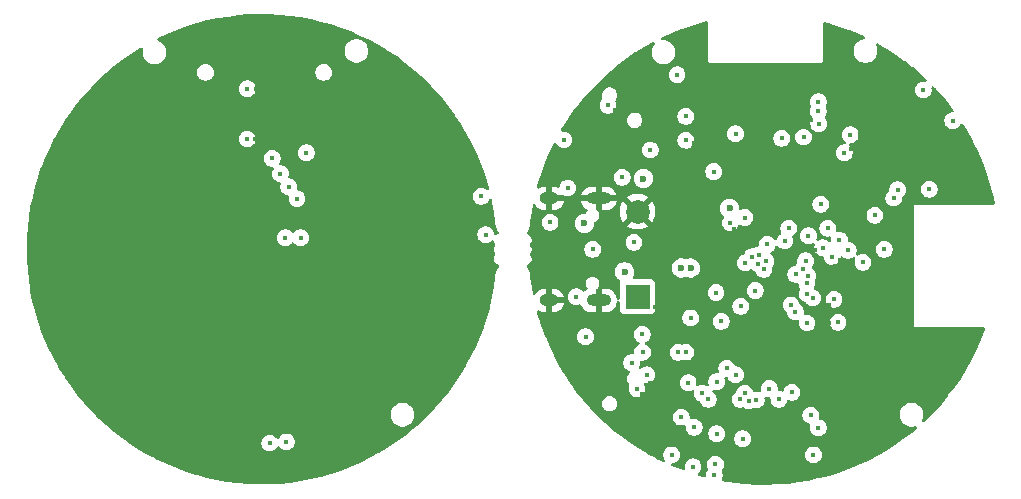
<source format=gbr>
%TF.GenerationSoftware,KiCad,Pcbnew,9.0.1-9.0.1-0~ubuntu22.04.1*%
%TF.CreationDate,2025-04-16T22:26:59+05:30*%
%TF.ProjectId,BEEWATCH MK2,42454557-4154-4434-9820-4d4b322e6b69,rev?*%
%TF.SameCoordinates,Original*%
%TF.FileFunction,Copper,L2,Inr*%
%TF.FilePolarity,Positive*%
%FSLAX46Y46*%
G04 Gerber Fmt 4.6, Leading zero omitted, Abs format (unit mm)*
G04 Created by KiCad (PCBNEW 9.0.1-9.0.1-0~ubuntu22.04.1) date 2025-04-16 22:26:59*
%MOMM*%
%LPD*%
G01*
G04 APERTURE LIST*
%TA.AperFunction,HeatsinkPad*%
%ADD10O,1.600000X1.000000*%
%TD*%
%TA.AperFunction,HeatsinkPad*%
%ADD11O,2.100000X1.000000*%
%TD*%
%TA.AperFunction,ComponentPad*%
%ADD12R,2.000000X2.000000*%
%TD*%
%TA.AperFunction,ComponentPad*%
%ADD13C,2.000000*%
%TD*%
%TA.AperFunction,ViaPad*%
%ADD14C,0.400000*%
%TD*%
%TA.AperFunction,ViaPad*%
%ADD15C,0.600000*%
%TD*%
G04 APERTURE END LIST*
D10*
%TO.N,GND*%
%TO.C,J1*%
X-18175000Y-4320000D03*
D11*
X-13995000Y-4320000D03*
D10*
X-18175000Y4320000D03*
D11*
X-13995000Y4320000D03*
%TD*%
D12*
%TO.N,/Battery&BMS/VBAT*%
%TO.C,BT1*%
X-10700000Y-4000000D03*
D13*
%TO.N,GND*%
X-10700000Y3200000D03*
%TD*%
D14*
%TO.N,GND*%
X775818Y-7597139D03*
X17000000Y-9600000D03*
X9800000Y-8400000D03*
X17000000Y6500000D03*
X17000000Y4265000D03*
X18800000Y4265000D03*
X6900000Y18400000D03*
X7397106Y8463753D03*
X-6800000Y3200000D03*
X15200000Y-8400000D03*
X15200000Y4265000D03*
X12100000Y1535000D03*
X17000000Y5365000D03*
X13400000Y-8400000D03*
X-1100000Y-7600000D03*
X6700000Y14300000D03*
X18800000Y5365000D03*
X-10286000Y-2250000D03*
X-6464491Y15740028D03*
X-12164828Y-7342646D03*
X1375806Y-10962695D03*
X4363064Y-9370176D03*
X5537563Y-4679185D03*
X-13500000Y9200000D03*
X-14000000Y9600000D03*
X-8331799Y-10259675D03*
X15200000Y-7200000D03*
X-1997655Y-6606839D03*
X12100000Y335000D03*
X5455528Y-8355528D03*
X-9000000Y-6900000D03*
X3196Y-8531225D03*
X-16353984Y6653984D03*
X3890452Y-18250000D03*
X-13500000Y10100000D03*
X1900000Y-6600000D03*
X600000Y-19700000D03*
X7100000Y15700000D03*
X12019505Y-6233185D03*
X15200000Y5400000D03*
X-10313681Y-12229525D03*
X12100000Y-2000000D03*
X9332500Y-6233185D03*
X9400000Y15400000D03*
X5490452Y-12950000D03*
X6462758Y-928603D03*
X-11400000Y-8500000D03*
X-9900000Y-11800000D03*
X15200000Y-11935000D03*
X9100000Y-14500000D03*
X-4397500Y9097500D03*
X11180905Y-12500001D03*
X-2514005Y1714006D03*
X12100000Y-865000D03*
X-9600000Y-11300000D03*
X9490453Y-10667798D03*
X-11917365Y2150000D03*
X4790452Y-12250000D03*
X11600000Y-7200000D03*
X-12591338Y11795319D03*
X8882100Y-11241648D03*
X17000000Y7700000D03*
X-7394505Y12438458D03*
X5533877Y-6233185D03*
X2816252Y6650000D03*
X6990452Y-13050000D03*
X7433188Y-4433185D03*
X9332500Y-4433185D03*
X3990452Y10950000D03*
X4584222Y-6233185D03*
X7433188Y-6233185D03*
X17000000Y-7200000D03*
X8382844Y-4433185D03*
X-6600000Y18400000D03*
X17000000Y-8400000D03*
X4290452Y-50000D03*
X12153553Y2681447D03*
X-9549Y-6249999D03*
X13400000Y-7200000D03*
X7900000Y15000000D03*
X10900000Y15100000D03*
X9490452Y-9700000D03*
X8250000Y5900000D03*
X13400000Y-11935000D03*
X8462500Y14762500D03*
X11600000Y-11935000D03*
X11600000Y-9600000D03*
X10467500Y-6233185D03*
X-13400000Y-5800000D03*
X10467500Y-4433185D03*
X12100000Y-3200000D03*
X-5909548Y8971907D03*
X15200000Y-10800000D03*
X7146635Y17689086D03*
X-8100000Y-16600000D03*
X5700000Y8200000D03*
X7255362Y3291543D03*
X13400000Y-10800000D03*
X4564076Y-10943980D03*
X-5500000Y1500000D03*
X9800000Y-7200000D03*
X-9900000Y16000000D03*
X-6600000Y17700000D03*
X15200000Y-9600000D03*
X-9209548Y-4850000D03*
X9000000Y-9200000D03*
X-15500000Y7700000D03*
X-9050000Y-3000000D03*
X16000000Y8600000D03*
X4304702Y-10272447D03*
X-18100000Y100000D03*
X11600000Y-8400000D03*
X7682100Y-12441648D03*
X-5100000Y2000000D03*
X8382844Y-6233185D03*
X3900000Y-19000000D03*
X11800000Y15000000D03*
X-6990177Y624600D03*
X8100000Y-8000000D03*
X5991299Y-1426680D03*
X13400000Y-9600000D03*
X5990452Y-9850000D03*
X17000000Y8900000D03*
X11600000Y-10800000D03*
X7590452Y-8600000D03*
X-13000000Y10600000D03*
%TO.N,/Display/TFT_SDI*%
X469061Y-11780620D03*
X-1009548Y-621492D03*
X1269061Y-12699487D03*
%TO.N,/Display/TFT_SCK*%
X-725202Y-3482239D03*
%TO.N,/Display/TFT_CS*%
X-459548Y-1210325D03*
%TO.N,/Display/TFT_D{slash}C*%
X-7601Y-1677494D03*
%TO.N,/Display/TFT_RST*%
X3957971Y-14022926D03*
X-4100000Y-18200000D03*
X182847Y-1000000D03*
D15*
%TO.N,VBUS*%
X-10200000Y6000000D03*
X-15200000Y2200000D03*
X-11800000Y-1900000D03*
D14*
%TO.N,+1V8*%
X-15900000Y-4000000D03*
X-4246199Y6591120D03*
%TO.N,/RYS8830/RXD*%
X-1283449Y-12796492D03*
X4600000Y12500000D03*
%TO.N,/RYS8830/TXD*%
X-639653Y-12740495D03*
X4600000Y11700000D03*
D15*
%TO.N,/ESP32/D-*%
X-6198400Y-1575350D03*
D14*
X-11000000Y600000D03*
X-14500000Y0D03*
D15*
%TO.N,/ESP32/D+*%
X-7001600Y-1575350D03*
D14*
%TO.N,+3.3V*%
X2369061Y-12090762D03*
X6278959Y-6178959D03*
X13500000Y13500000D03*
X-10749145Y-11816165D03*
X-11200000Y-9600000D03*
X3300000Y-1700000D03*
X2100000Y1800000D03*
X-7800000Y-17400000D03*
X16000000Y10900000D03*
X4991935Y154032D03*
X-7349999Y14781971D03*
X-10275000Y-8700000D03*
X7300000Y9700000D03*
X-10300000Y-7200000D03*
X-383848Y-445416D03*
X-18100000Y2300000D03*
X-6000000Y-18400000D03*
X-9900000Y-10600000D03*
X11001115Y4344619D03*
X-4700000Y-12700000D03*
X-15100000Y-7400000D03*
D15*
%TO.N,+VBAT*%
X-2903621Y3474207D03*
D14*
%TO.N,Net-(Q2-G)*%
X-4000000Y-15600000D03*
X-1796777Y-16027742D03*
%TO.N,/ESP32/IO0*%
X-1600000Y2700000D03*
X293922Y432450D03*
X2668423Y-5267349D03*
%TO.N,/ESP32/IO1*%
X1783457Y707203D03*
X2294002Y-4700000D03*
X-2843669Y2274207D03*
%TO.N,/Display/TFT_LED_PIN*%
X-3146561Y-10064525D03*
%TO.N,/Battery&BMS/CHG_ST*%
X-2400000Y-10600000D03*
X-6417084Y-11281779D03*
%TO.N,/ESP32/GPS_TXD*%
X-3599998Y-6100000D03*
X-6600257Y-8697180D03*
%TO.N,/ESP32/GPS_RXD*%
X-6200000Y-5800000D03*
X-4050500Y-3650500D03*
%TO.N,/ESP32/GPS_EN*%
X3776759Y1150449D03*
X2700000Y-2100000D03*
%TO.N,/ESP32/GPS_RST*%
X5773012Y-631891D03*
X3548136Y-970819D03*
%TO.N,/ESP32/BUZZER_EN*%
X6400000Y800000D03*
X3650840Y-3764697D03*
X7147144Y-75392D03*
X8389915Y-1082191D03*
X5400000Y1799998D03*
%TO.N,/Display board/_GND*%
X-46600000Y13100000D03*
X-42350000Y13600000D03*
X-44330925Y-16298266D03*
X-38150000Y9350000D03*
X-43000000Y13600000D03*
X-24780925Y-2198266D03*
X-45530925Y-16298266D03*
X-47230925Y-17698266D03*
X-37200000Y13100000D03*
X-43030925Y-16298266D03*
X-45828268Y9350000D03*
X-42350000Y9350000D03*
X-43050000Y9350000D03*
%TO.N,/ESP32/BAT_VSENSE*%
X-7000000Y-14200000D03*
X-1962186Y-4808526D03*
%TO.N,/ACCELEROMETER/MPU_SDA*%
X14000000Y5100000D03*
X3639918Y-2820598D03*
%TO.N,/ACCELEROMETER/MPU_INT*%
X-1559548Y-1141798D03*
X6805220Y8195100D03*
%TO.N,/RYS8830/GNSS_+1.8V*%
X-16922496Y9265443D03*
X9400000Y2900000D03*
X-4200000Y-19100000D03*
X-12000000Y6100000D03*
X-9621907Y8421907D03*
X3356334Y9511988D03*
X-16600000Y5200000D03*
X-13200000Y12200000D03*
%TO.N,/ACCELEROMETER/MPU_SCL*%
X11329932Y5058755D03*
X3708707Y-2224552D03*
%TO.N,/RYS8830/PPS*%
X4650001Y10650001D03*
X4812500Y3831216D03*
%TO.N,Net-(U1-CHIP_PU)*%
X4138199Y-4114674D03*
X5940606Y-4234713D03*
X10200000Y0D03*
%TO.N,/Battery&BMS/+VBAT_IN*%
X-5902813Y-15062494D03*
X-7250000Y-8715552D03*
%TO.N,Net-(Q5-D)*%
X-2019738Y-12699998D03*
X-5205008Y-12194991D03*
%TO.N,Net-(Q6-D)*%
X-1631364Y-12178779D03*
X-4000000Y-11200000D03*
%TO.N,Net-(U7-P06{slash}BOOT_REC)*%
X-2400000Y9800000D03*
%TO.N,Net-(U7-RTC_CLK_IN)*%
X1500000Y9400000D03*
%TO.N,Net-(U7-LDO_IN)*%
X-6609548Y9250000D03*
X-6609548Y11259548D03*
%TO.N,/Display board/3V3*%
X-23930925Y4501734D03*
X-40430925Y-16298266D03*
X-23540473Y1251734D03*
X-43750000Y13600000D03*
X-43750000Y9350000D03*
%TO.N,/Display board/_LED*%
X-41830925Y-16398266D03*
%TO.N,/Display board/D{slash}C*%
X-41628268Y7700000D03*
%TO.N,/Display board/CS*%
X-40928269Y6399078D03*
%TO.N,/Display board/SCK*%
X-40228269Y5299078D03*
%TO.N,/Display board/RST*%
X-38730925Y8188561D03*
%TO.N,/Display board/SDI*%
X-39528269Y4299078D03*
%TO.N,/Display board/LED_K*%
X-40530925Y1001734D03*
%TO.N,/Display board/LED_A*%
X-39230925Y1001734D03*
%TO.N,/Display/LED*%
X3652734Y-6235327D03*
X4200000Y-17400000D03*
X4600000Y-15100000D03*
%TD*%
%TA.AperFunction,Conductor*%
%TO.N,GND*%
G36*
X-4794650Y19316245D02*
G01*
X-4737339Y19276280D01*
X-4710732Y19211675D01*
X-4710048Y19198670D01*
X-4710048Y15960117D01*
X-4688397Y15907848D01*
X-4679524Y15886426D01*
X-4623122Y15830024D01*
X-4549430Y15799500D01*
X-4549428Y15799500D01*
X4830332Y15799500D01*
X4830334Y15799500D01*
X4904026Y15830024D01*
X4960428Y15886426D01*
X4990952Y15960118D01*
X4990952Y19126837D01*
X5010637Y19193876D01*
X5063441Y19239631D01*
X5132599Y19249575D01*
X5147128Y19246589D01*
X5436170Y19168916D01*
X5595435Y19126116D01*
X5600724Y19124568D01*
X5681776Y19098875D01*
X6439807Y18858583D01*
X6444985Y18856814D01*
X7164109Y18593150D01*
X7271387Y18553817D01*
X7276519Y18551806D01*
X8088681Y18212371D01*
X8093674Y18210153D01*
X8476207Y18029913D01*
X8528459Y17983533D01*
X8547343Y17916263D01*
X8526861Y17849463D01*
X8473515Y17804341D01*
X8447544Y17796125D01*
X8306354Y17768040D01*
X8306344Y17768037D01*
X8123142Y17692153D01*
X8123129Y17692146D01*
X7958250Y17581976D01*
X7958246Y17581973D01*
X7818027Y17441754D01*
X7818024Y17441750D01*
X7707854Y17276871D01*
X7707847Y17276858D01*
X7631963Y17093656D01*
X7631960Y17093644D01*
X7593274Y16899159D01*
X7593274Y16700842D01*
X7631960Y16506357D01*
X7631963Y16506345D01*
X7707847Y16323143D01*
X7707854Y16323130D01*
X7818024Y16158251D01*
X7818027Y16158247D01*
X7958246Y16018028D01*
X7958250Y16018025D01*
X8123129Y15907855D01*
X8123142Y15907848D01*
X8306344Y15831964D01*
X8306349Y15831962D01*
X8469541Y15799501D01*
X8500841Y15793275D01*
X8500844Y15793274D01*
X8500846Y15793274D01*
X8699156Y15793274D01*
X8699157Y15793275D01*
X8893651Y15831962D01*
X9076864Y15907851D01*
X9241750Y16018025D01*
X9381975Y16158250D01*
X9492149Y16323136D01*
X9568038Y16506349D01*
X9606726Y16700846D01*
X9606726Y16899154D01*
X9606726Y16899157D01*
X9606725Y16899159D01*
X9580341Y17031801D01*
X9568038Y17093651D01*
X9495790Y17268072D01*
X9492833Y17295576D01*
X9486549Y17322517D01*
X9489151Y17329827D01*
X9488322Y17337541D01*
X9500705Y17362280D01*
X9509983Y17388339D01*
X9516123Y17393081D01*
X9519597Y17400020D01*
X9543387Y17414136D01*
X9565283Y17431044D01*
X9573014Y17431714D01*
X9579686Y17435672D01*
X9607330Y17434685D01*
X9634892Y17437071D01*
X9645416Y17433325D01*
X9649511Y17433178D01*
X9668142Y17425234D01*
X9673655Y17422330D01*
X9678468Y17419657D01*
X10438269Y16975269D01*
X10442963Y16972381D01*
X11182233Y16494692D01*
X11186795Y16491599D01*
X11796223Y16058247D01*
X11904147Y15981505D01*
X11908562Y15978215D01*
X12568579Y15463246D01*
X12602518Y15436766D01*
X12606782Y15433284D01*
X13196962Y14929055D01*
X13275998Y14861530D01*
X13280102Y14857864D01*
X13720504Y14446374D01*
X13766709Y14403203D01*
X13802254Y14343051D01*
X13799637Y14273230D01*
X13759687Y14215909D01*
X13695088Y14189285D01*
X13657862Y14190980D01*
X13614611Y14199583D01*
X13569781Y14208500D01*
X13430219Y14208500D01*
X13430214Y14208500D01*
X13293345Y14181275D01*
X13293337Y14181273D01*
X13164402Y14127866D01*
X13164392Y14127861D01*
X13048358Y14050329D01*
X13048354Y14050326D01*
X12949674Y13951646D01*
X12949671Y13951642D01*
X12872139Y13835608D01*
X12872134Y13835598D01*
X12818727Y13706663D01*
X12818725Y13706655D01*
X12791500Y13569786D01*
X12791500Y13430215D01*
X12818725Y13293346D01*
X12818727Y13293338D01*
X12872134Y13164403D01*
X12872139Y13164393D01*
X12949671Y13048359D01*
X12949674Y13048355D01*
X13048354Y12949675D01*
X13048358Y12949672D01*
X13164392Y12872140D01*
X13164396Y12872138D01*
X13164399Y12872136D01*
X13293338Y12818727D01*
X13430214Y12791501D01*
X13430218Y12791500D01*
X13430219Y12791500D01*
X13569782Y12791500D01*
X13569783Y12791501D01*
X13706662Y12818727D01*
X13835601Y12872136D01*
X13951642Y12949672D01*
X14050328Y13048358D01*
X14127864Y13164399D01*
X14181273Y13293338D01*
X14208500Y13430219D01*
X14208500Y13569781D01*
X14190931Y13658108D01*
X14194005Y13692472D01*
X14196829Y13726853D01*
X14197115Y13727228D01*
X14197158Y13727699D01*
X14218319Y13754941D01*
X14239286Y13782343D01*
X14239730Y13782504D01*
X14240021Y13782877D01*
X14272553Y13794354D01*
X14305004Y13806069D01*
X14305464Y13805964D01*
X14305911Y13806121D01*
X14339464Y13798193D01*
X14373117Y13790500D01*
X14373608Y13790124D01*
X14373908Y13790053D01*
X14401146Y13769054D01*
X14462238Y13706662D01*
X14543027Y13624155D01*
X14546769Y13620159D01*
X15134056Y12964474D01*
X15137627Y12960303D01*
X15695163Y12279212D01*
X15698559Y12274871D01*
X16048241Y11806704D01*
X16072587Y11741213D01*
X16057662Y11672956D01*
X16008204Y11623604D01*
X15948894Y11608500D01*
X15930214Y11608500D01*
X15793345Y11581275D01*
X15793337Y11581273D01*
X15664402Y11527866D01*
X15664392Y11527861D01*
X15548358Y11450329D01*
X15548354Y11450326D01*
X15449674Y11351646D01*
X15449671Y11351642D01*
X15372139Y11235608D01*
X15372134Y11235598D01*
X15318727Y11106663D01*
X15318725Y11106655D01*
X15291500Y10969786D01*
X15291500Y10830215D01*
X15318725Y10693346D01*
X15318727Y10693338D01*
X15372134Y10564403D01*
X15372139Y10564393D01*
X15449671Y10448359D01*
X15449674Y10448355D01*
X15548354Y10349675D01*
X15548358Y10349672D01*
X15664392Y10272140D01*
X15664396Y10272138D01*
X15664399Y10272136D01*
X15793338Y10218727D01*
X15921356Y10193263D01*
X15930214Y10191501D01*
X15930218Y10191500D01*
X15930219Y10191500D01*
X16069782Y10191500D01*
X16069783Y10191501D01*
X16206662Y10218727D01*
X16335601Y10272136D01*
X16451642Y10349672D01*
X16550328Y10448358D01*
X16627864Y10564399D01*
X16641101Y10596358D01*
X16684941Y10650759D01*
X16751234Y10672825D01*
X16818934Y10655547D01*
X16861204Y10613995D01*
X17188403Y10083452D01*
X17191191Y10078698D01*
X17262689Y9950328D01*
X17608070Y9330218D01*
X17619478Y9309737D01*
X17622048Y9304873D01*
X17799338Y8950363D01*
X18015754Y8517617D01*
X18018109Y8512635D01*
X18376447Y7708658D01*
X18378578Y7703575D01*
X18700829Y6884490D01*
X18702732Y6879318D01*
X18988266Y6046731D01*
X18989938Y6041479D01*
X19238203Y5196995D01*
X19239639Y5191674D01*
X19450124Y4337032D01*
X19451323Y4331653D01*
X19527854Y3948274D01*
X19521674Y3878678D01*
X19478848Y3823472D01*
X19412975Y3800182D01*
X19406253Y3800000D01*
X12700000Y3800000D01*
X12700000Y-6600000D01*
X18623265Y-6600000D01*
X18651526Y-6608298D01*
X18680434Y-6613965D01*
X18684671Y-6618031D01*
X18690304Y-6619685D01*
X18709590Y-6641943D01*
X18730848Y-6662341D01*
X18732214Y-6668052D01*
X18736059Y-6672489D01*
X18740251Y-6701645D01*
X18747105Y-6730293D01*
X18745527Y-6738340D01*
X18746003Y-6741647D01*
X18740316Y-6764924D01*
X18725668Y-6806819D01*
X18661207Y-6991175D01*
X18659273Y-6996335D01*
X18332118Y-7813490D01*
X18329956Y-7818560D01*
X17966816Y-8620366D01*
X17964431Y-8625334D01*
X17566032Y-9410191D01*
X17563429Y-9415049D01*
X17130539Y-10181444D01*
X17127723Y-10186181D01*
X16661209Y-10932579D01*
X16658185Y-10937187D01*
X16158953Y-11662137D01*
X16155727Y-11666605D01*
X15624785Y-12368641D01*
X15621363Y-12372962D01*
X15059761Y-13050700D01*
X15056151Y-13054865D01*
X14464979Y-13706989D01*
X14461188Y-13710989D01*
X13841615Y-14336210D01*
X13837649Y-14340037D01*
X13611781Y-14548557D01*
X13549171Y-14579569D01*
X13479734Y-14571807D01*
X13425516Y-14527737D01*
X13403730Y-14461350D01*
X13413108Y-14409994D01*
X13414488Y-14406662D01*
X13462051Y-14291835D01*
X13500500Y-14098541D01*
X13500500Y-13901459D01*
X13500500Y-13901456D01*
X13462052Y-13708170D01*
X13462051Y-13708169D01*
X13462051Y-13708165D01*
X13451828Y-13683485D01*
X13386635Y-13526092D01*
X13386628Y-13526079D01*
X13277139Y-13362218D01*
X13277136Y-13362214D01*
X13137785Y-13222863D01*
X13137781Y-13222860D01*
X12973920Y-13113371D01*
X12973907Y-13113364D01*
X12791839Y-13037950D01*
X12791829Y-13037947D01*
X12598543Y-12999500D01*
X12598541Y-12999500D01*
X12401459Y-12999500D01*
X12401457Y-12999500D01*
X12208170Y-13037947D01*
X12208160Y-13037950D01*
X12026092Y-13113364D01*
X12026079Y-13113371D01*
X11862218Y-13222860D01*
X11862214Y-13222863D01*
X11722863Y-13362214D01*
X11722860Y-13362218D01*
X11613371Y-13526079D01*
X11613364Y-13526092D01*
X11537950Y-13708160D01*
X11537947Y-13708170D01*
X11499500Y-13901456D01*
X11499500Y-13901459D01*
X11499500Y-13921750D01*
X11499500Y-14098541D01*
X11499500Y-14098543D01*
X11499499Y-14098543D01*
X11537947Y-14291829D01*
X11537950Y-14291839D01*
X11613364Y-14473907D01*
X11613371Y-14473920D01*
X11722860Y-14637781D01*
X11722863Y-14637785D01*
X11862214Y-14777136D01*
X11862218Y-14777139D01*
X12026079Y-14886628D01*
X12026092Y-14886635D01*
X12205104Y-14960783D01*
X12208165Y-14962051D01*
X12208169Y-14962051D01*
X12208170Y-14962052D01*
X12401456Y-15000500D01*
X12401459Y-15000500D01*
X12598543Y-15000500D01*
X12695849Y-14981143D01*
X12791835Y-14962051D01*
X12791845Y-14962046D01*
X12793208Y-14961634D01*
X12793967Y-14961627D01*
X12797809Y-14960863D01*
X12797953Y-14961591D01*
X12863075Y-14961005D01*
X12922191Y-14998249D01*
X12951786Y-15061541D01*
X12942465Y-15130787D01*
X12909193Y-15175050D01*
X12514158Y-15508483D01*
X12509868Y-15511943D01*
X11812661Y-16049243D01*
X11808223Y-16052509D01*
X11087873Y-16558269D01*
X11083293Y-16561335D01*
X10341149Y-17034606D01*
X10336437Y-17037466D01*
X9573993Y-17477295D01*
X9569159Y-17479942D01*
X8787939Y-17885450D01*
X8782992Y-17887879D01*
X7984505Y-18258282D01*
X7979455Y-18260490D01*
X7165324Y-18595035D01*
X7160181Y-18597016D01*
X6331971Y-18895061D01*
X6326746Y-18896811D01*
X5486126Y-19157756D01*
X5480827Y-19159273D01*
X4629433Y-19382609D01*
X4624072Y-19383889D01*
X3763584Y-19569176D01*
X3758172Y-19570216D01*
X2890299Y-19717083D01*
X2884846Y-19717881D01*
X2011340Y-19826035D01*
X2005857Y-19826591D01*
X1128366Y-19895828D01*
X1122863Y-19896139D01*
X243199Y-19926316D01*
X237688Y-19926383D01*
X-642491Y-19917439D01*
X-647999Y-19917260D01*
X-1526875Y-19869219D01*
X-1532370Y-19868796D01*
X-2408260Y-19781746D01*
X-2413731Y-19781079D01*
X-2856607Y-19717083D01*
X-3284878Y-19655197D01*
X-3290305Y-19654289D01*
X-3353231Y-19642321D01*
X-3486534Y-19616966D01*
X-3548715Y-19585101D01*
X-3583797Y-19524678D01*
X-3580643Y-19454879D01*
X-3572717Y-19436687D01*
X-3572140Y-19435606D01*
X-3572136Y-19435601D01*
X-3518727Y-19306662D01*
X-3491500Y-19169781D01*
X-3491500Y-19030219D01*
X-3518727Y-18893338D01*
X-3554289Y-18807484D01*
X-3567198Y-18776319D01*
X-3574667Y-18706849D01*
X-3551861Y-18657505D01*
X-3553056Y-18656707D01*
X-3472140Y-18535607D01*
X-3472140Y-18535606D01*
X-3472136Y-18535601D01*
X-3418727Y-18406662D01*
X-3391500Y-18269781D01*
X-3391500Y-18130219D01*
X-3418727Y-17993338D01*
X-3472136Y-17864399D01*
X-3472138Y-17864396D01*
X-3472140Y-17864392D01*
X-3549672Y-17748358D01*
X-3549675Y-17748354D01*
X-3648355Y-17649674D01*
X-3648359Y-17649671D01*
X-3764393Y-17572139D01*
X-3764403Y-17572134D01*
X-3893338Y-17518727D01*
X-3893346Y-17518725D01*
X-4030215Y-17491500D01*
X-4030219Y-17491500D01*
X-4169781Y-17491500D01*
X-4169786Y-17491500D01*
X-4306655Y-17518725D01*
X-4306663Y-17518727D01*
X-4435598Y-17572134D01*
X-4435608Y-17572139D01*
X-4551642Y-17649671D01*
X-4551646Y-17649674D01*
X-4650326Y-17748354D01*
X-4650329Y-17748358D01*
X-4727861Y-17864392D01*
X-4727866Y-17864402D01*
X-4781273Y-17993337D01*
X-4781275Y-17993345D01*
X-4808500Y-18130214D01*
X-4808500Y-18269785D01*
X-4781275Y-18406654D01*
X-4781272Y-18406666D01*
X-4732803Y-18523681D01*
X-4725334Y-18593150D01*
X-4748134Y-18642498D01*
X-4746944Y-18643293D01*
X-4827861Y-18764392D01*
X-4827866Y-18764402D01*
X-4881273Y-18893337D01*
X-4881275Y-18893345D01*
X-4908500Y-19030214D01*
X-4908500Y-19152738D01*
X-4928185Y-19219777D01*
X-4980989Y-19265532D01*
X-5050147Y-19275476D01*
X-5066394Y-19272016D01*
X-5489166Y-19151882D01*
X-5548272Y-19114623D01*
X-5577851Y-19051323D01*
X-5568512Y-18982080D01*
X-5542956Y-18944925D01*
X-5449672Y-18851642D01*
X-5372136Y-18735601D01*
X-5318727Y-18606662D01*
X-5291500Y-18469781D01*
X-5291500Y-18330219D01*
X-5318727Y-18193338D01*
X-5372136Y-18064399D01*
X-5372138Y-18064396D01*
X-5372140Y-18064392D01*
X-5449672Y-17948358D01*
X-5449675Y-17948354D01*
X-5548355Y-17849674D01*
X-5548359Y-17849671D01*
X-5664393Y-17772139D01*
X-5664403Y-17772134D01*
X-5793338Y-17718727D01*
X-5793346Y-17718725D01*
X-5930215Y-17691500D01*
X-5930219Y-17691500D01*
X-6069781Y-17691500D01*
X-6069786Y-17691500D01*
X-6206655Y-17718725D01*
X-6206663Y-17718727D01*
X-6335598Y-17772134D01*
X-6335608Y-17772139D01*
X-6451642Y-17849671D01*
X-6451646Y-17849674D01*
X-6550326Y-17948354D01*
X-6550329Y-17948358D01*
X-6627861Y-18064392D01*
X-6627866Y-18064402D01*
X-6681273Y-18193337D01*
X-6681275Y-18193345D01*
X-6708500Y-18330214D01*
X-6708500Y-18330218D01*
X-6708500Y-18330219D01*
X-6708500Y-18469781D01*
X-6708499Y-18469785D01*
X-6688799Y-18568828D01*
X-6695028Y-18638419D01*
X-6737891Y-18693596D01*
X-6803781Y-18716840D01*
X-6854765Y-18708816D01*
X-7536542Y-18447703D01*
X-7541642Y-18445619D01*
X-7770846Y-18345943D01*
X-7824474Y-18301156D01*
X-7845374Y-18234486D01*
X-7826913Y-18167099D01*
X-7774950Y-18120391D01*
X-7733536Y-18108826D01*
X-7730231Y-18108500D01*
X-7730219Y-18108500D01*
X-7593338Y-18081273D01*
X-7464399Y-18027864D01*
X-7348358Y-17950328D01*
X-7249672Y-17851642D01*
X-7172136Y-17735601D01*
X-7118727Y-17606662D01*
X-7091500Y-17469781D01*
X-7091500Y-17330219D01*
X-7091501Y-17330214D01*
X3491500Y-17330214D01*
X3491500Y-17469785D01*
X3518725Y-17606654D01*
X3518727Y-17606662D01*
X3572134Y-17735597D01*
X3572139Y-17735607D01*
X3649671Y-17851641D01*
X3649674Y-17851645D01*
X3748354Y-17950325D01*
X3748358Y-17950328D01*
X3864392Y-18027860D01*
X3864396Y-18027862D01*
X3864399Y-18027864D01*
X3993338Y-18081273D01*
X4130209Y-18108498D01*
X4130214Y-18108499D01*
X4130218Y-18108500D01*
X4130219Y-18108500D01*
X4269782Y-18108500D01*
X4269783Y-18108499D01*
X4406662Y-18081273D01*
X4535601Y-18027864D01*
X4651642Y-17950328D01*
X4750328Y-17851642D01*
X4827864Y-17735601D01*
X4881273Y-17606662D01*
X4908500Y-17469781D01*
X4908500Y-17330219D01*
X4881273Y-17193338D01*
X4827864Y-17064399D01*
X4827862Y-17064396D01*
X4827860Y-17064392D01*
X4750328Y-16948358D01*
X4750325Y-16948354D01*
X4651645Y-16849674D01*
X4651641Y-16849671D01*
X4535607Y-16772139D01*
X4535597Y-16772134D01*
X4406662Y-16718727D01*
X4406654Y-16718725D01*
X4269785Y-16691500D01*
X4269781Y-16691500D01*
X4130219Y-16691500D01*
X4130214Y-16691500D01*
X3993345Y-16718725D01*
X3993337Y-16718727D01*
X3864402Y-16772134D01*
X3864392Y-16772139D01*
X3748358Y-16849671D01*
X3748354Y-16849674D01*
X3649674Y-16948354D01*
X3649671Y-16948358D01*
X3572139Y-17064392D01*
X3572134Y-17064402D01*
X3518727Y-17193337D01*
X3518725Y-17193345D01*
X3491500Y-17330214D01*
X-7091501Y-17330214D01*
X-7118727Y-17193338D01*
X-7172136Y-17064399D01*
X-7172138Y-17064396D01*
X-7172140Y-17064392D01*
X-7249672Y-16948358D01*
X-7249675Y-16948354D01*
X-7348355Y-16849674D01*
X-7348359Y-16849671D01*
X-7464393Y-16772139D01*
X-7464403Y-16772134D01*
X-7593338Y-16718727D01*
X-7593346Y-16718725D01*
X-7730215Y-16691500D01*
X-7730219Y-16691500D01*
X-7869781Y-16691500D01*
X-7869786Y-16691500D01*
X-8006655Y-16718725D01*
X-8006663Y-16718727D01*
X-8135598Y-16772134D01*
X-8135608Y-16772139D01*
X-8251642Y-16849671D01*
X-8251646Y-16849674D01*
X-8350326Y-16948354D01*
X-8350329Y-16948358D01*
X-8427861Y-17064392D01*
X-8427866Y-17064402D01*
X-8481273Y-17193337D01*
X-8481275Y-17193345D01*
X-8508500Y-17330214D01*
X-8508500Y-17469785D01*
X-8481275Y-17606654D01*
X-8481273Y-17606662D01*
X-8427866Y-17735597D01*
X-8427861Y-17735607D01*
X-8365169Y-17829432D01*
X-8344291Y-17896110D01*
X-8362776Y-17963490D01*
X-8414755Y-18010180D01*
X-8483725Y-18021356D01*
X-8522726Y-18009726D01*
X-8648280Y-17948354D01*
X-9144623Y-17705736D01*
X-9149515Y-17703208D01*
X-9922320Y-17281919D01*
X-9927099Y-17279175D01*
X-10680456Y-16823943D01*
X-10685109Y-16820988D01*
X-11417467Y-16332747D01*
X-11421984Y-16329589D01*
X-12131955Y-15809266D01*
X-12136326Y-15805910D01*
X-12822442Y-15254579D01*
X-12826661Y-15251032D01*
X-13120390Y-14992708D01*
X-13487634Y-14669729D01*
X-13491685Y-14666003D01*
X-13510035Y-14648358D01*
X-14048894Y-14130214D01*
X-7708500Y-14130214D01*
X-7708500Y-14269785D01*
X-7681275Y-14406654D01*
X-7681273Y-14406662D01*
X-7627866Y-14535597D01*
X-7627861Y-14535607D01*
X-7550329Y-14651641D01*
X-7550326Y-14651645D01*
X-7451646Y-14750325D01*
X-7451642Y-14750328D01*
X-7335608Y-14827860D01*
X-7335604Y-14827862D01*
X-7335601Y-14827864D01*
X-7206662Y-14881273D01*
X-7069786Y-14908499D01*
X-7069782Y-14908500D01*
X-7069781Y-14908500D01*
X-6930218Y-14908500D01*
X-6930217Y-14908499D01*
X-6793338Y-14881273D01*
X-6782769Y-14876894D01*
X-6713301Y-14869423D01*
X-6650821Y-14900696D01*
X-6615166Y-14960783D01*
X-6611313Y-14991454D01*
X-6611313Y-15132279D01*
X-6584088Y-15269148D01*
X-6584086Y-15269156D01*
X-6530679Y-15398091D01*
X-6530674Y-15398101D01*
X-6453142Y-15514135D01*
X-6453139Y-15514139D01*
X-6354459Y-15612819D01*
X-6354455Y-15612822D01*
X-6238421Y-15690354D01*
X-6238417Y-15690356D01*
X-6238414Y-15690358D01*
X-6109475Y-15743767D01*
X-5972599Y-15770993D01*
X-5972595Y-15770994D01*
X-5972594Y-15770994D01*
X-5833031Y-15770994D01*
X-5833030Y-15770993D01*
X-5696151Y-15743767D01*
X-5567212Y-15690358D01*
X-5451171Y-15612822D01*
X-5368563Y-15530214D01*
X-4708500Y-15530214D01*
X-4708500Y-15669785D01*
X-4681275Y-15806654D01*
X-4681273Y-15806662D01*
X-4627866Y-15935597D01*
X-4627861Y-15935607D01*
X-4550329Y-16051641D01*
X-4550326Y-16051645D01*
X-4451646Y-16150325D01*
X-4451642Y-16150328D01*
X-4335608Y-16227860D01*
X-4335604Y-16227862D01*
X-4335601Y-16227864D01*
X-4206662Y-16281273D01*
X-4110553Y-16300390D01*
X-4069786Y-16308499D01*
X-4069782Y-16308500D01*
X-4069781Y-16308500D01*
X-3930218Y-16308500D01*
X-3930217Y-16308499D01*
X-3793338Y-16281273D01*
X-3664399Y-16227864D01*
X-3548358Y-16150328D01*
X-3449672Y-16051642D01*
X-3387073Y-15957956D01*
X-2505277Y-15957956D01*
X-2505277Y-16097527D01*
X-2478052Y-16234396D01*
X-2478050Y-16234404D01*
X-2424643Y-16363339D01*
X-2424638Y-16363349D01*
X-2347106Y-16479383D01*
X-2347103Y-16479387D01*
X-2248423Y-16578067D01*
X-2248419Y-16578070D01*
X-2132385Y-16655602D01*
X-2132381Y-16655604D01*
X-2132378Y-16655606D01*
X-2003439Y-16709015D01*
X-1866563Y-16736241D01*
X-1866559Y-16736242D01*
X-1866558Y-16736242D01*
X-1726995Y-16736242D01*
X-1726994Y-16736241D01*
X-1590115Y-16709015D01*
X-1461176Y-16655606D01*
X-1345135Y-16578070D01*
X-1246449Y-16479384D01*
X-1168913Y-16363343D01*
X-1115504Y-16234404D01*
X-1088277Y-16097523D01*
X-1088277Y-15957961D01*
X-1115504Y-15821080D01*
X-1168913Y-15692141D01*
X-1168915Y-15692138D01*
X-1168917Y-15692134D01*
X-1246449Y-15576100D01*
X-1246452Y-15576096D01*
X-1345132Y-15477416D01*
X-1345136Y-15477413D01*
X-1461170Y-15399881D01*
X-1461180Y-15399876D01*
X-1590115Y-15346469D01*
X-1590123Y-15346467D01*
X-1726992Y-15319242D01*
X-1726996Y-15319242D01*
X-1866558Y-15319242D01*
X-1866563Y-15319242D01*
X-2003432Y-15346467D01*
X-2003440Y-15346469D01*
X-2132375Y-15399876D01*
X-2132385Y-15399881D01*
X-2248419Y-15477413D01*
X-2248423Y-15477416D01*
X-2347103Y-15576096D01*
X-2347106Y-15576100D01*
X-2424638Y-15692134D01*
X-2424643Y-15692144D01*
X-2478050Y-15821079D01*
X-2478052Y-15821087D01*
X-2505277Y-15957956D01*
X-3387073Y-15957956D01*
X-3372136Y-15935601D01*
X-3359220Y-15904420D01*
X-3359218Y-15904416D01*
X-3344412Y-15868667D01*
X-3318727Y-15806662D01*
X-3291500Y-15669781D01*
X-3291500Y-15530219D01*
X-3318727Y-15393338D01*
X-3372136Y-15264399D01*
X-3372138Y-15264396D01*
X-3372140Y-15264392D01*
X-3449672Y-15148358D01*
X-3449675Y-15148354D01*
X-3548355Y-15049674D01*
X-3548359Y-15049671D01*
X-3664393Y-14972139D01*
X-3664403Y-14972134D01*
X-3793338Y-14918727D01*
X-3793346Y-14918725D01*
X-3930215Y-14891500D01*
X-3930219Y-14891500D01*
X-4069781Y-14891500D01*
X-4069786Y-14891500D01*
X-4206655Y-14918725D01*
X-4206663Y-14918727D01*
X-4335598Y-14972134D01*
X-4335608Y-14972139D01*
X-4451642Y-15049671D01*
X-4451646Y-15049674D01*
X-4550326Y-15148354D01*
X-4550329Y-15148358D01*
X-4627861Y-15264392D01*
X-4627866Y-15264402D01*
X-4681273Y-15393337D01*
X-4681275Y-15393345D01*
X-4708500Y-15530214D01*
X-5368563Y-15530214D01*
X-5352485Y-15514136D01*
X-5300013Y-15435607D01*
X-5274953Y-15398101D01*
X-5274953Y-15398100D01*
X-5274949Y-15398095D01*
X-5221540Y-15269156D01*
X-5194313Y-15132275D01*
X-5194313Y-14992713D01*
X-5221540Y-14855832D01*
X-5274949Y-14726893D01*
X-5274951Y-14726890D01*
X-5274953Y-14726886D01*
X-5352485Y-14610852D01*
X-5352488Y-14610848D01*
X-5451168Y-14512168D01*
X-5451172Y-14512165D01*
X-5567206Y-14434633D01*
X-5567216Y-14434628D01*
X-5696151Y-14381221D01*
X-5696159Y-14381219D01*
X-5833028Y-14353994D01*
X-5833032Y-14353994D01*
X-5972594Y-14353994D01*
X-5972599Y-14353994D01*
X-6109468Y-14381219D01*
X-6109475Y-14381221D01*
X-6120049Y-14385601D01*
X-6189518Y-14393068D01*
X-6251997Y-14361793D01*
X-6287649Y-14301703D01*
X-6291500Y-14271039D01*
X-6291500Y-14130218D01*
X-6291501Y-14130214D01*
X-6307053Y-14052029D01*
X-6318727Y-13993338D01*
X-6335378Y-13953140D01*
X3249471Y-13953140D01*
X3249471Y-14092711D01*
X3276696Y-14229580D01*
X3276698Y-14229588D01*
X3330105Y-14358523D01*
X3330110Y-14358533D01*
X3407642Y-14474567D01*
X3407645Y-14474571D01*
X3506325Y-14573251D01*
X3506329Y-14573254D01*
X3622363Y-14650786D01*
X3622367Y-14650788D01*
X3622370Y-14650790D01*
X3751309Y-14704199D01*
X3792412Y-14712374D01*
X3830172Y-14719886D01*
X3892083Y-14752270D01*
X3926657Y-14812986D01*
X3922918Y-14882755D01*
X3920543Y-14888953D01*
X3918728Y-14893333D01*
X3918725Y-14893345D01*
X3891500Y-15030214D01*
X3891500Y-15169785D01*
X3918725Y-15306654D01*
X3918727Y-15306662D01*
X3972134Y-15435597D01*
X3972139Y-15435607D01*
X4049671Y-15551641D01*
X4049674Y-15551645D01*
X4148354Y-15650325D01*
X4148358Y-15650328D01*
X4264392Y-15727860D01*
X4264396Y-15727862D01*
X4264399Y-15727864D01*
X4393338Y-15781273D01*
X4520979Y-15806662D01*
X4530214Y-15808499D01*
X4530218Y-15808500D01*
X4530219Y-15808500D01*
X4669782Y-15808500D01*
X4669783Y-15808499D01*
X4806662Y-15781273D01*
X4935601Y-15727864D01*
X5051642Y-15650328D01*
X5150328Y-15551642D01*
X5227864Y-15435601D01*
X5281273Y-15306662D01*
X5308500Y-15169781D01*
X5308500Y-15030219D01*
X5281273Y-14893338D01*
X5227864Y-14764399D01*
X5227862Y-14764396D01*
X5227860Y-14764392D01*
X5150328Y-14648358D01*
X5150325Y-14648354D01*
X5051645Y-14549674D01*
X5051641Y-14549671D01*
X4935607Y-14472139D01*
X4935597Y-14472134D01*
X4806662Y-14418727D01*
X4806656Y-14418725D01*
X4727797Y-14403039D01*
X4665886Y-14370654D01*
X4631312Y-14309938D01*
X4635053Y-14240168D01*
X4637422Y-14233985D01*
X4639244Y-14229588D01*
X4666471Y-14092707D01*
X4666471Y-13953145D01*
X4639244Y-13816264D01*
X4585835Y-13687325D01*
X4585833Y-13687322D01*
X4585831Y-13687318D01*
X4508299Y-13571284D01*
X4508296Y-13571280D01*
X4409616Y-13472600D01*
X4409612Y-13472597D01*
X4293578Y-13395065D01*
X4293568Y-13395060D01*
X4164633Y-13341653D01*
X4164625Y-13341651D01*
X4027756Y-13314426D01*
X4027752Y-13314426D01*
X3888190Y-13314426D01*
X3888185Y-13314426D01*
X3751316Y-13341651D01*
X3751308Y-13341653D01*
X3622373Y-13395060D01*
X3622363Y-13395065D01*
X3506329Y-13472597D01*
X3506325Y-13472600D01*
X3407645Y-13571280D01*
X3407642Y-13571284D01*
X3330110Y-13687318D01*
X3330105Y-13687328D01*
X3276698Y-13816263D01*
X3276696Y-13816271D01*
X3249471Y-13953140D01*
X-6335378Y-13953140D01*
X-6372136Y-13864399D01*
X-6372138Y-13864396D01*
X-6372140Y-13864392D01*
X-6449672Y-13748358D01*
X-6449675Y-13748354D01*
X-6548355Y-13649674D01*
X-6548359Y-13649671D01*
X-6664393Y-13572139D01*
X-6664403Y-13572134D01*
X-6793338Y-13518727D01*
X-6793346Y-13518725D01*
X-6930215Y-13491500D01*
X-6930219Y-13491500D01*
X-7069781Y-13491500D01*
X-7069786Y-13491500D01*
X-7206655Y-13518725D01*
X-7206663Y-13518727D01*
X-7335598Y-13572134D01*
X-7335608Y-13572139D01*
X-7451642Y-13649671D01*
X-7451646Y-13649674D01*
X-7550326Y-13748354D01*
X-7550329Y-13748358D01*
X-7627861Y-13864392D01*
X-7627866Y-13864402D01*
X-7681273Y-13993337D01*
X-7681275Y-13993345D01*
X-7708500Y-14130214D01*
X-14048894Y-14130214D01*
X-14126155Y-14055923D01*
X-14130028Y-14052029D01*
X-14637458Y-13518727D01*
X-14736777Y-13414343D01*
X-14740452Y-13410305D01*
X-15100224Y-12996861D01*
X-13708374Y-12996861D01*
X-13708374Y-13124458D01*
X-13683486Y-13249583D01*
X-13683483Y-13249592D01*
X-13634660Y-13367463D01*
X-13634659Y-13367465D01*
X-13563773Y-13473553D01*
X-13563770Y-13473557D01*
X-13473558Y-13563769D01*
X-13473554Y-13563772D01*
X-13367468Y-13634657D01*
X-13367467Y-13634657D01*
X-13367466Y-13634658D01*
X-13367464Y-13634659D01*
X-13331214Y-13649674D01*
X-13249591Y-13683483D01*
X-13249589Y-13683483D01*
X-13249584Y-13683485D01*
X-13124459Y-13708373D01*
X-13124455Y-13708374D01*
X-13124454Y-13708374D01*
X-12996865Y-13708374D01*
X-12996864Y-13708373D01*
X-12955154Y-13700077D01*
X-12871737Y-13683485D01*
X-12871734Y-13683483D01*
X-12871729Y-13683483D01*
X-12753852Y-13634657D01*
X-12647766Y-13563772D01*
X-12557548Y-13473554D01*
X-12486663Y-13367468D01*
X-12437837Y-13249591D01*
X-12432520Y-13222863D01*
X-12412947Y-13124458D01*
X-12412946Y-13124455D01*
X-12412946Y-12996865D01*
X-12412947Y-12996861D01*
X-12437835Y-12871736D01*
X-12437838Y-12871727D01*
X-12486661Y-12753856D01*
X-12486662Y-12753854D01*
X-12491723Y-12746280D01*
X-12557548Y-12647766D01*
X-12557551Y-12647762D01*
X-12647763Y-12557550D01*
X-12647767Y-12557547D01*
X-12753855Y-12486661D01*
X-12753857Y-12486660D01*
X-12871728Y-12437837D01*
X-12871737Y-12437834D01*
X-12996862Y-12412946D01*
X-12996866Y-12412946D01*
X-13124454Y-12412946D01*
X-13124459Y-12412946D01*
X-13249584Y-12437834D01*
X-13249593Y-12437837D01*
X-13367464Y-12486660D01*
X-13367466Y-12486661D01*
X-13473554Y-12557547D01*
X-13473558Y-12557550D01*
X-13563770Y-12647762D01*
X-13563773Y-12647766D01*
X-13634659Y-12753854D01*
X-13634660Y-12753856D01*
X-13683483Y-12871727D01*
X-13683486Y-12871736D01*
X-13708374Y-12996861D01*
X-15100224Y-12996861D01*
X-15318286Y-12746268D01*
X-15321800Y-12742043D01*
X-15714252Y-12248352D01*
X-15869531Y-12053017D01*
X-15872858Y-12048635D01*
X-15878633Y-12040668D01*
X-16160610Y-11651641D01*
X-16389443Y-11335933D01*
X-16392577Y-11331399D01*
X-16876949Y-10596499D01*
X-16879879Y-10591832D01*
X-16916670Y-10530218D01*
X-17331140Y-9836097D01*
X-17333860Y-9831303D01*
X-17467582Y-9582905D01*
X-17495948Y-9530214D01*
X-11908500Y-9530214D01*
X-11908500Y-9669785D01*
X-11881275Y-9806654D01*
X-11881273Y-9806662D01*
X-11827866Y-9935597D01*
X-11827861Y-9935607D01*
X-11750329Y-10051641D01*
X-11750326Y-10051645D01*
X-11651646Y-10150325D01*
X-11651642Y-10150328D01*
X-11535608Y-10227860D01*
X-11535602Y-10227863D01*
X-11535601Y-10227864D01*
X-11430058Y-10271582D01*
X-11375656Y-10315422D01*
X-11353591Y-10381716D01*
X-11370870Y-10449415D01*
X-11389830Y-10473822D01*
X-11442449Y-10526441D01*
X-11442453Y-10526446D01*
X-11513339Y-10632534D01*
X-11513340Y-10632536D01*
X-11562163Y-10750407D01*
X-11562166Y-10750416D01*
X-11587054Y-10875541D01*
X-11587054Y-11003138D01*
X-11562166Y-11128263D01*
X-11562163Y-11128272D01*
X-11513340Y-11246143D01*
X-11513339Y-11246145D01*
X-11442453Y-11352233D01*
X-11442450Y-11352237D01*
X-11417178Y-11377509D01*
X-11383693Y-11438832D01*
X-11388677Y-11508524D01*
X-11390298Y-11512642D01*
X-11430417Y-11609498D01*
X-11430420Y-11609510D01*
X-11457645Y-11746379D01*
X-11457645Y-11885950D01*
X-11430420Y-12022819D01*
X-11430418Y-12022827D01*
X-11377011Y-12151762D01*
X-11377006Y-12151772D01*
X-11299474Y-12267806D01*
X-11299471Y-12267810D01*
X-11200791Y-12366490D01*
X-11200787Y-12366493D01*
X-11084753Y-12444025D01*
X-11084749Y-12444027D01*
X-11084746Y-12444029D01*
X-10955807Y-12497438D01*
X-10818931Y-12524664D01*
X-10818927Y-12524665D01*
X-10818926Y-12524665D01*
X-10679363Y-12524665D01*
X-10679362Y-12524664D01*
X-10542483Y-12497438D01*
X-10413544Y-12444029D01*
X-10297503Y-12366493D01*
X-10198817Y-12267807D01*
X-10121281Y-12151766D01*
X-10067872Y-12022827D01*
X-10040645Y-11885946D01*
X-10040645Y-11746384D01*
X-10067872Y-11609503D01*
X-10118018Y-11488441D01*
X-10123612Y-11474936D01*
X-10121038Y-11473869D01*
X-10132877Y-11417215D01*
X-10107925Y-11351953D01*
X-10051650Y-11310541D01*
X-9985079Y-11305457D01*
X-9969781Y-11308500D01*
X-9969780Y-11308500D01*
X-9830218Y-11308500D01*
X-9830217Y-11308499D01*
X-9693338Y-11281273D01*
X-9564399Y-11227864D01*
X-9540646Y-11211993D01*
X-7125584Y-11211993D01*
X-7125584Y-11351564D01*
X-7098359Y-11488433D01*
X-7098357Y-11488441D01*
X-7044950Y-11617376D01*
X-7044945Y-11617386D01*
X-6967413Y-11733420D01*
X-6967410Y-11733424D01*
X-6868730Y-11832104D01*
X-6868726Y-11832107D01*
X-6752692Y-11909639D01*
X-6752688Y-11909641D01*
X-6752685Y-11909643D01*
X-6623746Y-11963052D01*
X-6501932Y-11987282D01*
X-6486870Y-11990278D01*
X-6486866Y-11990279D01*
X-6486865Y-11990279D01*
X-6347302Y-11990279D01*
X-6347301Y-11990278D01*
X-6210422Y-11963052D01*
X-6081483Y-11909643D01*
X-6081476Y-11909637D01*
X-6076769Y-11907123D01*
X-6008367Y-11892877D01*
X-5943122Y-11917874D01*
X-5901748Y-11974177D01*
X-5896692Y-12040668D01*
X-5913508Y-12125211D01*
X-5913508Y-12264776D01*
X-5886283Y-12401645D01*
X-5886281Y-12401653D01*
X-5832874Y-12530588D01*
X-5832869Y-12530598D01*
X-5755337Y-12646632D01*
X-5755334Y-12646636D01*
X-5656654Y-12745316D01*
X-5656650Y-12745319D01*
X-5540616Y-12822851D01*
X-5540612Y-12822853D01*
X-5540609Y-12822855D01*
X-5476812Y-12849281D01*
X-5437630Y-12865511D01*
X-5383227Y-12909352D01*
X-5370522Y-12932618D01*
X-5347811Y-12987447D01*
X-5327865Y-13035599D01*
X-5327864Y-13035600D01*
X-5327861Y-13035607D01*
X-5250329Y-13151641D01*
X-5250326Y-13151645D01*
X-5151646Y-13250325D01*
X-5151642Y-13250328D01*
X-5035608Y-13327860D01*
X-5035604Y-13327862D01*
X-5035601Y-13327864D01*
X-4906662Y-13381273D01*
X-4772365Y-13407986D01*
X-4769786Y-13408499D01*
X-4769782Y-13408500D01*
X-4769781Y-13408500D01*
X-4630218Y-13408500D01*
X-4630217Y-13408499D01*
X-4493338Y-13381273D01*
X-4364399Y-13327864D01*
X-4248358Y-13250328D01*
X-4149672Y-13151642D01*
X-4072136Y-13035601D01*
X-4018727Y-12906662D01*
X-3991500Y-12769781D01*
X-3991500Y-12630219D01*
X-3991501Y-12630212D01*
X-2728238Y-12630212D01*
X-2728238Y-12769783D01*
X-2701013Y-12906652D01*
X-2701011Y-12906660D01*
X-2647604Y-13035595D01*
X-2647599Y-13035605D01*
X-2570067Y-13151639D01*
X-2570064Y-13151643D01*
X-2471384Y-13250323D01*
X-2471380Y-13250326D01*
X-2355346Y-13327858D01*
X-2355342Y-13327860D01*
X-2355339Y-13327862D01*
X-2226400Y-13381271D01*
X-2092093Y-13407986D01*
X-2089524Y-13408497D01*
X-2089520Y-13408498D01*
X-2089519Y-13408498D01*
X-1949956Y-13408498D01*
X-1949955Y-13408497D01*
X-1813076Y-13381271D01*
X-1794342Y-13373510D01*
X-1724874Y-13366041D01*
X-1677998Y-13384968D01*
X-1619050Y-13424356D01*
X-1490111Y-13477765D01*
X-1353235Y-13504991D01*
X-1353231Y-13504992D01*
X-1353230Y-13504992D01*
X-1213667Y-13504992D01*
X-1213666Y-13504991D01*
X-1076787Y-13477765D01*
X-966959Y-13432271D01*
X-942220Y-13422025D01*
X-941187Y-13424519D01*
X-884260Y-13412595D01*
X-852232Y-13420296D01*
X-852142Y-13420000D01*
X-847093Y-13421531D01*
X-846598Y-13421650D01*
X-846315Y-13421768D01*
X-723817Y-13446134D01*
X-709439Y-13448994D01*
X-709435Y-13448995D01*
X-709434Y-13448995D01*
X-569871Y-13448995D01*
X-569870Y-13448994D01*
X-432991Y-13421768D01*
X-304052Y-13368359D01*
X-188011Y-13290823D01*
X-89325Y-13192137D01*
X-11789Y-13076096D01*
X41620Y-12947157D01*
X68847Y-12810276D01*
X68847Y-12670714D01*
X51460Y-12583302D01*
X57687Y-12513711D01*
X100550Y-12458533D01*
X166440Y-12435289D01*
X220529Y-12444549D01*
X262399Y-12461893D01*
X386913Y-12486660D01*
X399275Y-12489119D01*
X399279Y-12489120D01*
X437594Y-12489120D01*
X504633Y-12508805D01*
X550388Y-12561609D01*
X560998Y-12625268D01*
X560561Y-12629707D01*
X560561Y-12769272D01*
X587786Y-12906141D01*
X587788Y-12906149D01*
X641195Y-13035084D01*
X641200Y-13035094D01*
X718732Y-13151128D01*
X718735Y-13151132D01*
X817415Y-13249812D01*
X817419Y-13249815D01*
X933453Y-13327347D01*
X933457Y-13327349D01*
X933460Y-13327351D01*
X1062399Y-13380760D01*
X1199275Y-13407986D01*
X1199279Y-13407987D01*
X1199280Y-13407987D01*
X1338843Y-13407987D01*
X1338844Y-13407986D01*
X1475723Y-13380760D01*
X1604662Y-13327351D01*
X1720703Y-13249815D01*
X1819389Y-13151129D01*
X1896925Y-13035088D01*
X1950334Y-12906149D01*
X1961646Y-12849281D01*
X1994030Y-12787370D01*
X2054746Y-12752796D01*
X2124515Y-12756535D01*
X2130706Y-12758907D01*
X2162399Y-12772035D01*
X2299275Y-12799261D01*
X2299279Y-12799262D01*
X2299280Y-12799262D01*
X2438843Y-12799262D01*
X2438844Y-12799261D01*
X2575723Y-12772035D01*
X2704662Y-12718626D01*
X2820703Y-12641090D01*
X2919389Y-12542404D01*
X2996925Y-12426363D01*
X3050334Y-12297424D01*
X3077561Y-12160543D01*
X3077561Y-12020981D01*
X3050334Y-11884100D01*
X2996925Y-11755161D01*
X2996923Y-11755158D01*
X2996921Y-11755154D01*
X2919389Y-11639120D01*
X2919386Y-11639116D01*
X2820706Y-11540436D01*
X2820702Y-11540433D01*
X2704668Y-11462901D01*
X2704658Y-11462896D01*
X2575723Y-11409489D01*
X2575715Y-11409487D01*
X2438846Y-11382262D01*
X2438842Y-11382262D01*
X2299280Y-11382262D01*
X2299275Y-11382262D01*
X2162406Y-11409487D01*
X2162398Y-11409489D01*
X2033463Y-11462896D01*
X2033453Y-11462901D01*
X1917419Y-11540433D01*
X1917415Y-11540436D01*
X1818735Y-11639116D01*
X1818732Y-11639120D01*
X1741200Y-11755154D01*
X1741195Y-11755164D01*
X1687788Y-11884099D01*
X1687786Y-11884104D01*
X1676475Y-11940969D01*
X1644089Y-12002880D01*
X1583373Y-12037453D01*
X1513603Y-12033712D01*
X1507406Y-12031337D01*
X1475727Y-12018215D01*
X1475715Y-12018212D01*
X1338846Y-11990987D01*
X1338842Y-11990987D01*
X1300528Y-11990987D01*
X1233489Y-11971302D01*
X1187734Y-11918498D01*
X1177124Y-11854839D01*
X1177561Y-11850399D01*
X1177561Y-11710838D01*
X1177560Y-11710834D01*
X1163295Y-11639120D01*
X1150334Y-11573958D01*
X1096925Y-11445019D01*
X1096923Y-11445016D01*
X1096921Y-11445012D01*
X1019389Y-11328978D01*
X1019386Y-11328974D01*
X920706Y-11230294D01*
X920702Y-11230291D01*
X804668Y-11152759D01*
X804658Y-11152754D01*
X675723Y-11099347D01*
X675715Y-11099345D01*
X538846Y-11072120D01*
X538842Y-11072120D01*
X399280Y-11072120D01*
X399275Y-11072120D01*
X262406Y-11099345D01*
X262398Y-11099347D01*
X133463Y-11152754D01*
X133453Y-11152759D01*
X17419Y-11230291D01*
X17415Y-11230294D01*
X-81265Y-11328974D01*
X-81268Y-11328978D01*
X-158800Y-11445012D01*
X-158805Y-11445022D01*
X-212212Y-11573957D01*
X-212214Y-11573965D01*
X-239439Y-11710834D01*
X-239439Y-11710838D01*
X-239439Y-11710839D01*
X-239439Y-11850401D01*
X-227656Y-11909639D01*
X-222052Y-11937813D01*
X-228280Y-12007404D01*
X-271144Y-12062581D01*
X-337034Y-12085825D01*
X-391122Y-12076564D01*
X-432987Y-12059223D01*
X-432999Y-12059220D01*
X-569868Y-12031995D01*
X-569872Y-12031995D01*
X-709434Y-12031995D01*
X-709439Y-12031995D01*
X-809050Y-12051809D01*
X-878642Y-12045582D01*
X-933819Y-12002718D01*
X-947802Y-11977645D01*
X-950091Y-11972120D01*
X-950091Y-11972117D01*
X-1000509Y-11850399D01*
X-1003499Y-11843180D01*
X-1003504Y-11843171D01*
X-1081036Y-11727137D01*
X-1081039Y-11727133D01*
X-1179719Y-11628453D01*
X-1179723Y-11628450D01*
X-1295757Y-11550918D01*
X-1295767Y-11550913D01*
X-1424702Y-11497506D01*
X-1424710Y-11497504D01*
X-1561579Y-11470279D01*
X-1561583Y-11470279D01*
X-1701145Y-11470279D01*
X-1701150Y-11470279D01*
X-1838019Y-11497504D01*
X-1838027Y-11497506D01*
X-1966962Y-11550913D01*
X-1966972Y-11550918D01*
X-2083006Y-11628450D01*
X-2083010Y-11628453D01*
X-2181690Y-11727133D01*
X-2181693Y-11727137D01*
X-2259225Y-11843171D01*
X-2259230Y-11843181D01*
X-2312637Y-11972116D01*
X-2312639Y-11972122D01*
X-2319016Y-12004184D01*
X-2351401Y-12066095D01*
X-2371743Y-12083094D01*
X-2471376Y-12149666D01*
X-2471384Y-12149672D01*
X-2570064Y-12248352D01*
X-2570067Y-12248356D01*
X-2647599Y-12364390D01*
X-2647604Y-12364400D01*
X-2701011Y-12493335D01*
X-2701013Y-12493343D01*
X-2728238Y-12630212D01*
X-3991501Y-12630212D01*
X-4018727Y-12493338D01*
X-4072136Y-12364399D01*
X-4072138Y-12364396D01*
X-4072140Y-12364392D01*
X-4149672Y-12248358D01*
X-4149675Y-12248354D01*
X-4248355Y-12149674D01*
X-4248359Y-12149671D01*
X-4326383Y-12097537D01*
X-4371188Y-12043925D01*
X-4379895Y-11974600D01*
X-4349741Y-11911572D01*
X-4290298Y-11874853D01*
X-4220439Y-11876100D01*
X-4210043Y-11879872D01*
X-4206662Y-11881273D01*
X-4076704Y-11907123D01*
X-4069786Y-11908499D01*
X-4069782Y-11908500D01*
X-4069781Y-11908500D01*
X-3930218Y-11908500D01*
X-3930217Y-11908499D01*
X-3793338Y-11881273D01*
X-3664399Y-11827864D01*
X-3548358Y-11750328D01*
X-3449672Y-11651642D01*
X-3372136Y-11535601D01*
X-3318727Y-11406662D01*
X-3291500Y-11269781D01*
X-3291500Y-11130219D01*
X-3318727Y-10993338D01*
X-3339051Y-10944274D01*
X-3342585Y-10911404D01*
X-3347149Y-10878638D01*
X-3346304Y-10876808D01*
X-3346519Y-10874806D01*
X-3331724Y-10845248D01*
X-3317846Y-10815210D01*
X-3316146Y-10814127D01*
X-3315244Y-10812327D01*
X-3286819Y-10795461D01*
X-3258903Y-10777693D01*
X-3256502Y-10777472D01*
X-3255155Y-10776674D01*
X-3223947Y-10772823D01*
X-3217210Y-10772852D01*
X-3216342Y-10773025D01*
X-3177747Y-10773025D01*
X-3177518Y-10773026D01*
X-3144247Y-10782953D01*
X-3111021Y-10792710D01*
X-3110837Y-10792923D01*
X-3110565Y-10793004D01*
X-3087857Y-10819443D01*
X-3065266Y-10845514D01*
X-3065062Y-10845982D01*
X-3065041Y-10846007D01*
X-3065037Y-10846041D01*
X-3063499Y-10849572D01*
X-3027866Y-10935597D01*
X-3027861Y-10935607D01*
X-2950329Y-11051641D01*
X-2950326Y-11051645D01*
X-2851646Y-11150325D01*
X-2851642Y-11150328D01*
X-2735608Y-11227860D01*
X-2735604Y-11227862D01*
X-2735601Y-11227864D01*
X-2606662Y-11281273D01*
X-2485079Y-11305457D01*
X-2469786Y-11308499D01*
X-2469782Y-11308500D01*
X-2469781Y-11308500D01*
X-2330218Y-11308500D01*
X-2330217Y-11308499D01*
X-2193338Y-11281273D01*
X-2064399Y-11227864D01*
X-1948358Y-11150328D01*
X-1849672Y-11051642D01*
X-1772136Y-10935601D01*
X-1718727Y-10806662D01*
X-1691500Y-10669781D01*
X-1691500Y-10530219D01*
X-1718727Y-10393338D01*
X-1772136Y-10264399D01*
X-1772138Y-10264396D01*
X-1772140Y-10264392D01*
X-1849672Y-10148358D01*
X-1849675Y-10148354D01*
X-1948355Y-10049674D01*
X-1948359Y-10049671D01*
X-2064393Y-9972139D01*
X-2064403Y-9972134D01*
X-2193338Y-9918727D01*
X-2193346Y-9918725D01*
X-2330215Y-9891500D01*
X-2330219Y-9891500D01*
X-2368501Y-9891500D01*
X-2435540Y-9871815D01*
X-2481295Y-9819011D01*
X-2483062Y-9814953D01*
X-2518696Y-9728927D01*
X-2518697Y-9728924D01*
X-2518699Y-9728921D01*
X-2518701Y-9728917D01*
X-2596233Y-9612883D01*
X-2596236Y-9612879D01*
X-2694916Y-9514199D01*
X-2694920Y-9514196D01*
X-2810954Y-9436664D01*
X-2810964Y-9436659D01*
X-2939899Y-9383252D01*
X-2939907Y-9383250D01*
X-3076776Y-9356025D01*
X-3076780Y-9356025D01*
X-3216342Y-9356025D01*
X-3216347Y-9356025D01*
X-3353216Y-9383250D01*
X-3353224Y-9383252D01*
X-3482159Y-9436659D01*
X-3482169Y-9436664D01*
X-3598203Y-9514196D01*
X-3598207Y-9514199D01*
X-3696887Y-9612879D01*
X-3696890Y-9612883D01*
X-3774422Y-9728917D01*
X-3774427Y-9728927D01*
X-3827834Y-9857862D01*
X-3827836Y-9857870D01*
X-3855061Y-9994739D01*
X-3855061Y-10134310D01*
X-3827836Y-10271179D01*
X-3827833Y-10271191D01*
X-3807512Y-10320250D01*
X-3800043Y-10389719D01*
X-3831319Y-10452198D01*
X-3891408Y-10487850D01*
X-3924127Y-10490339D01*
X-3924127Y-10491500D01*
X-4069786Y-10491500D01*
X-4206655Y-10518725D01*
X-4206663Y-10518727D01*
X-4335598Y-10572134D01*
X-4335608Y-10572139D01*
X-4451642Y-10649671D01*
X-4451646Y-10649674D01*
X-4550326Y-10748354D01*
X-4550329Y-10748358D01*
X-4627861Y-10864392D01*
X-4627866Y-10864402D01*
X-4681273Y-10993337D01*
X-4681275Y-10993345D01*
X-4708500Y-11130214D01*
X-4708500Y-11269785D01*
X-4681275Y-11406654D01*
X-4681272Y-11406666D01*
X-4673806Y-11424690D01*
X-4666337Y-11494160D01*
X-4697613Y-11556639D01*
X-4757702Y-11592290D01*
X-4827527Y-11589796D01*
X-4857258Y-11575244D01*
X-4869401Y-11567130D01*
X-4869411Y-11567125D01*
X-4998346Y-11513718D01*
X-4998354Y-11513716D01*
X-5135223Y-11486491D01*
X-5135227Y-11486491D01*
X-5274789Y-11486491D01*
X-5274794Y-11486491D01*
X-5411663Y-11513716D01*
X-5411671Y-11513718D01*
X-5540614Y-11567128D01*
X-5545337Y-11569653D01*
X-5613740Y-11583891D01*
X-5678983Y-11558886D01*
X-5720350Y-11502579D01*
X-5725400Y-11436099D01*
X-5708584Y-11351560D01*
X-5708584Y-11211998D01*
X-5735811Y-11075117D01*
X-5789220Y-10946178D01*
X-5789222Y-10946175D01*
X-5789224Y-10946171D01*
X-5866756Y-10830137D01*
X-5866759Y-10830133D01*
X-5965439Y-10731453D01*
X-5965443Y-10731450D01*
X-6081477Y-10653918D01*
X-6081487Y-10653913D01*
X-6210422Y-10600506D01*
X-6210430Y-10600504D01*
X-6347299Y-10573279D01*
X-6347303Y-10573279D01*
X-6486865Y-10573279D01*
X-6486870Y-10573279D01*
X-6623739Y-10600504D01*
X-6623747Y-10600506D01*
X-6752682Y-10653913D01*
X-6752692Y-10653918D01*
X-6868726Y-10731450D01*
X-6868730Y-10731453D01*
X-6967410Y-10830133D01*
X-6967413Y-10830137D01*
X-7044945Y-10946171D01*
X-7044950Y-10946181D01*
X-7098357Y-11075116D01*
X-7098359Y-11075124D01*
X-7125584Y-11211993D01*
X-9540646Y-11211993D01*
X-9448358Y-11150328D01*
X-9432922Y-11134892D01*
X-9416254Y-11118225D01*
X-9349675Y-11051645D01*
X-9349672Y-11051642D01*
X-9272136Y-10935601D01*
X-9218727Y-10806662D01*
X-9191500Y-10669781D01*
X-9191500Y-10530219D01*
X-9218727Y-10393338D01*
X-9272136Y-10264399D01*
X-9272138Y-10264396D01*
X-9272140Y-10264392D01*
X-9349672Y-10148358D01*
X-9349675Y-10148354D01*
X-9448355Y-10049674D01*
X-9448359Y-10049671D01*
X-9564393Y-9972139D01*
X-9564403Y-9972134D01*
X-9693338Y-9918727D01*
X-9693346Y-9918725D01*
X-9830215Y-9891500D01*
X-9830219Y-9891500D01*
X-9969781Y-9891500D01*
X-9969786Y-9891500D01*
X-10106655Y-9918725D01*
X-10106663Y-9918727D01*
X-10235598Y-9972134D01*
X-10235608Y-9972139D01*
X-10351642Y-10049671D01*
X-10351647Y-10049675D01*
X-10367908Y-10065936D01*
X-10429232Y-10099420D01*
X-10498923Y-10094434D01*
X-10554856Y-10052561D01*
X-10579271Y-9987096D01*
X-10570149Y-9930803D01*
X-10518727Y-9806662D01*
X-10491500Y-9669781D01*
X-10491500Y-9530410D01*
X-10471815Y-9463371D01*
X-10419011Y-9417616D01*
X-10349853Y-9407672D01*
X-10345338Y-9408445D01*
X-10344782Y-9408500D01*
X-10344781Y-9408500D01*
X-10205218Y-9408500D01*
X-10205217Y-9408499D01*
X-10068338Y-9381273D01*
X-9939399Y-9327864D01*
X-9823358Y-9250328D01*
X-9724672Y-9151642D01*
X-9647136Y-9035601D01*
X-9593727Y-8906662D01*
X-9566500Y-8769781D01*
X-9566500Y-8645766D01*
X-7958500Y-8645766D01*
X-7958500Y-8785337D01*
X-7931275Y-8922206D01*
X-7931273Y-8922214D01*
X-7877866Y-9051149D01*
X-7877861Y-9051159D01*
X-7800329Y-9167193D01*
X-7800326Y-9167197D01*
X-7701646Y-9265877D01*
X-7701642Y-9265880D01*
X-7585608Y-9343412D01*
X-7585604Y-9343414D01*
X-7585601Y-9343416D01*
X-7456662Y-9396825D01*
X-7352137Y-9417616D01*
X-7319786Y-9424051D01*
X-7319782Y-9424052D01*
X-7319781Y-9424052D01*
X-7180218Y-9424052D01*
X-7180217Y-9424051D01*
X-7043338Y-9396825D01*
X-6950404Y-9358329D01*
X-6880936Y-9350861D01*
X-6855501Y-9358329D01*
X-6806919Y-9378453D01*
X-6670043Y-9405679D01*
X-6670039Y-9405680D01*
X-6670038Y-9405680D01*
X-6530475Y-9405680D01*
X-6530474Y-9405679D01*
X-6393595Y-9378453D01*
X-6264656Y-9325044D01*
X-6148615Y-9247508D01*
X-6049929Y-9148822D01*
X-5972393Y-9032781D01*
X-5918984Y-8903842D01*
X-5891757Y-8766961D01*
X-5891757Y-8627399D01*
X-5918984Y-8490518D01*
X-5972393Y-8361579D01*
X-5972395Y-8361576D01*
X-5972397Y-8361572D01*
X-6049929Y-8245538D01*
X-6049932Y-8245534D01*
X-6148612Y-8146854D01*
X-6148616Y-8146851D01*
X-6264650Y-8069319D01*
X-6264660Y-8069314D01*
X-6393595Y-8015907D01*
X-6393603Y-8015905D01*
X-6530472Y-7988680D01*
X-6530476Y-7988680D01*
X-6670038Y-7988680D01*
X-6670043Y-7988680D01*
X-6806912Y-8015905D01*
X-6806924Y-8015908D01*
X-6899854Y-8054401D01*
X-6969323Y-8061870D01*
X-6994758Y-8054401D01*
X-7043334Y-8034280D01*
X-7043346Y-8034277D01*
X-7180215Y-8007052D01*
X-7180219Y-8007052D01*
X-7319781Y-8007052D01*
X-7319786Y-8007052D01*
X-7456655Y-8034277D01*
X-7456663Y-8034279D01*
X-7585598Y-8087686D01*
X-7585608Y-8087691D01*
X-7701642Y-8165223D01*
X-7701646Y-8165226D01*
X-7800326Y-8263906D01*
X-7800329Y-8263910D01*
X-7877861Y-8379944D01*
X-7877866Y-8379954D01*
X-7931273Y-8508889D01*
X-7931275Y-8508897D01*
X-7958500Y-8645766D01*
X-9566500Y-8645766D01*
X-9566500Y-8630219D01*
X-9593727Y-8493338D01*
X-9647136Y-8364399D01*
X-9647138Y-8364396D01*
X-9647140Y-8364392D01*
X-9724672Y-8248358D01*
X-9724675Y-8248354D01*
X-9823355Y-8149674D01*
X-9823359Y-8149671D01*
X-9939393Y-8072139D01*
X-9939402Y-8072134D01*
X-9970187Y-8059383D01*
X-10024590Y-8015542D01*
X-10046655Y-7949248D01*
X-10029376Y-7881549D01*
X-9978239Y-7833938D01*
X-9970181Y-7830259D01*
X-9964404Y-7827866D01*
X-9964405Y-7827866D01*
X-9964399Y-7827864D01*
X-9848358Y-7750328D01*
X-9749672Y-7651642D01*
X-9672136Y-7535601D01*
X-9618727Y-7406662D01*
X-9591500Y-7269781D01*
X-9591500Y-7130219D01*
X-9618727Y-6993338D01*
X-9672136Y-6864399D01*
X-9672138Y-6864396D01*
X-9672140Y-6864392D01*
X-9749672Y-6748358D01*
X-9749675Y-6748354D01*
X-9848355Y-6649674D01*
X-9848359Y-6649671D01*
X-9964393Y-6572139D01*
X-9964403Y-6572134D01*
X-10093338Y-6518727D01*
X-10093346Y-6518725D01*
X-10230215Y-6491500D01*
X-10230219Y-6491500D01*
X-10369781Y-6491500D01*
X-10369786Y-6491500D01*
X-10506655Y-6518725D01*
X-10506663Y-6518727D01*
X-10635598Y-6572134D01*
X-10635608Y-6572139D01*
X-10751642Y-6649671D01*
X-10751646Y-6649674D01*
X-10850326Y-6748354D01*
X-10850329Y-6748358D01*
X-10927861Y-6864392D01*
X-10927866Y-6864402D01*
X-10981273Y-6993337D01*
X-10981275Y-6993345D01*
X-11008500Y-7130214D01*
X-11008500Y-7269785D01*
X-10981275Y-7406654D01*
X-10981273Y-7406662D01*
X-10927866Y-7535597D01*
X-10927861Y-7535607D01*
X-10850329Y-7651641D01*
X-10850326Y-7651645D01*
X-10751646Y-7750325D01*
X-10751642Y-7750328D01*
X-10635608Y-7827860D01*
X-10635601Y-7827864D01*
X-10604815Y-7840616D01*
X-10550412Y-7884456D01*
X-10528346Y-7950749D01*
X-10545624Y-8018449D01*
X-10596761Y-8066060D01*
X-10604808Y-8069735D01*
X-10610591Y-8072130D01*
X-10610608Y-8072139D01*
X-10726642Y-8149671D01*
X-10726646Y-8149674D01*
X-10825326Y-8248354D01*
X-10825329Y-8248358D01*
X-10902861Y-8364392D01*
X-10902866Y-8364402D01*
X-10956273Y-8493337D01*
X-10956275Y-8493345D01*
X-10983500Y-8630214D01*
X-10983500Y-8769589D01*
X-11003185Y-8836628D01*
X-11055989Y-8882383D01*
X-11125147Y-8892327D01*
X-11129655Y-8891555D01*
X-11130218Y-8891500D01*
X-11130219Y-8891500D01*
X-11269781Y-8891500D01*
X-11269786Y-8891500D01*
X-11406655Y-8918725D01*
X-11406663Y-8918727D01*
X-11535598Y-8972134D01*
X-11535608Y-8972139D01*
X-11651642Y-9049671D01*
X-11651646Y-9049674D01*
X-11750326Y-9148354D01*
X-11750329Y-9148358D01*
X-11827861Y-9264392D01*
X-11827866Y-9264402D01*
X-11881273Y-9393337D01*
X-11881275Y-9393345D01*
X-11908500Y-9530214D01*
X-17495948Y-9530214D01*
X-17751091Y-9056268D01*
X-17753595Y-9051358D01*
X-17807421Y-8939758D01*
X-18135987Y-8258524D01*
X-18138247Y-8253560D01*
X-18485030Y-7444521D01*
X-18487085Y-7439416D01*
X-18514057Y-7367867D01*
X-18528250Y-7330218D01*
X-18528252Y-7330214D01*
X-15808500Y-7330214D01*
X-15808500Y-7469785D01*
X-15781275Y-7606654D01*
X-15781273Y-7606662D01*
X-15727866Y-7735597D01*
X-15727861Y-7735607D01*
X-15650329Y-7851641D01*
X-15650326Y-7851645D01*
X-15551646Y-7950325D01*
X-15551642Y-7950328D01*
X-15435608Y-8027860D01*
X-15435604Y-8027862D01*
X-15435601Y-8027864D01*
X-15306662Y-8081273D01*
X-15169786Y-8108499D01*
X-15169782Y-8108500D01*
X-15169781Y-8108500D01*
X-15030218Y-8108500D01*
X-15030217Y-8108499D01*
X-14893338Y-8081273D01*
X-14764399Y-8027864D01*
X-14648358Y-7950328D01*
X-14549672Y-7851642D01*
X-14472136Y-7735601D01*
X-14418727Y-7606662D01*
X-14391500Y-7469781D01*
X-14391500Y-7330219D01*
X-14418727Y-7193338D01*
X-14472136Y-7064399D01*
X-14472138Y-7064396D01*
X-14472140Y-7064392D01*
X-14549672Y-6948358D01*
X-14549675Y-6948354D01*
X-14648355Y-6849674D01*
X-14648359Y-6849671D01*
X-14764393Y-6772139D01*
X-14764403Y-6772134D01*
X-14893338Y-6718727D01*
X-14893346Y-6718725D01*
X-15030215Y-6691500D01*
X-15030219Y-6691500D01*
X-15169781Y-6691500D01*
X-15169786Y-6691500D01*
X-15306655Y-6718725D01*
X-15306663Y-6718727D01*
X-15435598Y-6772134D01*
X-15435608Y-6772139D01*
X-15551642Y-6849671D01*
X-15551646Y-6849674D01*
X-15650326Y-6948354D01*
X-15650329Y-6948358D01*
X-15727861Y-7064392D01*
X-15727866Y-7064402D01*
X-15781273Y-7193337D01*
X-15781275Y-7193345D01*
X-15808500Y-7330214D01*
X-18528252Y-7330214D01*
X-18797570Y-6615783D01*
X-18799396Y-6610593D01*
X-18829437Y-6518727D01*
X-19072976Y-5773979D01*
X-19074559Y-5768749D01*
X-19085290Y-5730214D01*
X-6908500Y-5730214D01*
X-6908500Y-5869785D01*
X-6881275Y-6006654D01*
X-6881273Y-6006662D01*
X-6827866Y-6135597D01*
X-6827861Y-6135607D01*
X-6750329Y-6251641D01*
X-6750326Y-6251645D01*
X-6651646Y-6350325D01*
X-6651642Y-6350328D01*
X-6535608Y-6427860D01*
X-6535604Y-6427862D01*
X-6535601Y-6427864D01*
X-6406662Y-6481273D01*
X-6269786Y-6508499D01*
X-6269782Y-6508500D01*
X-6269781Y-6508500D01*
X-6130218Y-6508500D01*
X-6130217Y-6508499D01*
X-5993338Y-6481273D01*
X-5864399Y-6427864D01*
X-5748358Y-6350328D01*
X-5649672Y-6251642D01*
X-5572136Y-6135601D01*
X-5528483Y-6030214D01*
X-4308498Y-6030214D01*
X-4308498Y-6169785D01*
X-4281273Y-6306654D01*
X-4281271Y-6306662D01*
X-4227864Y-6435597D01*
X-4227859Y-6435607D01*
X-4150327Y-6551641D01*
X-4150324Y-6551645D01*
X-4051644Y-6650325D01*
X-4051640Y-6650328D01*
X-3935606Y-6727860D01*
X-3935602Y-6727862D01*
X-3935599Y-6727864D01*
X-3806660Y-6781273D01*
X-3678230Y-6806819D01*
X-3669784Y-6808499D01*
X-3669780Y-6808500D01*
X-3669779Y-6808500D01*
X-3530216Y-6808500D01*
X-3530215Y-6808499D01*
X-3393336Y-6781273D01*
X-3264397Y-6727864D01*
X-3148356Y-6650328D01*
X-3049670Y-6551642D01*
X-2972134Y-6435601D01*
X-2918725Y-6306662D01*
X-2891498Y-6169781D01*
X-2891498Y-6030219D01*
X-2918725Y-5893338D01*
X-2972134Y-5764399D01*
X-2972136Y-5764396D01*
X-2972138Y-5764392D01*
X-3049670Y-5648358D01*
X-3049673Y-5648354D01*
X-3148353Y-5549674D01*
X-3148357Y-5549671D01*
X-3264391Y-5472139D01*
X-3264401Y-5472134D01*
X-3393336Y-5418727D01*
X-3393344Y-5418725D01*
X-3530213Y-5391500D01*
X-3530217Y-5391500D01*
X-3669779Y-5391500D01*
X-3669784Y-5391500D01*
X-3806653Y-5418725D01*
X-3806661Y-5418727D01*
X-3935596Y-5472134D01*
X-3935606Y-5472139D01*
X-4051640Y-5549671D01*
X-4051644Y-5549674D01*
X-4150324Y-5648354D01*
X-4150327Y-5648358D01*
X-4227859Y-5764392D01*
X-4227864Y-5764402D01*
X-4281271Y-5893337D01*
X-4281273Y-5893345D01*
X-4308498Y-6030214D01*
X-5528483Y-6030214D01*
X-5518727Y-6006662D01*
X-5491500Y-5869781D01*
X-5491500Y-5730219D01*
X-5518727Y-5593338D01*
X-5572136Y-5464399D01*
X-5572138Y-5464396D01*
X-5572140Y-5464392D01*
X-5649672Y-5348358D01*
X-5649675Y-5348354D01*
X-5748355Y-5249674D01*
X-5748359Y-5249671D01*
X-5864393Y-5172139D01*
X-5864403Y-5172134D01*
X-5993338Y-5118727D01*
X-5993346Y-5118725D01*
X-6130215Y-5091500D01*
X-6130219Y-5091500D01*
X-6269781Y-5091500D01*
X-6269786Y-5091500D01*
X-6406655Y-5118725D01*
X-6406663Y-5118727D01*
X-6535598Y-5172134D01*
X-6535608Y-5172139D01*
X-6651642Y-5249671D01*
X-6651646Y-5249674D01*
X-6750326Y-5348354D01*
X-6750329Y-5348358D01*
X-6827861Y-5464392D01*
X-6827866Y-5464402D01*
X-6881273Y-5593337D01*
X-6881275Y-5593345D01*
X-6908500Y-5730214D01*
X-19085290Y-5730214D01*
X-19206097Y-5296402D01*
X-19205118Y-5226541D01*
X-19166525Y-5168297D01*
X-19102569Y-5140165D01*
X-19033556Y-5151076D01*
X-19017751Y-5160036D01*
X-18948684Y-5206185D01*
X-18948672Y-5206192D01*
X-18766694Y-5281569D01*
X-18766682Y-5281572D01*
X-18573496Y-5319999D01*
X-18573492Y-5320000D01*
X-18425000Y-5320000D01*
X-18425000Y-4620000D01*
X-17925000Y-4620000D01*
X-17925000Y-5320000D01*
X-17776508Y-5320000D01*
X-17776505Y-5319999D01*
X-17583319Y-5281572D01*
X-17583307Y-5281569D01*
X-17401329Y-5206192D01*
X-17401316Y-5206185D01*
X-17237538Y-5096751D01*
X-17237534Y-5096748D01*
X-17098252Y-4957466D01*
X-17098249Y-4957462D01*
X-16988815Y-4793684D01*
X-16988808Y-4793671D01*
X-16913431Y-4611692D01*
X-16913431Y-4611690D01*
X-16905138Y-4570000D01*
X-17708012Y-4570000D01*
X-17690795Y-4560060D01*
X-17634940Y-4504205D01*
X-17595444Y-4435796D01*
X-17575000Y-4359496D01*
X-17575000Y-4280504D01*
X-17595444Y-4204204D01*
X-17634940Y-4135795D01*
X-17690795Y-4079940D01*
X-17708012Y-4070000D01*
X-16905138Y-4070000D01*
X-16913431Y-4028309D01*
X-16913431Y-4028307D01*
X-16936928Y-3971579D01*
X-16954062Y-3930214D01*
X-16608500Y-3930214D01*
X-16608500Y-4069785D01*
X-16581275Y-4206654D01*
X-16581273Y-4206662D01*
X-16527866Y-4335597D01*
X-16527861Y-4335607D01*
X-16450329Y-4451641D01*
X-16450326Y-4451645D01*
X-16351646Y-4550325D01*
X-16351642Y-4550328D01*
X-16235608Y-4627860D01*
X-16235604Y-4627862D01*
X-16235601Y-4627864D01*
X-16106662Y-4681273D01*
X-15969786Y-4708499D01*
X-15969782Y-4708500D01*
X-15969781Y-4708500D01*
X-15830218Y-4708500D01*
X-15830217Y-4708499D01*
X-15693338Y-4681273D01*
X-15623882Y-4652502D01*
X-15554414Y-4645034D01*
X-15491935Y-4676308D01*
X-15461869Y-4719611D01*
X-15431191Y-4793674D01*
X-15431186Y-4793684D01*
X-15321752Y-4957462D01*
X-15321749Y-4957466D01*
X-15182467Y-5096748D01*
X-15182463Y-5096751D01*
X-15018685Y-5206185D01*
X-15018672Y-5206192D01*
X-14836694Y-5281569D01*
X-14836682Y-5281572D01*
X-14643496Y-5319999D01*
X-14643492Y-5320000D01*
X-14245000Y-5320000D01*
X-14245000Y-4620000D01*
X-13745000Y-4620000D01*
X-13745000Y-5320000D01*
X-13346508Y-5320000D01*
X-13346505Y-5319999D01*
X-13153319Y-5281572D01*
X-13153307Y-5281569D01*
X-12971329Y-5206192D01*
X-12971316Y-5206185D01*
X-12807538Y-5096751D01*
X-12807534Y-5096748D01*
X-12668252Y-4957466D01*
X-12668249Y-4957462D01*
X-12558815Y-4793684D01*
X-12558808Y-4793671D01*
X-12483431Y-4611693D01*
X-12483428Y-4611681D01*
X-12454117Y-4464328D01*
X-12421733Y-4402417D01*
X-12361017Y-4367843D01*
X-12291247Y-4371582D01*
X-12234575Y-4412448D01*
X-12208994Y-4477466D01*
X-12208500Y-4488519D01*
X-12208500Y-5048654D01*
X-12201989Y-5109202D01*
X-12201989Y-5109204D01*
X-12165813Y-5206192D01*
X-12150889Y-5246204D01*
X-12063261Y-5363261D01*
X-11946204Y-5450889D01*
X-11809201Y-5501989D01*
X-11781950Y-5504918D01*
X-11748655Y-5508499D01*
X-11748638Y-5508500D01*
X-9651362Y-5508500D01*
X-9651346Y-5508499D01*
X-9624308Y-5505591D01*
X-9590799Y-5501989D01*
X-9453796Y-5450889D01*
X-9336739Y-5363261D01*
X-9249111Y-5246204D01*
X-9198011Y-5109201D01*
X-9192795Y-5060686D01*
X-9191501Y-5048654D01*
X-9191500Y-5048637D01*
X-9191500Y-4738740D01*
X-2670686Y-4738740D01*
X-2670686Y-4878311D01*
X-2643461Y-5015180D01*
X-2643459Y-5015188D01*
X-2590052Y-5144123D01*
X-2590047Y-5144133D01*
X-2512515Y-5260167D01*
X-2512512Y-5260171D01*
X-2413832Y-5358851D01*
X-2413828Y-5358854D01*
X-2297794Y-5436386D01*
X-2297790Y-5436388D01*
X-2297787Y-5436390D01*
X-2168848Y-5489799D01*
X-2031972Y-5517025D01*
X-2031968Y-5517026D01*
X-2031967Y-5517026D01*
X-1892404Y-5517026D01*
X-1892403Y-5517025D01*
X-1755524Y-5489799D01*
X-1626585Y-5436390D01*
X-1510544Y-5358854D01*
X-1411858Y-5260168D01*
X-1334322Y-5144127D01*
X-1280913Y-5015188D01*
X-1253686Y-4878307D01*
X-1253686Y-4738745D01*
X-1273430Y-4639485D01*
X-1275274Y-4630214D01*
X1585502Y-4630214D01*
X1585502Y-4769785D01*
X1612727Y-4906654D01*
X1612729Y-4906662D01*
X1666136Y-5035597D01*
X1666141Y-5035607D01*
X1743673Y-5151641D01*
X1743676Y-5151645D01*
X1842356Y-5250325D01*
X1842364Y-5250331D01*
X1915323Y-5299081D01*
X1960129Y-5352693D01*
X1968050Y-5377992D01*
X1987148Y-5474003D01*
X1987150Y-5474011D01*
X2040557Y-5602946D01*
X2040562Y-5602956D01*
X2118094Y-5718990D01*
X2118097Y-5718994D01*
X2216777Y-5817674D01*
X2216781Y-5817677D01*
X2332815Y-5895209D01*
X2332819Y-5895211D01*
X2332822Y-5895213D01*
X2461761Y-5948622D01*
X2580780Y-5972296D01*
X2598637Y-5975848D01*
X2598641Y-5975849D01*
X2598642Y-5975849D01*
X2738205Y-5975849D01*
X2738205Y-5975848D01*
X2809994Y-5961569D01*
X2879586Y-5967796D01*
X2934763Y-6010659D01*
X2958008Y-6076548D01*
X2955804Y-6107375D01*
X2944234Y-6165546D01*
X2944234Y-6305112D01*
X2971459Y-6441981D01*
X2971461Y-6441989D01*
X3024868Y-6570924D01*
X3024873Y-6570934D01*
X3102405Y-6686968D01*
X3102408Y-6686972D01*
X3201088Y-6785652D01*
X3201092Y-6785655D01*
X3317126Y-6863187D01*
X3317130Y-6863189D01*
X3317133Y-6863191D01*
X3446072Y-6916600D01*
X3582948Y-6943826D01*
X3582952Y-6943827D01*
X3582953Y-6943827D01*
X3722516Y-6943827D01*
X3722517Y-6943826D01*
X3859396Y-6916600D01*
X3988335Y-6863191D01*
X4104376Y-6785655D01*
X4203062Y-6686969D01*
X4280598Y-6570928D01*
X4334007Y-6441989D01*
X4361234Y-6305108D01*
X4361234Y-6165546D01*
X4350021Y-6109173D01*
X5570459Y-6109173D01*
X5570459Y-6248744D01*
X5597684Y-6385613D01*
X5597686Y-6385621D01*
X5651093Y-6514556D01*
X5651098Y-6514566D01*
X5728630Y-6630600D01*
X5728633Y-6630604D01*
X5827313Y-6729284D01*
X5827317Y-6729287D01*
X5943351Y-6806819D01*
X5943355Y-6806821D01*
X5943358Y-6806823D01*
X6072297Y-6860232D01*
X6209173Y-6887458D01*
X6209177Y-6887459D01*
X6209178Y-6887459D01*
X6348741Y-6887459D01*
X6348742Y-6887458D01*
X6485621Y-6860232D01*
X6614560Y-6806823D01*
X6730601Y-6729287D01*
X6829287Y-6630601D01*
X6906823Y-6514560D01*
X6960232Y-6385621D01*
X6987459Y-6248740D01*
X6987459Y-6109178D01*
X6960232Y-5972297D01*
X6906823Y-5843358D01*
X6906821Y-5843355D01*
X6906819Y-5843351D01*
X6829287Y-5727317D01*
X6829284Y-5727313D01*
X6730604Y-5628633D01*
X6730600Y-5628630D01*
X6614566Y-5551098D01*
X6614556Y-5551093D01*
X6485621Y-5497686D01*
X6485613Y-5497684D01*
X6348744Y-5470459D01*
X6348740Y-5470459D01*
X6209178Y-5470459D01*
X6209173Y-5470459D01*
X6072304Y-5497684D01*
X6072296Y-5497686D01*
X5943361Y-5551093D01*
X5943351Y-5551098D01*
X5827317Y-5628630D01*
X5827313Y-5628633D01*
X5728633Y-5727313D01*
X5728630Y-5727317D01*
X5651098Y-5843351D01*
X5651093Y-5843361D01*
X5597686Y-5972296D01*
X5597684Y-5972304D01*
X5570459Y-6109173D01*
X4350021Y-6109173D01*
X4334007Y-6028665D01*
X4280598Y-5899726D01*
X4280596Y-5899723D01*
X4280594Y-5899719D01*
X4203062Y-5783685D01*
X4203059Y-5783681D01*
X4104379Y-5685001D01*
X4104375Y-5684998D01*
X3988341Y-5607466D01*
X3988331Y-5607461D01*
X3859396Y-5554054D01*
X3859388Y-5554052D01*
X3722519Y-5526827D01*
X3722515Y-5526827D01*
X3582953Y-5526827D01*
X3556736Y-5532041D01*
X3511160Y-5541107D01*
X3441568Y-5534878D01*
X3386392Y-5492015D01*
X3363148Y-5426125D01*
X3365353Y-5395298D01*
X3373827Y-5352693D01*
X3376923Y-5337130D01*
X3376923Y-5197568D01*
X3349696Y-5060687D01*
X3296287Y-4931748D01*
X3296285Y-4931745D01*
X3296283Y-4931741D01*
X3218751Y-4815707D01*
X3218748Y-4815703D01*
X3120068Y-4717023D01*
X3120064Y-4717020D01*
X3047100Y-4668267D01*
X3031525Y-4649630D01*
X3012889Y-4634056D01*
X3007366Y-4620723D01*
X3002295Y-4614655D01*
X2997656Y-4602218D01*
X2995671Y-4595881D01*
X2975275Y-4493338D01*
X2927289Y-4377491D01*
X2925637Y-4372215D01*
X2925108Y-4342595D01*
X2921942Y-4313146D01*
X2924491Y-4308052D01*
X2924390Y-4302357D01*
X2939958Y-4277153D01*
X2953217Y-4250667D01*
X2958115Y-4247760D01*
X2961109Y-4242914D01*
X2987828Y-4230130D01*
X3013305Y-4215014D01*
X3018998Y-4215217D01*
X3024137Y-4212759D01*
X3053524Y-4216449D01*
X3083130Y-4217507D01*
X3088537Y-4220847D01*
X3093462Y-4221466D01*
X3104578Y-4230756D01*
X3131653Y-4247481D01*
X3199194Y-4315022D01*
X3199198Y-4315025D01*
X3315232Y-4392557D01*
X3315236Y-4392559D01*
X3315239Y-4392561D01*
X3444178Y-4445970D01*
X3466781Y-4450466D01*
X3528692Y-4482849D01*
X3545694Y-4503193D01*
X3587872Y-4566318D01*
X3686553Y-4664999D01*
X3686557Y-4665002D01*
X3802591Y-4742534D01*
X3802595Y-4742536D01*
X3802598Y-4742538D01*
X3931537Y-4795947D01*
X4068413Y-4823173D01*
X4068417Y-4823174D01*
X4068418Y-4823174D01*
X4207981Y-4823174D01*
X4207982Y-4823173D01*
X4344861Y-4795947D01*
X4473800Y-4742538D01*
X4589841Y-4665002D01*
X4688527Y-4566316D01*
X4766063Y-4450275D01*
X4819472Y-4321336D01*
X4846699Y-4184455D01*
X4846699Y-4164927D01*
X5232106Y-4164927D01*
X5232106Y-4304498D01*
X5259331Y-4441367D01*
X5259333Y-4441375D01*
X5312740Y-4570310D01*
X5312745Y-4570320D01*
X5390277Y-4686354D01*
X5390280Y-4686358D01*
X5488960Y-4785038D01*
X5488964Y-4785041D01*
X5604998Y-4862573D01*
X5605002Y-4862575D01*
X5605005Y-4862577D01*
X5733944Y-4915986D01*
X5870820Y-4943212D01*
X5870824Y-4943213D01*
X5870825Y-4943213D01*
X6010388Y-4943213D01*
X6010389Y-4943212D01*
X6147268Y-4915986D01*
X6276207Y-4862577D01*
X6392248Y-4785041D01*
X6490934Y-4686355D01*
X6568470Y-4570314D01*
X6621879Y-4441375D01*
X6649106Y-4304494D01*
X6649106Y-4164932D01*
X6621879Y-4028051D01*
X6568470Y-3899112D01*
X6568468Y-3899109D01*
X6568466Y-3899105D01*
X6490934Y-3783071D01*
X6490931Y-3783067D01*
X6392251Y-3684387D01*
X6392247Y-3684384D01*
X6276213Y-3606852D01*
X6276203Y-3606847D01*
X6147268Y-3553440D01*
X6147260Y-3553438D01*
X6010391Y-3526213D01*
X6010387Y-3526213D01*
X5870825Y-3526213D01*
X5870820Y-3526213D01*
X5733951Y-3553438D01*
X5733943Y-3553440D01*
X5605008Y-3606847D01*
X5604998Y-3606852D01*
X5488964Y-3684384D01*
X5488960Y-3684387D01*
X5390280Y-3783067D01*
X5390277Y-3783071D01*
X5312745Y-3899105D01*
X5312740Y-3899115D01*
X5259333Y-4028050D01*
X5259331Y-4028058D01*
X5232106Y-4164927D01*
X4846699Y-4164927D01*
X4846699Y-4044893D01*
X4819472Y-3908012D01*
X4766063Y-3779073D01*
X4766061Y-3779070D01*
X4766059Y-3779066D01*
X4688527Y-3663032D01*
X4688524Y-3663028D01*
X4589844Y-3564348D01*
X4589840Y-3564345D01*
X4473806Y-3486813D01*
X4473796Y-3486808D01*
X4344861Y-3433401D01*
X4344855Y-3433399D01*
X4322255Y-3428904D01*
X4295064Y-3414680D01*
X4266929Y-3402434D01*
X4262743Y-3397774D01*
X4260344Y-3396519D01*
X4243344Y-3376177D01*
X4241507Y-3373428D01*
X4228100Y-3353363D01*
X4207224Y-3286687D01*
X4225709Y-3219307D01*
X4228087Y-3215605D01*
X4267782Y-3156199D01*
X4321191Y-3027260D01*
X4348418Y-2890379D01*
X4348418Y-2750817D01*
X4326221Y-2639224D01*
X4332448Y-2569634D01*
X4334332Y-2565558D01*
X4341145Y-2549111D01*
X4389980Y-2431214D01*
X4417207Y-2294333D01*
X4417207Y-2154771D01*
X4389980Y-2017890D01*
X4336571Y-1888951D01*
X4336569Y-1888948D01*
X4336567Y-1888944D01*
X4259035Y-1772910D01*
X4259032Y-1772906D01*
X4160352Y-1674226D01*
X4160348Y-1674223D01*
X4097961Y-1632537D01*
X4053156Y-1578925D01*
X4044449Y-1509600D01*
X4074604Y-1446572D01*
X4079173Y-1441752D01*
X4098462Y-1422463D01*
X4098464Y-1422461D01*
X4176000Y-1306420D01*
X4229409Y-1177481D01*
X4256636Y-1040600D01*
X4256636Y-901038D01*
X4229409Y-764157D01*
X4176000Y-635218D01*
X4175998Y-635215D01*
X4175996Y-635211D01*
X4098464Y-519177D01*
X4098461Y-519173D01*
X3999781Y-420493D01*
X3999777Y-420490D01*
X3883743Y-342958D01*
X3883733Y-342953D01*
X3754798Y-289546D01*
X3754790Y-289544D01*
X3617921Y-262319D01*
X3617917Y-262319D01*
X3478355Y-262319D01*
X3478350Y-262319D01*
X3341481Y-289544D01*
X3341473Y-289546D01*
X3212538Y-342953D01*
X3212528Y-342958D01*
X3096494Y-420490D01*
X3096490Y-420493D01*
X2997810Y-519173D01*
X2997807Y-519177D01*
X2920275Y-635211D01*
X2920270Y-635221D01*
X2866863Y-764156D01*
X2866861Y-764164D01*
X2839636Y-901033D01*
X2839636Y-1040603D01*
X2846248Y-1073849D01*
X2846158Y-1074853D01*
X2846611Y-1075753D01*
X2843048Y-1109588D01*
X2840018Y-1143440D01*
X2839365Y-1144564D01*
X2839295Y-1145238D01*
X2836839Y-1148922D01*
X2821352Y-1175631D01*
X2817104Y-1180925D01*
X2749672Y-1248358D01*
X2683214Y-1347818D01*
X2679832Y-1352035D01*
X2655427Y-1369058D01*
X2632599Y-1388136D01*
X2624393Y-1390705D01*
X2622526Y-1392008D01*
X2619917Y-1392106D01*
X2607302Y-1396057D01*
X2493343Y-1418725D01*
X2493337Y-1418727D01*
X2364402Y-1472134D01*
X2364392Y-1472139D01*
X2248358Y-1549671D01*
X2248354Y-1549674D01*
X2149674Y-1648354D01*
X2149671Y-1648358D01*
X2072139Y-1764392D01*
X2072134Y-1764402D01*
X2018727Y-1893337D01*
X2018725Y-1893345D01*
X1991500Y-2030214D01*
X1991500Y-2169785D01*
X2018725Y-2306654D01*
X2018727Y-2306662D01*
X2072134Y-2435597D01*
X2072139Y-2435607D01*
X2149671Y-2551641D01*
X2149674Y-2551645D01*
X2248354Y-2650325D01*
X2248358Y-2650328D01*
X2364392Y-2727860D01*
X2364396Y-2727862D01*
X2364399Y-2727864D01*
X2493338Y-2781273D01*
X2592333Y-2800964D01*
X2630214Y-2808499D01*
X2630218Y-2808500D01*
X2630219Y-2808500D01*
X2769781Y-2808500D01*
X2787979Y-2804880D01*
X2857571Y-2811107D01*
X2912749Y-2853969D01*
X2933789Y-2902305D01*
X2958643Y-3027254D01*
X2958645Y-3027260D01*
X3012052Y-3156195D01*
X3012057Y-3156205D01*
X3062655Y-3231929D01*
X3083533Y-3298606D01*
X3065049Y-3365986D01*
X3062655Y-3369711D01*
X3022979Y-3429089D01*
X3022974Y-3429099D01*
X2969567Y-3558034D01*
X2969565Y-3558042D01*
X2942340Y-3694911D01*
X2942340Y-3834482D01*
X2969565Y-3971351D01*
X2969567Y-3971359D01*
X3015430Y-4082081D01*
X3022899Y-4151550D01*
X2991624Y-4214030D01*
X2931535Y-4249682D01*
X2861710Y-4247188D01*
X2813188Y-4217215D01*
X2745647Y-4149674D01*
X2745643Y-4149671D01*
X2629609Y-4072139D01*
X2629599Y-4072134D01*
X2500664Y-4018727D01*
X2500656Y-4018725D01*
X2363787Y-3991500D01*
X2363783Y-3991500D01*
X2224221Y-3991500D01*
X2224216Y-3991500D01*
X2087347Y-4018725D01*
X2087339Y-4018727D01*
X1958404Y-4072134D01*
X1958394Y-4072139D01*
X1842360Y-4149671D01*
X1842356Y-4149674D01*
X1743676Y-4248354D01*
X1743673Y-4248358D01*
X1666141Y-4364392D01*
X1666136Y-4364402D01*
X1612729Y-4493337D01*
X1612727Y-4493345D01*
X1585502Y-4630214D01*
X-1275274Y-4630214D01*
X-1280912Y-4601869D01*
X-1280913Y-4601868D01*
X-1280913Y-4601864D01*
X-1334322Y-4472925D01*
X-1334324Y-4472922D01*
X-1334326Y-4472918D01*
X-1411858Y-4356884D01*
X-1411861Y-4356880D01*
X-1510541Y-4258200D01*
X-1510545Y-4258197D01*
X-1626579Y-4180665D01*
X-1626589Y-4180660D01*
X-1755524Y-4127253D01*
X-1755532Y-4127251D01*
X-1892401Y-4100026D01*
X-1892405Y-4100026D01*
X-2031967Y-4100026D01*
X-2031972Y-4100026D01*
X-2168841Y-4127251D01*
X-2168849Y-4127253D01*
X-2297784Y-4180660D01*
X-2297794Y-4180665D01*
X-2413828Y-4258197D01*
X-2413832Y-4258200D01*
X-2512512Y-4356880D01*
X-2512515Y-4356884D01*
X-2590047Y-4472918D01*
X-2590052Y-4472928D01*
X-2643459Y-4601863D01*
X-2643461Y-4601871D01*
X-2670686Y-4738740D01*
X-9191500Y-4738740D01*
X-9191500Y-3580714D01*
X-4759000Y-3580714D01*
X-4759000Y-3720285D01*
X-4731775Y-3857154D01*
X-4731773Y-3857162D01*
X-4678366Y-3986097D01*
X-4678361Y-3986107D01*
X-4600829Y-4102141D01*
X-4600826Y-4102145D01*
X-4502146Y-4200825D01*
X-4502142Y-4200828D01*
X-4386108Y-4278360D01*
X-4386104Y-4278362D01*
X-4386101Y-4278364D01*
X-4257162Y-4331773D01*
X-4130939Y-4356880D01*
X-4120286Y-4358999D01*
X-4120282Y-4359000D01*
X-4120281Y-4359000D01*
X-3980718Y-4359000D01*
X-3980717Y-4358999D01*
X-3843838Y-4331773D01*
X-3714899Y-4278364D01*
X-3598858Y-4200828D01*
X-3500172Y-4102142D01*
X-3422636Y-3986101D01*
X-3369227Y-3857162D01*
X-3342000Y-3720281D01*
X-3342000Y-3580719D01*
X-3369227Y-3443838D01*
X-3382227Y-3412453D01*
X-1433702Y-3412453D01*
X-1433702Y-3552024D01*
X-1406477Y-3688893D01*
X-1406475Y-3688901D01*
X-1353068Y-3817836D01*
X-1353063Y-3817846D01*
X-1275531Y-3933880D01*
X-1275528Y-3933884D01*
X-1176848Y-4032564D01*
X-1176844Y-4032567D01*
X-1060810Y-4110099D01*
X-1060806Y-4110101D01*
X-1060803Y-4110103D01*
X-931864Y-4163512D01*
X-826575Y-4184455D01*
X-794988Y-4190738D01*
X-794984Y-4190739D01*
X-794983Y-4190739D01*
X-655420Y-4190739D01*
X-655419Y-4190738D01*
X-518540Y-4163512D01*
X-389601Y-4110103D01*
X-273560Y-4032567D01*
X-174874Y-3933881D01*
X-97338Y-3817840D01*
X-43929Y-3688901D01*
X-16702Y-3552020D01*
X-16702Y-3412458D01*
X-43929Y-3275577D01*
X-97338Y-3146638D01*
X-97340Y-3146635D01*
X-97342Y-3146631D01*
X-174874Y-3030597D01*
X-174877Y-3030593D01*
X-273557Y-2931913D01*
X-273561Y-2931910D01*
X-389595Y-2854378D01*
X-389605Y-2854373D01*
X-518540Y-2800966D01*
X-518548Y-2800964D01*
X-655417Y-2773739D01*
X-655421Y-2773739D01*
X-794983Y-2773739D01*
X-794988Y-2773739D01*
X-931857Y-2800964D01*
X-931865Y-2800966D01*
X-1060800Y-2854373D01*
X-1060810Y-2854378D01*
X-1176844Y-2931910D01*
X-1176848Y-2931913D01*
X-1275528Y-3030593D01*
X-1275531Y-3030597D01*
X-1353063Y-3146631D01*
X-1353068Y-3146641D01*
X-1406475Y-3275576D01*
X-1406477Y-3275584D01*
X-1433702Y-3412453D01*
X-3382227Y-3412453D01*
X-3422636Y-3314899D01*
X-3422638Y-3314896D01*
X-3422640Y-3314892D01*
X-3500172Y-3198858D01*
X-3500175Y-3198854D01*
X-3598855Y-3100174D01*
X-3598859Y-3100171D01*
X-3714893Y-3022639D01*
X-3714903Y-3022634D01*
X-3843838Y-2969227D01*
X-3843846Y-2969225D01*
X-3980715Y-2942000D01*
X-3980719Y-2942000D01*
X-4120281Y-2942000D01*
X-4120286Y-2942000D01*
X-4257155Y-2969225D01*
X-4257163Y-2969227D01*
X-4386098Y-3022634D01*
X-4386108Y-3022639D01*
X-4502142Y-3100171D01*
X-4502146Y-3100174D01*
X-4600826Y-3198854D01*
X-4600829Y-3198858D01*
X-4678361Y-3314892D01*
X-4678366Y-3314902D01*
X-4731773Y-3443837D01*
X-4731775Y-3443845D01*
X-4759000Y-3580714D01*
X-9191500Y-3580714D01*
X-9191500Y-2951362D01*
X-9191501Y-2951345D01*
X-9196774Y-2902305D01*
X-9198011Y-2890799D01*
X-9198168Y-2890379D01*
X-9228708Y-2808499D01*
X-9249111Y-2753796D01*
X-9336739Y-2636739D01*
X-9453796Y-2549111D01*
X-9487253Y-2536632D01*
X-9590797Y-2498011D01*
X-9651346Y-2491500D01*
X-9651362Y-2491500D01*
X-10990866Y-2491500D01*
X-11057905Y-2471815D01*
X-11103660Y-2419011D01*
X-11113604Y-2349853D01*
X-11093968Y-2298609D01*
X-11092426Y-2296301D01*
X-11083517Y-2282968D01*
X-11022570Y-2135831D01*
X-10991500Y-1979630D01*
X-10991500Y-1820370D01*
X-11022570Y-1664169D01*
X-11066013Y-1559290D01*
X-11075212Y-1537081D01*
X-11079190Y-1527479D01*
X-11083517Y-1517032D01*
X-11083518Y-1517030D01*
X-11083519Y-1517028D01*
X-11097760Y-1495715D01*
X-7810100Y-1495715D01*
X-7810100Y-1654984D01*
X-7779032Y-1811173D01*
X-7779030Y-1811181D01*
X-7718083Y-1958319D01*
X-7629605Y-2090737D01*
X-7629599Y-2090744D01*
X-7516995Y-2203348D01*
X-7516988Y-2203354D01*
X-7384570Y-2291832D01*
X-7384569Y-2291832D01*
X-7384568Y-2291833D01*
X-7237431Y-2352780D01*
X-7081235Y-2383849D01*
X-7081231Y-2383850D01*
X-7081230Y-2383850D01*
X-6921969Y-2383850D01*
X-6921968Y-2383849D01*
X-6765769Y-2352780D01*
X-6647449Y-2303769D01*
X-6577985Y-2296301D01*
X-6552560Y-2303766D01*
X-6434231Y-2352780D01*
X-6278035Y-2383849D01*
X-6278031Y-2383850D01*
X-6278030Y-2383850D01*
X-6118769Y-2383850D01*
X-6118768Y-2383849D01*
X-5962569Y-2352780D01*
X-5815432Y-2291833D01*
X-5683011Y-2203353D01*
X-5570397Y-2090739D01*
X-5481917Y-1958318D01*
X-5420970Y-1811181D01*
X-5389900Y-1654980D01*
X-5389900Y-1495720D01*
X-5420970Y-1339519D01*
X-5458731Y-1248358D01*
X-5481916Y-1192383D01*
X-5510956Y-1148922D01*
X-5562345Y-1072012D01*
X-2268048Y-1072012D01*
X-2268048Y-1211583D01*
X-2240823Y-1348452D01*
X-2240821Y-1348460D01*
X-2187414Y-1477395D01*
X-2187409Y-1477405D01*
X-2109877Y-1593439D01*
X-2109874Y-1593443D01*
X-2011194Y-1692123D01*
X-2011190Y-1692126D01*
X-1895156Y-1769658D01*
X-1895152Y-1769660D01*
X-1895149Y-1769662D01*
X-1766210Y-1823071D01*
X-1629334Y-1850297D01*
X-1629330Y-1850298D01*
X-1629329Y-1850298D01*
X-1489766Y-1850298D01*
X-1489765Y-1850297D01*
X-1352886Y-1823071D01*
X-1223947Y-1769662D01*
X-1115676Y-1697317D01*
X-1049000Y-1676440D01*
X-981620Y-1694924D01*
X-959105Y-1712739D01*
X-911194Y-1760650D01*
X-911190Y-1760653D01*
X-795156Y-1838185D01*
X-795147Y-1838190D01*
X-737300Y-1862151D01*
X-682897Y-1905992D01*
X-670192Y-1929258D01*
X-635465Y-2013095D01*
X-635462Y-2013101D01*
X-557930Y-2129135D01*
X-557927Y-2129139D01*
X-459247Y-2227819D01*
X-459243Y-2227822D01*
X-343209Y-2305354D01*
X-343205Y-2305356D01*
X-343202Y-2305358D01*
X-214263Y-2358767D01*
X-122769Y-2376966D01*
X-77387Y-2385993D01*
X-77383Y-2385994D01*
X-77382Y-2385994D01*
X62181Y-2385994D01*
X62182Y-2385993D01*
X199061Y-2358767D01*
X328000Y-2305358D01*
X444041Y-2227822D01*
X542727Y-2129136D01*
X620263Y-2013095D01*
X673672Y-1884156D01*
X700899Y-1747275D01*
X700899Y-1607713D01*
X693290Y-1569461D01*
X699516Y-1499873D01*
X727226Y-1457590D01*
X733175Y-1451642D01*
X810711Y-1335601D01*
X864120Y-1206662D01*
X891347Y-1069781D01*
X891347Y-930219D01*
X864120Y-793338D01*
X810711Y-664399D01*
X810709Y-664396D01*
X810707Y-664392D01*
X733175Y-548358D01*
X733172Y-548354D01*
X634492Y-449674D01*
X634488Y-449671D01*
X590575Y-420329D01*
X545770Y-366717D01*
X537063Y-297392D01*
X567218Y-234364D01*
X612014Y-202666D01*
X629523Y-195414D01*
X745564Y-117878D01*
X844250Y-19192D01*
X921786Y96849D01*
X975195Y225788D01*
X980526Y252591D01*
X1012908Y314500D01*
X1073623Y349076D01*
X1143393Y345338D01*
X1200066Y304473D01*
X1205245Y297292D01*
X1233131Y255558D01*
X1331811Y156878D01*
X1331815Y156875D01*
X1447849Y79343D01*
X1447853Y79341D01*
X1447856Y79339D01*
X1576795Y25930D01*
X1713671Y-1296D01*
X1713675Y-1297D01*
X1713676Y-1297D01*
X1853239Y-1297D01*
X1853240Y-1296D01*
X1990119Y25930D01*
X2119058Y79339D01*
X2235099Y156875D01*
X2333785Y255561D01*
X2411321Y371602D01*
X2464730Y500541D01*
X2491957Y637422D01*
X2491957Y776984D01*
X2464730Y913865D01*
X2413568Y1037378D01*
X2410745Y1063640D01*
X2404208Y1089235D01*
X2407068Y1097835D01*
X2406100Y1106845D01*
X2417924Y1130468D01*
X2426263Y1155533D01*
X2434544Y1163670D01*
X2437375Y1169324D01*
X2450308Y1181368D01*
X2454620Y1184845D01*
X2507586Y1220235D01*
X3068259Y1220235D01*
X3068259Y1080664D01*
X3095484Y943795D01*
X3095486Y943787D01*
X3148893Y814852D01*
X3148898Y814842D01*
X3226430Y698808D01*
X3226433Y698804D01*
X3325113Y600124D01*
X3325117Y600121D01*
X3441151Y522589D01*
X3441155Y522587D01*
X3441158Y522585D01*
X3570097Y469176D01*
X3700015Y443334D01*
X3706973Y441950D01*
X3706977Y441949D01*
X3706978Y441949D01*
X3846541Y441949D01*
X3846542Y441950D01*
X3983421Y469176D01*
X4112360Y522585D01*
X4139385Y540643D01*
X4206060Y561521D01*
X4273440Y543038D01*
X4320132Y491060D01*
X4331310Y422091D01*
X4322838Y390090D01*
X4310662Y360694D01*
X4310660Y360687D01*
X4283435Y223818D01*
X4283435Y84247D01*
X4310660Y-52622D01*
X4310662Y-52630D01*
X4364069Y-181565D01*
X4364074Y-181575D01*
X4441606Y-297609D01*
X4441609Y-297613D01*
X4540289Y-396293D01*
X4540293Y-396296D01*
X4656327Y-473828D01*
X4656331Y-473830D01*
X4656334Y-473832D01*
X4785273Y-527241D01*
X4901341Y-550328D01*
X4922149Y-554467D01*
X4922153Y-554468D01*
X4940512Y-554468D01*
X5007551Y-574153D01*
X5053306Y-626957D01*
X5064512Y-678468D01*
X5064512Y-701676D01*
X5091737Y-838545D01*
X5091739Y-838553D01*
X5145146Y-967488D01*
X5145151Y-967498D01*
X5222683Y-1083532D01*
X5222686Y-1083536D01*
X5321366Y-1182216D01*
X5321370Y-1182219D01*
X5437404Y-1259751D01*
X5437408Y-1259753D01*
X5437411Y-1259755D01*
X5566350Y-1313164D01*
X5672036Y-1334186D01*
X5703226Y-1340390D01*
X5703230Y-1340391D01*
X5703231Y-1340391D01*
X5842794Y-1340391D01*
X5842795Y-1340390D01*
X5979674Y-1313164D01*
X6108613Y-1259755D01*
X6224654Y-1182219D01*
X6323340Y-1083533D01*
X6400876Y-967492D01*
X6454285Y-838553D01*
X6481512Y-701672D01*
X6481512Y-701661D01*
X6481809Y-698649D01*
X6482409Y-697160D01*
X6482701Y-695697D01*
X6482978Y-695752D01*
X6507965Y-633860D01*
X6564997Y-593497D01*
X6634797Y-590375D01*
X6690750Y-621905D01*
X6690792Y-621855D01*
X6691077Y-622089D01*
X6692894Y-623113D01*
X6695498Y-625717D01*
X6695502Y-625720D01*
X6811536Y-703252D01*
X6811540Y-703254D01*
X6811543Y-703256D01*
X6940482Y-756665D01*
X7077358Y-783891D01*
X7077362Y-783892D01*
X7077363Y-783892D01*
X7216926Y-783892D01*
X7216927Y-783891D01*
X7353806Y-756665D01*
X7482745Y-703256D01*
X7553871Y-655730D01*
X7620548Y-634853D01*
X7687928Y-653337D01*
X7734619Y-705316D01*
X7745795Y-774286D01*
X7737323Y-806285D01*
X7708643Y-875524D01*
X7708640Y-875536D01*
X7681415Y-1012405D01*
X7681415Y-1151976D01*
X7708640Y-1288845D01*
X7708642Y-1288853D01*
X7762049Y-1417788D01*
X7762054Y-1417798D01*
X7839586Y-1533832D01*
X7839589Y-1533836D01*
X7938269Y-1632516D01*
X7938273Y-1632519D01*
X8054307Y-1710051D01*
X8054311Y-1710053D01*
X8054314Y-1710055D01*
X8183253Y-1763464D01*
X8320129Y-1790690D01*
X8320133Y-1790691D01*
X8320134Y-1790691D01*
X8459697Y-1790691D01*
X8459698Y-1790690D01*
X8596577Y-1763464D01*
X8725516Y-1710055D01*
X8841557Y-1632519D01*
X8940243Y-1533833D01*
X9017779Y-1417792D01*
X9071188Y-1288853D01*
X9098415Y-1151972D01*
X9098415Y-1012410D01*
X9071188Y-875529D01*
X9017779Y-746590D01*
X9017777Y-746587D01*
X9017775Y-746583D01*
X8940243Y-630549D01*
X8940240Y-630545D01*
X8841560Y-531865D01*
X8841556Y-531862D01*
X8725522Y-454330D01*
X8725512Y-454325D01*
X8596577Y-400918D01*
X8596569Y-400916D01*
X8459700Y-373691D01*
X8459696Y-373691D01*
X8320134Y-373691D01*
X8320129Y-373691D01*
X8183260Y-400916D01*
X8183252Y-400918D01*
X8054317Y-454325D01*
X8054309Y-454329D01*
X7983186Y-501852D01*
X7916508Y-522729D01*
X7849128Y-504244D01*
X7802439Y-452265D01*
X7791263Y-383295D01*
X7799733Y-351302D01*
X7828417Y-282054D01*
X7855644Y-145173D01*
X7855644Y-5611D01*
X7840647Y69786D01*
X9491500Y69786D01*
X9491500Y-69785D01*
X9518725Y-206654D01*
X9518727Y-206662D01*
X9572134Y-335597D01*
X9572139Y-335607D01*
X9649671Y-451641D01*
X9649674Y-451645D01*
X9748354Y-550325D01*
X9748358Y-550328D01*
X9864392Y-627860D01*
X9864396Y-627862D01*
X9864399Y-627864D01*
X9993338Y-681273D01*
X10114212Y-705316D01*
X10130214Y-708499D01*
X10130218Y-708500D01*
X10130219Y-708500D01*
X10269782Y-708500D01*
X10269783Y-708499D01*
X10406662Y-681273D01*
X10535601Y-627864D01*
X10651642Y-550328D01*
X10750328Y-451642D01*
X10827864Y-335601D01*
X10881273Y-206662D01*
X10908500Y-69781D01*
X10908500Y69781D01*
X10881273Y206662D01*
X10827864Y335601D01*
X10827862Y335604D01*
X10827860Y335608D01*
X10750328Y451642D01*
X10750325Y451646D01*
X10651645Y550326D01*
X10651641Y550329D01*
X10535607Y627861D01*
X10535597Y627866D01*
X10406662Y681273D01*
X10406654Y681275D01*
X10269785Y708500D01*
X10269781Y708500D01*
X10130219Y708500D01*
X10130214Y708500D01*
X9993345Y681275D01*
X9993337Y681273D01*
X9864402Y627866D01*
X9864392Y627861D01*
X9748358Y550329D01*
X9748354Y550326D01*
X9649674Y451646D01*
X9649671Y451642D01*
X9572139Y335608D01*
X9572134Y335598D01*
X9518727Y206663D01*
X9518725Y206655D01*
X9491500Y69786D01*
X7840647Y69786D01*
X7828417Y131270D01*
X7775008Y260209D01*
X7775006Y260212D01*
X7775004Y260216D01*
X7697472Y376250D01*
X7697469Y376254D01*
X7598789Y474934D01*
X7598785Y474937D01*
X7482751Y552469D01*
X7482741Y552474D01*
X7353806Y605881D01*
X7353798Y605883D01*
X7210950Y634297D01*
X7211366Y636389D01*
X7155526Y658958D01*
X7115186Y716006D01*
X7108500Y756175D01*
X7108500Y869782D01*
X7108499Y869786D01*
X7099731Y913866D01*
X7081273Y1006662D01*
X7027864Y1135601D01*
X7027862Y1135604D01*
X7027860Y1135608D01*
X6950328Y1251642D01*
X6950325Y1251646D01*
X6851645Y1350326D01*
X6851641Y1350329D01*
X6735607Y1427861D01*
X6735597Y1427866D01*
X6606662Y1481273D01*
X6606654Y1481275D01*
X6469785Y1508500D01*
X6469781Y1508500D01*
X6330219Y1508500D01*
X6309523Y1504384D01*
X6235459Y1489652D01*
X6165867Y1495881D01*
X6110690Y1538744D01*
X6087447Y1604634D01*
X6089652Y1635462D01*
X6091816Y1646342D01*
X6108500Y1730217D01*
X6108500Y1869779D01*
X6108499Y1869782D01*
X6108499Y1869784D01*
X6094811Y1938600D01*
X6081273Y2006660D01*
X6027864Y2135599D01*
X6027862Y2135602D01*
X6027860Y2135606D01*
X5950328Y2251640D01*
X5950325Y2251644D01*
X5851645Y2350324D01*
X5851641Y2350327D01*
X5735607Y2427859D01*
X5735597Y2427864D01*
X5606662Y2481271D01*
X5606654Y2481273D01*
X5469785Y2508498D01*
X5469781Y2508498D01*
X5330219Y2508498D01*
X5330214Y2508498D01*
X5193345Y2481273D01*
X5193337Y2481271D01*
X5064402Y2427864D01*
X5064392Y2427859D01*
X4948358Y2350327D01*
X4948354Y2350324D01*
X4849674Y2251644D01*
X4849671Y2251640D01*
X4772139Y2135606D01*
X4772134Y2135596D01*
X4718727Y2006661D01*
X4718725Y2006653D01*
X4691500Y1869784D01*
X4691500Y1730213D01*
X4718725Y1593344D01*
X4718727Y1593336D01*
X4772134Y1464401D01*
X4772139Y1464391D01*
X4849671Y1348357D01*
X4849674Y1348353D01*
X4948354Y1249673D01*
X4948358Y1249670D01*
X5064392Y1172138D01*
X5064396Y1172136D01*
X5064399Y1172134D01*
X5193338Y1118725D01*
X5330214Y1091499D01*
X5330218Y1091498D01*
X5330219Y1091498D01*
X5469782Y1091498D01*
X5469783Y1091499D01*
X5507142Y1098930D01*
X5564539Y1110346D01*
X5590958Y1107982D01*
X5617445Y1109358D01*
X5625214Y1104917D01*
X5634130Y1104119D01*
X5655075Y1087849D01*
X5678104Y1074685D01*
X5682239Y1066747D01*
X5689308Y1061256D01*
X5698131Y1036243D01*
X5710387Y1012720D01*
X5710377Y1001529D01*
X5712552Y995366D01*
X5712218Y977474D01*
X5711623Y970949D01*
X5691500Y869781D01*
X5691500Y750163D01*
X5690988Y744545D01*
X5680132Y717087D01*
X5671815Y688761D01*
X5667432Y684964D01*
X5665300Y679569D01*
X5641319Y662337D01*
X5619011Y643006D01*
X5613271Y642181D01*
X5608561Y638796D01*
X5579079Y637265D01*
X5549853Y633062D01*
X5544576Y635472D01*
X5538785Y635171D01*
X5513153Y649822D01*
X5486297Y662087D01*
X5479819Y668119D01*
X5443580Y704358D01*
X5443576Y704361D01*
X5327542Y781893D01*
X5327532Y781898D01*
X5198597Y835305D01*
X5198589Y835307D01*
X5061720Y862532D01*
X5061716Y862532D01*
X4922154Y862532D01*
X4922149Y862532D01*
X4785280Y835307D01*
X4785272Y835305D01*
X4656337Y781898D01*
X4656329Y781894D01*
X4629307Y763838D01*
X4562629Y742961D01*
X4495249Y761446D01*
X4448559Y813426D01*
X4437384Y882396D01*
X4445855Y914392D01*
X4458032Y943787D01*
X4485259Y1080668D01*
X4485259Y1220230D01*
X4458032Y1357111D01*
X4404623Y1486050D01*
X4404621Y1486053D01*
X4404619Y1486057D01*
X4327087Y1602091D01*
X4327084Y1602095D01*
X4228404Y1700775D01*
X4228400Y1700778D01*
X4112366Y1778310D01*
X4112356Y1778315D01*
X3983421Y1831722D01*
X3983413Y1831724D01*
X3846544Y1858949D01*
X3846540Y1858949D01*
X3706978Y1858949D01*
X3706973Y1858949D01*
X3570104Y1831724D01*
X3570096Y1831722D01*
X3441161Y1778315D01*
X3441151Y1778310D01*
X3325117Y1700778D01*
X3325113Y1700775D01*
X3226433Y1602095D01*
X3226430Y1602091D01*
X3148898Y1486057D01*
X3148893Y1486047D01*
X3095486Y1357112D01*
X3095484Y1357104D01*
X3068259Y1220235D01*
X2507586Y1220235D01*
X2551642Y1249672D01*
X2650328Y1348358D01*
X2727864Y1464399D01*
X2781273Y1593338D01*
X2808500Y1730219D01*
X2808500Y1869781D01*
X2808499Y1869784D01*
X2808499Y1869786D01*
X2799091Y1917082D01*
X2781273Y2006662D01*
X2727864Y2135601D01*
X2727861Y2135606D01*
X2727860Y2135608D01*
X2650328Y2251642D01*
X2650325Y2251646D01*
X2551645Y2350326D01*
X2551641Y2350329D01*
X2435607Y2427861D01*
X2435597Y2427866D01*
X2306662Y2481273D01*
X2306654Y2481275D01*
X2169785Y2508500D01*
X2169781Y2508500D01*
X2030219Y2508500D01*
X2030214Y2508500D01*
X1893345Y2481275D01*
X1893337Y2481273D01*
X1764402Y2427866D01*
X1764392Y2427861D01*
X1648358Y2350329D01*
X1648354Y2350326D01*
X1549674Y2251646D01*
X1549671Y2251642D01*
X1472139Y2135608D01*
X1472134Y2135598D01*
X1418727Y2006663D01*
X1418725Y2006655D01*
X1391500Y1869786D01*
X1391500Y1730215D01*
X1418725Y1593346D01*
X1418727Y1593338D01*
X1469887Y1469828D01*
X1477356Y1400359D01*
X1446081Y1337879D01*
X1424217Y1319273D01*
X1331815Y1257532D01*
X1331811Y1257529D01*
X1233131Y1158849D01*
X1233128Y1158845D01*
X1155596Y1042811D01*
X1155591Y1042801D01*
X1102184Y913866D01*
X1102182Y913860D01*
X1096852Y887062D01*
X1064467Y825151D01*
X1003751Y790577D01*
X933981Y794318D01*
X877310Y835184D01*
X872133Y842363D01*
X844250Y884092D01*
X844247Y884096D01*
X745567Y982776D01*
X745563Y982779D01*
X629529Y1060311D01*
X629519Y1060316D01*
X500584Y1113723D01*
X500576Y1113725D01*
X363707Y1140950D01*
X363703Y1140950D01*
X224141Y1140950D01*
X224136Y1140950D01*
X87267Y1113725D01*
X87259Y1113723D01*
X-41676Y1060316D01*
X-41686Y1060311D01*
X-157720Y982779D01*
X-157724Y982776D01*
X-256404Y884096D01*
X-256407Y884092D01*
X-333939Y768058D01*
X-333944Y768048D01*
X-387351Y639113D01*
X-387353Y639105D01*
X-414578Y502236D01*
X-414578Y372617D01*
X-434263Y305578D01*
X-487067Y259823D01*
X-514386Y251000D01*
X-590505Y235859D01*
X-590511Y235857D01*
X-719446Y182450D01*
X-719456Y182445D01*
X-837353Y103668D01*
X-904031Y82790D01*
X-930429Y85151D01*
X-939767Y87008D01*
X-1079329Y87008D01*
X-1079334Y87008D01*
X-1216203Y59783D01*
X-1216211Y59781D01*
X-1345146Y6374D01*
X-1345156Y6369D01*
X-1461190Y-71163D01*
X-1461194Y-71166D01*
X-1559874Y-169846D01*
X-1559877Y-169850D01*
X-1637409Y-285884D01*
X-1637412Y-285890D01*
X-1679315Y-387052D01*
X-1723157Y-441455D01*
X-1760778Y-457438D01*
X-1760378Y-458756D01*
X-1766211Y-460525D01*
X-1895146Y-513932D01*
X-1895156Y-513937D01*
X-2011190Y-591469D01*
X-2011194Y-591472D01*
X-2109874Y-690152D01*
X-2109877Y-690156D01*
X-2187409Y-806190D01*
X-2187414Y-806200D01*
X-2240821Y-935135D01*
X-2240823Y-935143D01*
X-2268048Y-1072012D01*
X-5562345Y-1072012D01*
X-5570397Y-1059961D01*
X-5570399Y-1059958D01*
X-5683006Y-947351D01*
X-5683013Y-947345D01*
X-5815431Y-858867D01*
X-5962569Y-797920D01*
X-5962577Y-797918D01*
X-6118766Y-766850D01*
X-6118770Y-766850D01*
X-6278030Y-766850D01*
X-6278035Y-766850D01*
X-6434224Y-797918D01*
X-6434232Y-797920D01*
X-6552547Y-846928D01*
X-6622017Y-854397D01*
X-6647453Y-846928D01*
X-6765769Y-797920D01*
X-6765777Y-797918D01*
X-6921966Y-766850D01*
X-6921970Y-766850D01*
X-7081230Y-766850D01*
X-7081235Y-766850D01*
X-7237424Y-797918D01*
X-7237432Y-797920D01*
X-7384570Y-858867D01*
X-7516988Y-947345D01*
X-7516995Y-947351D01*
X-7629599Y-1059955D01*
X-7629605Y-1059962D01*
X-7718083Y-1192380D01*
X-7779030Y-1339518D01*
X-7779032Y-1339526D01*
X-7810100Y-1495715D01*
X-11097760Y-1495715D01*
X-11171996Y-1384612D01*
X-11172002Y-1384605D01*
X-11284606Y-1272001D01*
X-11284613Y-1271995D01*
X-11417031Y-1183517D01*
X-11564169Y-1122570D01*
X-11564177Y-1122568D01*
X-11720366Y-1091500D01*
X-11720370Y-1091500D01*
X-11879630Y-1091500D01*
X-11879635Y-1091500D01*
X-12035824Y-1122568D01*
X-12035832Y-1122570D01*
X-12182970Y-1183517D01*
X-12315388Y-1271995D01*
X-12315395Y-1272001D01*
X-12427999Y-1384605D01*
X-12428005Y-1384612D01*
X-12516483Y-1517030D01*
X-12577430Y-1664168D01*
X-12577432Y-1664176D01*
X-12608500Y-1820365D01*
X-12608500Y-1979634D01*
X-12577432Y-2135823D01*
X-12577430Y-2135831D01*
X-12516483Y-2282969D01*
X-12428005Y-2415387D01*
X-12427999Y-2415394D01*
X-12315394Y-2527999D01*
X-12315391Y-2528001D01*
X-12315389Y-2528003D01*
X-12197869Y-2606527D01*
X-12153064Y-2660137D01*
X-12144357Y-2729462D01*
X-12150578Y-2752962D01*
X-12201990Y-2890798D01*
X-12208500Y-2951345D01*
X-12208500Y-4151480D01*
X-12228185Y-4218519D01*
X-12280989Y-4264274D01*
X-12350147Y-4274218D01*
X-12413703Y-4245193D01*
X-12451477Y-4186415D01*
X-12454117Y-4175671D01*
X-12483428Y-4028318D01*
X-12483431Y-4028306D01*
X-12558808Y-3846328D01*
X-12558815Y-3846315D01*
X-12668249Y-3682537D01*
X-12668252Y-3682533D01*
X-12807534Y-3543251D01*
X-12807538Y-3543248D01*
X-12971316Y-3433814D01*
X-12971329Y-3433807D01*
X-13153307Y-3358430D01*
X-13153319Y-3358427D01*
X-13346505Y-3320000D01*
X-13745000Y-3320000D01*
X-13745000Y-4020000D01*
X-14245000Y-4020000D01*
X-14245000Y-3481784D01*
X-14225315Y-3414745D01*
X-14183000Y-3374397D01*
X-14141635Y-3350515D01*
X-14034485Y-3243365D01*
X-14027882Y-3231929D01*
X-14013279Y-3206637D01*
X-13958721Y-3112138D01*
X-13958719Y-3112135D01*
X-13919500Y-2965766D01*
X-13919500Y-2814234D01*
X-13958719Y-2667865D01*
X-14034485Y-2536635D01*
X-14141635Y-2429485D01*
X-14220677Y-2383850D01*
X-14272864Y-2353719D01*
X-14380047Y-2325000D01*
X-14419234Y-2314500D01*
X-14570766Y-2314500D01*
X-14717137Y-2353719D01*
X-14848365Y-2429485D01*
X-14848368Y-2429487D01*
X-14955513Y-2536632D01*
X-14955515Y-2536635D01*
X-15031281Y-2667863D01*
X-15066057Y-2797651D01*
X-15070500Y-2814234D01*
X-15070500Y-2965766D01*
X-15054023Y-3027260D01*
X-15031281Y-3112136D01*
X-14991847Y-3180437D01*
X-14955515Y-3243365D01*
X-14955514Y-3243366D01*
X-14951451Y-3250403D01*
X-14953654Y-3251674D01*
X-14933041Y-3304983D01*
X-14947077Y-3373428D01*
X-14995888Y-3423420D01*
X-15009155Y-3429866D01*
X-15018676Y-3433809D01*
X-15018685Y-3433814D01*
X-15182460Y-3543246D01*
X-15187167Y-3547110D01*
X-15188289Y-3545743D01*
X-15242286Y-3575216D01*
X-15311976Y-3570219D01*
X-15356303Y-3541726D01*
X-15448355Y-3449674D01*
X-15448360Y-3449670D01*
X-15564393Y-3372139D01*
X-15564403Y-3372134D01*
X-15693338Y-3318727D01*
X-15693346Y-3318725D01*
X-15830215Y-3291500D01*
X-15830219Y-3291500D01*
X-15969781Y-3291500D01*
X-15969786Y-3291500D01*
X-16106655Y-3318725D01*
X-16106663Y-3318727D01*
X-16235598Y-3372134D01*
X-16235608Y-3372139D01*
X-16351640Y-3449670D01*
X-16351646Y-3449674D01*
X-16450326Y-3548354D01*
X-16450329Y-3548358D01*
X-16527861Y-3664392D01*
X-16527866Y-3664402D01*
X-16581273Y-3793337D01*
X-16581275Y-3793345D01*
X-16608500Y-3930214D01*
X-16954062Y-3930214D01*
X-16988808Y-3846328D01*
X-16988815Y-3846315D01*
X-17098249Y-3682537D01*
X-17098252Y-3682533D01*
X-17237534Y-3543251D01*
X-17237538Y-3543248D01*
X-17401316Y-3433814D01*
X-17401329Y-3433807D01*
X-17583307Y-3358430D01*
X-17583319Y-3358427D01*
X-17776505Y-3320000D01*
X-17925000Y-3320000D01*
X-17925000Y-4020000D01*
X-18425000Y-4020000D01*
X-18425000Y-3320000D01*
X-18573496Y-3320000D01*
X-18766682Y-3358427D01*
X-18766694Y-3358430D01*
X-18948672Y-3433807D01*
X-18948685Y-3433814D01*
X-19112463Y-3543248D01*
X-19112467Y-3543251D01*
X-19251749Y-3682533D01*
X-19339119Y-3813290D01*
X-19392732Y-3858094D01*
X-19462057Y-3866801D01*
X-19525084Y-3836646D01*
X-19561803Y-3777202D01*
X-19564154Y-3766941D01*
X-19671320Y-3186905D01*
X-19672201Y-3181464D01*
X-19790183Y-2333502D01*
X-19791366Y-2316414D01*
X-19791366Y-2214269D01*
X-19800790Y-2154770D01*
X-19827575Y-1985657D01*
X-19871556Y-1850297D01*
X-19899099Y-1765526D01*
X-19899100Y-1765523D01*
X-19945620Y-1674224D01*
X-20004182Y-1559290D01*
X-20022675Y-1533836D01*
X-20070474Y-1468046D01*
X-20093954Y-1402240D01*
X-20078129Y-1334186D01*
X-20028023Y-1285491D01*
X-20002252Y-1275387D01*
X-19968680Y-1266392D01*
X-19854552Y-1200500D01*
X-19761366Y-1107314D01*
X-19695474Y-993186D01*
X-19661366Y-865892D01*
X-19661366Y-734108D01*
X-19695474Y-606814D01*
X-19761366Y-492686D01*
X-19766371Y-487681D01*
X-19799856Y-426358D01*
X-19794872Y-356666D01*
X-19766371Y-312319D01*
X-19761366Y-307314D01*
X-19695474Y-193186D01*
X-19661366Y-65892D01*
X-19661366Y65892D01*
X-19662409Y69786D01*
X-15208500Y69786D01*
X-15208500Y-69785D01*
X-15181275Y-206654D01*
X-15181273Y-206662D01*
X-15127866Y-335597D01*
X-15127861Y-335607D01*
X-15050329Y-451641D01*
X-15050326Y-451645D01*
X-14951646Y-550325D01*
X-14951642Y-550328D01*
X-14835608Y-627860D01*
X-14835604Y-627862D01*
X-14835601Y-627864D01*
X-14706662Y-681273D01*
X-14585788Y-705316D01*
X-14569786Y-708499D01*
X-14569782Y-708500D01*
X-14569781Y-708500D01*
X-14430218Y-708500D01*
X-14430217Y-708499D01*
X-14293338Y-681273D01*
X-14164399Y-627864D01*
X-14048358Y-550328D01*
X-13949672Y-451642D01*
X-13872136Y-335601D01*
X-13818727Y-206662D01*
X-13791500Y-69781D01*
X-13791500Y69781D01*
X-13818727Y206662D01*
X-13872136Y335601D01*
X-13872138Y335604D01*
X-13872140Y335608D01*
X-13949672Y451642D01*
X-13949675Y451646D01*
X-14048358Y550329D01*
X-14081946Y572771D01*
X-14164393Y627861D01*
X-14164403Y627866D01*
X-14265606Y669786D01*
X-11708500Y669786D01*
X-11708500Y530215D01*
X-11681275Y393346D01*
X-11681273Y393338D01*
X-11627866Y264403D01*
X-11627861Y264393D01*
X-11550329Y148359D01*
X-11550326Y148355D01*
X-11451646Y49675D01*
X-11451642Y49672D01*
X-11335608Y-27860D01*
X-11335604Y-27862D01*
X-11335601Y-27864D01*
X-11206662Y-81273D01*
X-11069786Y-108499D01*
X-11069782Y-108500D01*
X-11069781Y-108500D01*
X-10930218Y-108500D01*
X-10930217Y-108499D01*
X-10793338Y-81273D01*
X-10664399Y-27864D01*
X-10548358Y49672D01*
X-10449672Y148358D01*
X-10372136Y264399D01*
X-10318727Y393338D01*
X-10291500Y530219D01*
X-10291500Y669781D01*
X-10318727Y806662D01*
X-10372136Y935601D01*
X-10372138Y935604D01*
X-10372140Y935608D01*
X-10449672Y1051642D01*
X-10449675Y1051646D01*
X-10548355Y1150326D01*
X-10548359Y1150329D01*
X-10664393Y1227861D01*
X-10664403Y1227866D01*
X-10793338Y1281273D01*
X-10793346Y1281275D01*
X-10930215Y1308500D01*
X-10930219Y1308500D01*
X-11069781Y1308500D01*
X-11069786Y1308500D01*
X-11206655Y1281275D01*
X-11206663Y1281273D01*
X-11335598Y1227866D01*
X-11335608Y1227861D01*
X-11451642Y1150329D01*
X-11451646Y1150326D01*
X-11550326Y1051646D01*
X-11550329Y1051642D01*
X-11627861Y935608D01*
X-11627866Y935598D01*
X-11681273Y806663D01*
X-11681275Y806655D01*
X-11708500Y669786D01*
X-14265606Y669786D01*
X-14293338Y681273D01*
X-14293346Y681275D01*
X-14430215Y708500D01*
X-14430219Y708500D01*
X-14569781Y708500D01*
X-14569786Y708500D01*
X-14706655Y681275D01*
X-14706663Y681273D01*
X-14835598Y627866D01*
X-14835608Y627861D01*
X-14951642Y550329D01*
X-14951646Y550326D01*
X-15050326Y451646D01*
X-15050329Y451642D01*
X-15127861Y335608D01*
X-15127866Y335598D01*
X-15181273Y206663D01*
X-15181275Y206655D01*
X-15208500Y69786D01*
X-19662409Y69786D01*
X-19695474Y193186D01*
X-19761366Y307314D01*
X-19766371Y312319D01*
X-19799856Y373642D01*
X-19794872Y443334D01*
X-19766371Y487681D01*
X-19764419Y489633D01*
X-19761366Y492686D01*
X-19695474Y606814D01*
X-19661366Y734108D01*
X-19661366Y865892D01*
X-19695474Y993186D01*
X-19696733Y995366D01*
X-19720987Y1037376D01*
X-19761366Y1107314D01*
X-19854552Y1200500D01*
X-19932844Y1245702D01*
X-19968681Y1266393D01*
X-20002251Y1275388D01*
X-20061911Y1311753D01*
X-20092439Y1374601D01*
X-20084144Y1443976D01*
X-20070478Y1468042D01*
X-20004182Y1559290D01*
X-19899100Y1765524D01*
X-19827575Y1985657D01*
X-19791366Y2214269D01*
X-19791366Y2307922D01*
X-19790188Y2324976D01*
X-19786758Y2349675D01*
X-19783966Y2369786D01*
X-18808500Y2369786D01*
X-18808500Y2230215D01*
X-18781275Y2093346D01*
X-18781273Y2093338D01*
X-18727866Y1964403D01*
X-18727861Y1964393D01*
X-18650329Y1848359D01*
X-18650326Y1848355D01*
X-18551646Y1749675D01*
X-18551642Y1749672D01*
X-18435608Y1672140D01*
X-18435604Y1672138D01*
X-18435601Y1672136D01*
X-18306662Y1618727D01*
X-18179021Y1593338D01*
X-18169786Y1591501D01*
X-18169782Y1591500D01*
X-18169781Y1591500D01*
X-18030218Y1591500D01*
X-18030217Y1591501D01*
X-17893338Y1618727D01*
X-17764399Y1672136D01*
X-17648358Y1749672D01*
X-17549672Y1848358D01*
X-17472136Y1964399D01*
X-17418727Y2093338D01*
X-17391500Y2230219D01*
X-17391500Y2279635D01*
X-16008500Y2279635D01*
X-16008500Y2120366D01*
X-15977432Y1964177D01*
X-15977430Y1964169D01*
X-15916483Y1817031D01*
X-15828005Y1684613D01*
X-15827999Y1684606D01*
X-15715395Y1572002D01*
X-15715388Y1571996D01*
X-15582970Y1483518D01*
X-15582969Y1483518D01*
X-15582968Y1483517D01*
X-15435831Y1422570D01*
X-15279635Y1391501D01*
X-15279631Y1391500D01*
X-15279630Y1391500D01*
X-15120369Y1391500D01*
X-15120368Y1391501D01*
X-14964169Y1422570D01*
X-14817032Y1483517D01*
X-14684611Y1571997D01*
X-14571997Y1684611D01*
X-14483517Y1817032D01*
X-14422570Y1964169D01*
X-14391500Y2120370D01*
X-14391500Y2231870D01*
X-14391083Y2236942D01*
X-14380282Y2264988D01*
X-14371815Y2293822D01*
X-14367856Y2297254D01*
X-14365972Y2302143D01*
X-14341723Y2319898D01*
X-14319011Y2339577D01*
X-14310823Y2342521D01*
X-14309597Y2343418D01*
X-14308068Y2343512D01*
X-14299596Y2346557D01*
X-14272865Y2353719D01*
X-14141635Y2429485D01*
X-14034485Y2536635D01*
X-13958719Y2667865D01*
X-13919500Y2814234D01*
X-13919500Y2965766D01*
X-13958719Y3112135D01*
X-13964829Y3122717D01*
X-13980548Y3149944D01*
X-14034485Y3243365D01*
X-14109173Y3318053D01*
X-12200000Y3318053D01*
X-12200000Y3081948D01*
X-12163066Y2848753D01*
X-12090103Y2624198D01*
X-11982913Y2413826D01*
X-11922662Y2330896D01*
X-11922660Y2330895D01*
X-11182963Y3070592D01*
X-11165925Y3007007D01*
X-11100099Y2892993D01*
X-11007007Y2799901D01*
X-10892993Y2734075D01*
X-10829410Y2717038D01*
X-11569107Y1977342D01*
X-11486172Y1917086D01*
X-11275803Y1809898D01*
X-11051248Y1736935D01*
X-11051249Y1736935D01*
X-10818052Y1700000D01*
X-10581948Y1700000D01*
X-10348753Y1736935D01*
X-10124198Y1809898D01*
X-9913837Y1917082D01*
X-9913831Y1917086D01*
X-9830896Y1977342D01*
X-9830895Y1977342D01*
X-10570592Y2717038D01*
X-10507007Y2734075D01*
X-10392993Y2799901D01*
X-10299901Y2892993D01*
X-10234075Y3007007D01*
X-10217038Y3070592D01*
X-9477342Y2330895D01*
X-9477342Y2330896D01*
X-9417086Y2413831D01*
X-9417082Y2413837D01*
X-9309898Y2624198D01*
X-9236935Y2848753D01*
X-9200000Y3081948D01*
X-9200000Y3318053D01*
X-9235237Y3540531D01*
X-9236935Y3551248D01*
X-9237778Y3553842D01*
X-3712121Y3553842D01*
X-3712121Y3394573D01*
X-3681053Y3238384D01*
X-3681051Y3238376D01*
X-3620104Y3091238D01*
X-3531626Y2958820D01*
X-3531625Y2958819D01*
X-3531624Y2958818D01*
X-3427766Y2854960D01*
X-3394282Y2793639D01*
X-3399266Y2723947D01*
X-3412346Y2698389D01*
X-3471530Y2609815D01*
X-3471535Y2609805D01*
X-3524942Y2480870D01*
X-3524944Y2480862D01*
X-3552169Y2343993D01*
X-3552169Y2204422D01*
X-3524944Y2067553D01*
X-3524942Y2067545D01*
X-3471535Y1938610D01*
X-3471530Y1938600D01*
X-3393998Y1822566D01*
X-3393995Y1822562D01*
X-3295315Y1723882D01*
X-3295311Y1723879D01*
X-3179277Y1646347D01*
X-3179273Y1646345D01*
X-3179270Y1646343D01*
X-3050331Y1592934D01*
X-2945097Y1572002D01*
X-2913455Y1565708D01*
X-2913451Y1565707D01*
X-2913450Y1565707D01*
X-2773887Y1565707D01*
X-2773886Y1565708D01*
X-2637007Y1592934D01*
X-2508068Y1646343D01*
X-2392027Y1723879D01*
X-2293341Y1822565D01*
X-2215805Y1938606D01*
X-2169565Y2050239D01*
X-2125726Y2104641D01*
X-2059431Y2126706D01*
X-1991732Y2109427D01*
X-1986114Y2105887D01*
X-1935608Y2072140D01*
X-1935604Y2072138D01*
X-1935601Y2072136D01*
X-1806662Y2018727D01*
X-1669786Y1991501D01*
X-1669782Y1991500D01*
X-1669781Y1991500D01*
X-1530218Y1991500D01*
X-1530217Y1991501D01*
X-1393338Y2018727D01*
X-1264399Y2072136D01*
X-1148358Y2149672D01*
X-1049672Y2248358D01*
X-972136Y2364399D01*
X-918727Y2493338D01*
X-891500Y2630219D01*
X-891500Y2769781D01*
X-918727Y2906662D01*
X-944874Y2969786D01*
X8691500Y2969786D01*
X8691500Y2830215D01*
X8718725Y2693346D01*
X8718727Y2693338D01*
X8772134Y2564403D01*
X8772139Y2564393D01*
X8849671Y2448359D01*
X8849674Y2448355D01*
X8948354Y2349675D01*
X8948358Y2349672D01*
X9064392Y2272140D01*
X9064396Y2272138D01*
X9064399Y2272136D01*
X9193338Y2218727D01*
X9330214Y2191501D01*
X9330218Y2191500D01*
X9330219Y2191500D01*
X9469782Y2191500D01*
X9469783Y2191501D01*
X9606662Y2218727D01*
X9735601Y2272136D01*
X9851642Y2349672D01*
X9950328Y2448358D01*
X10027864Y2564399D01*
X10081273Y2693338D01*
X10108500Y2830219D01*
X10108500Y2969781D01*
X10081273Y3106662D01*
X10027864Y3235601D01*
X10027862Y3235604D01*
X10027860Y3235608D01*
X9950328Y3351642D01*
X9950325Y3351646D01*
X9851645Y3450326D01*
X9851641Y3450329D01*
X9735607Y3527861D01*
X9735597Y3527866D01*
X9606662Y3581273D01*
X9606654Y3581275D01*
X9469785Y3608500D01*
X9469781Y3608500D01*
X9330219Y3608500D01*
X9330214Y3608500D01*
X9193345Y3581275D01*
X9193337Y3581273D01*
X9064402Y3527866D01*
X9064392Y3527861D01*
X8948358Y3450329D01*
X8948354Y3450326D01*
X8849674Y3351646D01*
X8849671Y3351642D01*
X8772139Y3235608D01*
X8772134Y3235598D01*
X8718727Y3106663D01*
X8718725Y3106655D01*
X8691500Y2969786D01*
X-944874Y2969786D01*
X-972136Y3035601D01*
X-972137Y3035602D01*
X-972140Y3035608D01*
X-1049672Y3151642D01*
X-1049675Y3151646D01*
X-1148355Y3250326D01*
X-1148359Y3250329D01*
X-1264393Y3327861D01*
X-1264403Y3327866D01*
X-1393338Y3381273D01*
X-1393346Y3381275D01*
X-1530215Y3408500D01*
X-1530219Y3408500D01*
X-1669781Y3408500D01*
X-1669786Y3408500D01*
X-1806655Y3381275D01*
X-1806667Y3381272D01*
X-1923669Y3332808D01*
X-1993138Y3325339D01*
X-2055617Y3356614D01*
X-2091269Y3416704D01*
X-2095121Y3447369D01*
X-2095121Y3553838D01*
X-2095122Y3553842D01*
X-2105994Y3608500D01*
X-2126191Y3710038D01*
X-2168506Y3812194D01*
X-2187138Y3857176D01*
X-2187139Y3857177D01*
X-2216422Y3901002D01*
X4104000Y3901002D01*
X4104000Y3761431D01*
X4131225Y3624562D01*
X4131227Y3624554D01*
X4184634Y3495619D01*
X4184639Y3495609D01*
X4262171Y3379575D01*
X4262174Y3379571D01*
X4360854Y3280891D01*
X4360858Y3280888D01*
X4476892Y3203356D01*
X4476896Y3203354D01*
X4476899Y3203352D01*
X4605838Y3149943D01*
X4742714Y3122717D01*
X4742718Y3122716D01*
X4742719Y3122716D01*
X4882282Y3122716D01*
X4882283Y3122717D01*
X5019162Y3149943D01*
X5148101Y3203352D01*
X5264142Y3280888D01*
X5362828Y3379574D01*
X5440364Y3495615D01*
X5493773Y3624554D01*
X5521000Y3761435D01*
X5521000Y3900997D01*
X5493773Y4037878D01*
X5440364Y4166817D01*
X5440362Y4166820D01*
X5440360Y4166824D01*
X5362828Y4282858D01*
X5362825Y4282862D01*
X5264145Y4381542D01*
X5264141Y4381545D01*
X5214963Y4414405D01*
X10292615Y4414405D01*
X10292615Y4274834D01*
X10319840Y4137965D01*
X10319842Y4137957D01*
X10373249Y4009022D01*
X10373254Y4009012D01*
X10450786Y3892978D01*
X10450789Y3892974D01*
X10549469Y3794294D01*
X10549473Y3794291D01*
X10665507Y3716759D01*
X10665511Y3716757D01*
X10665514Y3716755D01*
X10794453Y3663346D01*
X10931329Y3636120D01*
X10931333Y3636119D01*
X10931334Y3636119D01*
X11070897Y3636119D01*
X11070898Y3636120D01*
X11207777Y3663346D01*
X11336716Y3716755D01*
X11452757Y3794291D01*
X11551443Y3892977D01*
X11628979Y4009018D01*
X11682388Y4137957D01*
X11709615Y4274838D01*
X11709615Y4394067D01*
X11729300Y4461106D01*
X11764726Y4497170D01*
X11781574Y4508427D01*
X11880260Y4607113D01*
X11957796Y4723154D01*
X12011205Y4852093D01*
X12038432Y4988974D01*
X12038432Y5128536D01*
X12038098Y5130215D01*
X12033828Y5151684D01*
X12033828Y5151687D01*
X12030228Y5169786D01*
X13291500Y5169786D01*
X13291500Y5030215D01*
X13318725Y4893346D01*
X13318727Y4893338D01*
X13372134Y4764403D01*
X13372139Y4764393D01*
X13449671Y4648359D01*
X13449674Y4648355D01*
X13548354Y4549675D01*
X13548358Y4549672D01*
X13664392Y4472140D01*
X13664396Y4472138D01*
X13664399Y4472136D01*
X13793338Y4418727D01*
X13917314Y4394067D01*
X13930214Y4391501D01*
X13930218Y4391500D01*
X13930219Y4391500D01*
X14069782Y4391500D01*
X14069783Y4391501D01*
X14206662Y4418727D01*
X14335601Y4472136D01*
X14451642Y4549672D01*
X14550328Y4648358D01*
X14627864Y4764399D01*
X14681273Y4893338D01*
X14708500Y5030219D01*
X14708500Y5169781D01*
X14681273Y5306662D01*
X14627864Y5435601D01*
X14627862Y5435604D01*
X14627860Y5435608D01*
X14550328Y5551642D01*
X14550325Y5551646D01*
X14451645Y5650326D01*
X14451641Y5650329D01*
X14335607Y5727861D01*
X14335597Y5727866D01*
X14206662Y5781273D01*
X14206654Y5781275D01*
X14069785Y5808500D01*
X14069781Y5808500D01*
X13930219Y5808500D01*
X13930214Y5808500D01*
X13793345Y5781275D01*
X13793337Y5781273D01*
X13664402Y5727866D01*
X13664392Y5727861D01*
X13548358Y5650329D01*
X13548354Y5650326D01*
X13449674Y5551646D01*
X13449671Y5551642D01*
X13372139Y5435608D01*
X13372134Y5435598D01*
X13318727Y5306663D01*
X13318725Y5306655D01*
X13291500Y5169786D01*
X12030228Y5169786D01*
X12017587Y5233330D01*
X12011205Y5265417D01*
X11957796Y5394356D01*
X11957794Y5394359D01*
X11957792Y5394363D01*
X11880260Y5510397D01*
X11880257Y5510401D01*
X11781577Y5609081D01*
X11781573Y5609084D01*
X11665539Y5686616D01*
X11665529Y5686621D01*
X11536594Y5740028D01*
X11536586Y5740030D01*
X11399717Y5767255D01*
X11399713Y5767255D01*
X11260151Y5767255D01*
X11260146Y5767255D01*
X11123277Y5740030D01*
X11123269Y5740028D01*
X10994334Y5686621D01*
X10994324Y5686616D01*
X10878290Y5609084D01*
X10878286Y5609081D01*
X10779606Y5510401D01*
X10779603Y5510397D01*
X10702071Y5394363D01*
X10702066Y5394353D01*
X10648659Y5265418D01*
X10648657Y5265410D01*
X10621432Y5128541D01*
X10621432Y5009308D01*
X10601747Y4942269D01*
X10566326Y4906208D01*
X10549471Y4894946D01*
X10549466Y4894941D01*
X10450789Y4796265D01*
X10450786Y4796261D01*
X10373254Y4680227D01*
X10373249Y4680217D01*
X10319842Y4551282D01*
X10319840Y4551274D01*
X10292615Y4414405D01*
X5214963Y4414405D01*
X5148107Y4459077D01*
X5148097Y4459082D01*
X5019162Y4512489D01*
X5019154Y4512491D01*
X4882285Y4539716D01*
X4882281Y4539716D01*
X4742719Y4539716D01*
X4742714Y4539716D01*
X4605845Y4512491D01*
X4605837Y4512489D01*
X4476902Y4459082D01*
X4476892Y4459077D01*
X4360858Y4381545D01*
X4360854Y4381542D01*
X4262174Y4282862D01*
X4262171Y4282858D01*
X4184639Y4166824D01*
X4184634Y4166814D01*
X4131227Y4037879D01*
X4131225Y4037871D01*
X4104000Y3901002D01*
X-2216422Y3901002D01*
X-2275617Y3989595D01*
X-2275623Y3989602D01*
X-2388227Y4102206D01*
X-2388234Y4102212D01*
X-2520652Y4190690D01*
X-2667790Y4251637D01*
X-2667798Y4251639D01*
X-2823987Y4282707D01*
X-2823991Y4282707D01*
X-2983251Y4282707D01*
X-2983256Y4282707D01*
X-3139445Y4251639D01*
X-3139453Y4251637D01*
X-3286591Y4190690D01*
X-3419009Y4102212D01*
X-3419016Y4102206D01*
X-3531620Y3989602D01*
X-3531626Y3989595D01*
X-3620104Y3857177D01*
X-3681051Y3710039D01*
X-3681053Y3710031D01*
X-3712121Y3553842D01*
X-9237778Y3553842D01*
X-9309898Y3775803D01*
X-9417086Y3986172D01*
X-9477342Y4069106D01*
X-9477342Y4069107D01*
X-10217038Y3329410D01*
X-10234075Y3392993D01*
X-10299901Y3507007D01*
X-10392993Y3600099D01*
X-10507007Y3665925D01*
X-10570591Y3682963D01*
X-9830895Y4422660D01*
X-9830896Y4422662D01*
X-9913826Y4482913D01*
X-10124198Y4590103D01*
X-10348753Y4663066D01*
X-10348752Y4663066D01*
X-10581948Y4700000D01*
X-10818052Y4700000D01*
X-11051248Y4663066D01*
X-11275803Y4590103D01*
X-11486170Y4482916D01*
X-11569106Y4422660D01*
X-10829409Y3682963D01*
X-10892993Y3665925D01*
X-11007007Y3600099D01*
X-11100099Y3507007D01*
X-11165925Y3392993D01*
X-11182963Y3329409D01*
X-11922660Y4069106D01*
X-11982916Y3986170D01*
X-12090103Y3775803D01*
X-12163066Y3551248D01*
X-12200000Y3318053D01*
X-14109173Y3318053D01*
X-14141635Y3350515D01*
X-14155346Y3358431D01*
X-14183002Y3374399D01*
X-14231216Y3424967D01*
X-14245000Y3481785D01*
X-14245000Y4020000D01*
X-13745000Y4020000D01*
X-13745000Y3320000D01*
X-13346508Y3320000D01*
X-13346505Y3320001D01*
X-13153319Y3358428D01*
X-13153307Y3358431D01*
X-12971322Y3433811D01*
X-12807538Y3543249D01*
X-12807534Y3543252D01*
X-12668252Y3682534D01*
X-12668249Y3682538D01*
X-12558815Y3846316D01*
X-12558808Y3846329D01*
X-12483431Y4028308D01*
X-12483431Y4028310D01*
X-12475138Y4070000D01*
X-13278012Y4070000D01*
X-13260795Y4079940D01*
X-13204940Y4135795D01*
X-13165444Y4204204D01*
X-13145000Y4280504D01*
X-13145000Y4359496D01*
X-13165444Y4435796D01*
X-13204940Y4504205D01*
X-13260795Y4560060D01*
X-13278012Y4570000D01*
X-12475138Y4570000D01*
X-12483431Y4611691D01*
X-12483431Y4611693D01*
X-12558808Y4793672D01*
X-12558815Y4793685D01*
X-12668249Y4957463D01*
X-12668252Y4957467D01*
X-12807534Y5096749D01*
X-12807538Y5096752D01*
X-12971316Y5206186D01*
X-12971329Y5206193D01*
X-13153307Y5281570D01*
X-13153319Y5281573D01*
X-13346505Y5320000D01*
X-13745000Y5320000D01*
X-13745000Y4620000D01*
X-14245000Y4620000D01*
X-14245000Y5320000D01*
X-14643496Y5320000D01*
X-14836682Y5281573D01*
X-14836694Y5281570D01*
X-15018672Y5206193D01*
X-15018685Y5206186D01*
X-15182463Y5096752D01*
X-15182467Y5096749D01*
X-15321749Y4957467D01*
X-15321752Y4957463D01*
X-15431186Y4793685D01*
X-15431193Y4793672D01*
X-15506570Y4611693D01*
X-15506570Y4611691D01*
X-15514862Y4570000D01*
X-14711988Y4570000D01*
X-14729205Y4560060D01*
X-14785060Y4504205D01*
X-14824556Y4435796D01*
X-14845000Y4359496D01*
X-14845000Y4280504D01*
X-14824556Y4204204D01*
X-14785060Y4135795D01*
X-14729205Y4079940D01*
X-14711988Y4070000D01*
X-15514862Y4070000D01*
X-15506570Y4028310D01*
X-15506570Y4028308D01*
X-15431193Y3846329D01*
X-15431186Y3846316D01*
X-15321752Y3682538D01*
X-15321749Y3682534D01*
X-15182467Y3543252D01*
X-15182463Y3543249D01*
X-15018685Y3433815D01*
X-15018672Y3433808D01*
X-15009162Y3429869D01*
X-14954757Y3386030D01*
X-14932690Y3319736D01*
X-14947222Y3256912D01*
X-14953239Y3245642D01*
X-14955515Y3243365D01*
X-15031281Y3112135D01*
X-15038108Y3086660D01*
X-15044809Y3074105D01*
X-15059712Y3058918D01*
X-15070787Y3040747D01*
X-15083695Y3034477D01*
X-15093744Y3024235D01*
X-15114493Y3019516D01*
X-15133634Y3010217D01*
X-15154198Y3008500D01*
X-15279635Y3008500D01*
X-15435824Y2977432D01*
X-15435832Y2977430D01*
X-15582970Y2916483D01*
X-15715388Y2828005D01*
X-15715395Y2827999D01*
X-15827999Y2715395D01*
X-15828005Y2715388D01*
X-15916483Y2582970D01*
X-15977430Y2435832D01*
X-15977432Y2435824D01*
X-16008500Y2279635D01*
X-17391500Y2279635D01*
X-17391500Y2369781D01*
X-17418727Y2506662D01*
X-17472136Y2635601D01*
X-17472138Y2635604D01*
X-17472140Y2635608D01*
X-17549672Y2751642D01*
X-17549675Y2751646D01*
X-17648355Y2850326D01*
X-17648359Y2850329D01*
X-17764393Y2927861D01*
X-17764403Y2927866D01*
X-17893338Y2981273D01*
X-17893346Y2981275D01*
X-18030215Y3008500D01*
X-18030219Y3008500D01*
X-18169781Y3008500D01*
X-18169786Y3008500D01*
X-18306655Y2981275D01*
X-18306663Y2981273D01*
X-18435598Y2927866D01*
X-18435608Y2927861D01*
X-18551642Y2850329D01*
X-18551646Y2850326D01*
X-18650326Y2751646D01*
X-18650329Y2751642D01*
X-18727861Y2635608D01*
X-18727866Y2635598D01*
X-18781273Y2506663D01*
X-18781275Y2506655D01*
X-18808500Y2369786D01*
X-19783966Y2369786D01*
X-19672819Y3170275D01*
X-19671955Y3175626D01*
X-19667472Y3200000D01*
X-19563443Y3765730D01*
X-19531959Y3828103D01*
X-19471751Y3863553D01*
X-19401934Y3860825D01*
X-19344676Y3820785D01*
X-19338386Y3812194D01*
X-19251752Y3682538D01*
X-19251749Y3682534D01*
X-19112467Y3543252D01*
X-19112463Y3543249D01*
X-18948685Y3433815D01*
X-18948672Y3433808D01*
X-18766694Y3358431D01*
X-18766682Y3358428D01*
X-18573496Y3320001D01*
X-18573492Y3320000D01*
X-18425000Y3320000D01*
X-18425000Y4020000D01*
X-17925000Y4020000D01*
X-17925000Y3320000D01*
X-17776508Y3320000D01*
X-17776505Y3320001D01*
X-17583319Y3358428D01*
X-17583307Y3358431D01*
X-17401329Y3433808D01*
X-17401316Y3433815D01*
X-17237538Y3543249D01*
X-17237534Y3543252D01*
X-17098252Y3682534D01*
X-17098249Y3682538D01*
X-16988815Y3846316D01*
X-16988808Y3846329D01*
X-16913431Y4028308D01*
X-16913431Y4028310D01*
X-16905138Y4070000D01*
X-17708012Y4070000D01*
X-17690795Y4079940D01*
X-17634940Y4135795D01*
X-17595444Y4204204D01*
X-17575000Y4280504D01*
X-17575000Y4359496D01*
X-17595444Y4435796D01*
X-17634940Y4504205D01*
X-17690795Y4560060D01*
X-17708012Y4570000D01*
X-16955110Y4570000D01*
X-16907657Y4560561D01*
X-16806662Y4518727D01*
X-16698286Y4497170D01*
X-16669786Y4491501D01*
X-16669782Y4491500D01*
X-16669781Y4491500D01*
X-16530218Y4491500D01*
X-16530217Y4491501D01*
X-16522790Y4492978D01*
X-16502475Y4497018D01*
X-16445095Y4508432D01*
X-16393338Y4518727D01*
X-16264399Y4572136D01*
X-16148358Y4649672D01*
X-16049672Y4748358D01*
X-15972136Y4864399D01*
X-15918727Y4993338D01*
X-15891500Y5130219D01*
X-15891500Y5269781D01*
X-15918727Y5406662D01*
X-15972136Y5535601D01*
X-15972138Y5535604D01*
X-15972140Y5535608D01*
X-16049672Y5651642D01*
X-16049675Y5651646D01*
X-16148355Y5750326D01*
X-16148359Y5750329D01*
X-16264393Y5827861D01*
X-16264403Y5827866D01*
X-16393338Y5881273D01*
X-16393346Y5881275D01*
X-16530215Y5908500D01*
X-16530219Y5908500D01*
X-16669781Y5908500D01*
X-16669786Y5908500D01*
X-16806655Y5881275D01*
X-16806663Y5881273D01*
X-16935598Y5827866D01*
X-16935608Y5827861D01*
X-17051642Y5750329D01*
X-17051646Y5750326D01*
X-17150326Y5651646D01*
X-17150329Y5651642D01*
X-17227861Y5535608D01*
X-17227866Y5535598D01*
X-17281273Y5406663D01*
X-17281275Y5406657D01*
X-17297776Y5323699D01*
X-17330161Y5261788D01*
X-17390877Y5227214D01*
X-17460646Y5230954D01*
X-17466845Y5233330D01*
X-17583307Y5281570D01*
X-17583319Y5281573D01*
X-17776505Y5320000D01*
X-17925000Y5320000D01*
X-17925000Y4620000D01*
X-18425000Y4620000D01*
X-18425000Y5320000D01*
X-18573496Y5320000D01*
X-18766682Y5281573D01*
X-18766694Y5281570D01*
X-18948672Y5206193D01*
X-18948683Y5206187D01*
X-19016337Y5160982D01*
X-19083015Y5140105D01*
X-19150395Y5158590D01*
X-19197084Y5210569D01*
X-19208260Y5279540D01*
X-19204751Y5297099D01*
X-19086352Y5725524D01*
X-19084810Y5730661D01*
X-18942442Y6169786D01*
X-12708500Y6169786D01*
X-12708500Y6030215D01*
X-12681275Y5893346D01*
X-12681273Y5893338D01*
X-12627866Y5764403D01*
X-12627861Y5764393D01*
X-12550329Y5648359D01*
X-12550326Y5648355D01*
X-12451646Y5549675D01*
X-12451642Y5549672D01*
X-12335608Y5472140D01*
X-12335604Y5472138D01*
X-12335601Y5472136D01*
X-12206662Y5418727D01*
X-12084174Y5394363D01*
X-12069786Y5391501D01*
X-12069782Y5391500D01*
X-12069781Y5391500D01*
X-11930218Y5391500D01*
X-11930217Y5391501D01*
X-11793338Y5418727D01*
X-11664399Y5472136D01*
X-11548358Y5549672D01*
X-11449672Y5648358D01*
X-11372136Y5764399D01*
X-11318727Y5893338D01*
X-11291500Y6030219D01*
X-11291500Y6079635D01*
X-11008500Y6079635D01*
X-11008500Y5920366D01*
X-10977432Y5764177D01*
X-10977430Y5764169D01*
X-10916483Y5617031D01*
X-10828005Y5484613D01*
X-10827999Y5484606D01*
X-10715395Y5372002D01*
X-10715388Y5371996D01*
X-10582970Y5283518D01*
X-10582969Y5283518D01*
X-10582968Y5283517D01*
X-10435831Y5222570D01*
X-10294023Y5194363D01*
X-10279635Y5191501D01*
X-10279631Y5191500D01*
X-10279630Y5191500D01*
X-10120369Y5191500D01*
X-10120368Y5191501D01*
X-9964169Y5222570D01*
X-9817032Y5283517D01*
X-9684611Y5371997D01*
X-9571997Y5484611D01*
X-9483517Y5617032D01*
X-9422570Y5764169D01*
X-9391500Y5920370D01*
X-9391500Y6079630D01*
X-9422570Y6235831D01*
X-9483517Y6382968D01*
X-9484513Y6384458D01*
X-9571996Y6515388D01*
X-9572002Y6515395D01*
X-9684606Y6627999D01*
X-9684613Y6628005D01*
X-9733853Y6660906D01*
X-4954699Y6660906D01*
X-4954699Y6521335D01*
X-4927474Y6384466D01*
X-4927472Y6384458D01*
X-4874065Y6255523D01*
X-4874060Y6255513D01*
X-4796528Y6139479D01*
X-4796525Y6139475D01*
X-4697845Y6040795D01*
X-4697841Y6040792D01*
X-4581807Y5963260D01*
X-4581803Y5963258D01*
X-4581800Y5963256D01*
X-4452861Y5909847D01*
X-4315985Y5882621D01*
X-4315981Y5882620D01*
X-4315980Y5882620D01*
X-4176417Y5882620D01*
X-4176416Y5882621D01*
X-4039537Y5909847D01*
X-3910598Y5963256D01*
X-3794557Y6040792D01*
X-3695871Y6139478D01*
X-3618335Y6255519D01*
X-3564926Y6384458D01*
X-3537699Y6521339D01*
X-3537699Y6660901D01*
X-3564926Y6797782D01*
X-3618335Y6926721D01*
X-3618337Y6926724D01*
X-3618339Y6926728D01*
X-3695871Y7042762D01*
X-3695874Y7042766D01*
X-3794554Y7141446D01*
X-3794558Y7141449D01*
X-3910592Y7218981D01*
X-3910602Y7218986D01*
X-4039537Y7272393D01*
X-4039545Y7272395D01*
X-4176414Y7299620D01*
X-4176418Y7299620D01*
X-4315980Y7299620D01*
X-4315985Y7299620D01*
X-4452854Y7272395D01*
X-4452862Y7272393D01*
X-4581797Y7218986D01*
X-4581807Y7218981D01*
X-4697841Y7141449D01*
X-4697845Y7141446D01*
X-4796525Y7042766D01*
X-4796528Y7042762D01*
X-4874060Y6926728D01*
X-4874065Y6926718D01*
X-4927472Y6797783D01*
X-4927474Y6797775D01*
X-4954699Y6660906D01*
X-9733853Y6660906D01*
X-9817031Y6716483D01*
X-9964169Y6777430D01*
X-9964177Y6777432D01*
X-10120366Y6808500D01*
X-10120370Y6808500D01*
X-10279630Y6808500D01*
X-10279635Y6808500D01*
X-10435824Y6777432D01*
X-10435832Y6777430D01*
X-10582970Y6716483D01*
X-10715388Y6628005D01*
X-10715395Y6627999D01*
X-10827999Y6515395D01*
X-10828005Y6515388D01*
X-10916483Y6382970D01*
X-10977430Y6235832D01*
X-10977432Y6235824D01*
X-11008500Y6079635D01*
X-11291500Y6079635D01*
X-11291500Y6169781D01*
X-11318727Y6306662D01*
X-11372136Y6435601D01*
X-11372138Y6435604D01*
X-11372140Y6435608D01*
X-11449672Y6551642D01*
X-11449675Y6551646D01*
X-11548355Y6650326D01*
X-11548359Y6650329D01*
X-11664393Y6727861D01*
X-11664403Y6727866D01*
X-11793338Y6781273D01*
X-11793346Y6781275D01*
X-11930215Y6808500D01*
X-11930219Y6808500D01*
X-12069781Y6808500D01*
X-12069786Y6808500D01*
X-12206655Y6781275D01*
X-12206663Y6781273D01*
X-12335598Y6727866D01*
X-12335608Y6727861D01*
X-12451642Y6650329D01*
X-12451646Y6650326D01*
X-12550326Y6551646D01*
X-12550329Y6551642D01*
X-12627861Y6435608D01*
X-12627866Y6435598D01*
X-12681273Y6306663D01*
X-12681275Y6306655D01*
X-12708500Y6169786D01*
X-18942442Y6169786D01*
X-18816771Y6557409D01*
X-18815014Y6562447D01*
X-18510969Y7376617D01*
X-18508973Y7381624D01*
X-18169509Y8181650D01*
X-18167303Y8186548D01*
X-18021712Y8491693D01*
X-10330407Y8491693D01*
X-10330407Y8352122D01*
X-10303182Y8215253D01*
X-10303180Y8215245D01*
X-10249773Y8086310D01*
X-10249768Y8086300D01*
X-10172236Y7970266D01*
X-10172233Y7970262D01*
X-10073553Y7871582D01*
X-10073549Y7871579D01*
X-9957515Y7794047D01*
X-9957511Y7794045D01*
X-9957508Y7794043D01*
X-9828569Y7740634D01*
X-9691693Y7713408D01*
X-9691689Y7713407D01*
X-9691688Y7713407D01*
X-9552125Y7713407D01*
X-9552124Y7713408D01*
X-9415245Y7740634D01*
X-9286306Y7794043D01*
X-9170265Y7871579D01*
X-9071579Y7970265D01*
X-8994043Y8086306D01*
X-8940634Y8215245D01*
X-8930760Y8264886D01*
X6096720Y8264886D01*
X6096720Y8125315D01*
X6123945Y7988446D01*
X6123947Y7988438D01*
X6177354Y7859503D01*
X6177359Y7859493D01*
X6254891Y7743459D01*
X6254894Y7743455D01*
X6353574Y7644775D01*
X6353578Y7644772D01*
X6469612Y7567240D01*
X6469616Y7567238D01*
X6469619Y7567236D01*
X6598558Y7513827D01*
X6735434Y7486601D01*
X6735438Y7486600D01*
X6735439Y7486600D01*
X6875002Y7486600D01*
X6875003Y7486601D01*
X7011882Y7513827D01*
X7140821Y7567236D01*
X7256862Y7644772D01*
X7355548Y7743458D01*
X7433084Y7859499D01*
X7486493Y7988438D01*
X7513720Y8125319D01*
X7513720Y8264881D01*
X7486493Y8401762D01*
X7433084Y8530701D01*
X7433082Y8530704D01*
X7433080Y8530708D01*
X7355548Y8646742D01*
X7355545Y8646746D01*
X7256865Y8745426D01*
X7256861Y8745429D01*
X7228472Y8764398D01*
X7183667Y8818010D01*
X7174960Y8887335D01*
X7205115Y8950363D01*
X7264558Y8987082D01*
X7297363Y8991500D01*
X7369782Y8991500D01*
X7369783Y8991501D01*
X7506662Y9018727D01*
X7635601Y9072136D01*
X7751642Y9149672D01*
X7850328Y9248358D01*
X7927864Y9364399D01*
X7981273Y9493338D01*
X8008500Y9630219D01*
X8008500Y9769781D01*
X7981273Y9906662D01*
X7927864Y10035601D01*
X7927862Y10035604D01*
X7927860Y10035608D01*
X7850328Y10151642D01*
X7850325Y10151646D01*
X7751645Y10250326D01*
X7751641Y10250329D01*
X7635607Y10327861D01*
X7635597Y10327866D01*
X7506662Y10381273D01*
X7506654Y10381275D01*
X7369785Y10408500D01*
X7369781Y10408500D01*
X7230219Y10408500D01*
X7230214Y10408500D01*
X7093345Y10381275D01*
X7093337Y10381273D01*
X6964402Y10327866D01*
X6964392Y10327861D01*
X6848358Y10250329D01*
X6848354Y10250326D01*
X6749674Y10151646D01*
X6749671Y10151642D01*
X6672139Y10035608D01*
X6672134Y10035598D01*
X6618727Y9906663D01*
X6618725Y9906655D01*
X6591500Y9769786D01*
X6591500Y9630215D01*
X6618725Y9493346D01*
X6618727Y9493338D01*
X6672134Y9364403D01*
X6672139Y9364393D01*
X6749671Y9248359D01*
X6749674Y9248355D01*
X6848354Y9149675D01*
X6848358Y9149672D01*
X6876748Y9130702D01*
X6921553Y9077090D01*
X6930260Y9007765D01*
X6900105Y8944737D01*
X6840662Y8908018D01*
X6807857Y8903600D01*
X6735434Y8903600D01*
X6598565Y8876375D01*
X6598557Y8876373D01*
X6469622Y8822966D01*
X6469612Y8822961D01*
X6353578Y8745429D01*
X6353574Y8745426D01*
X6254894Y8646746D01*
X6254891Y8646742D01*
X6177359Y8530708D01*
X6177354Y8530698D01*
X6123947Y8401763D01*
X6123945Y8401755D01*
X6096720Y8264886D01*
X-8930760Y8264886D01*
X-8913407Y8352126D01*
X-8913407Y8491688D01*
X-8940634Y8628569D01*
X-8994043Y8757508D01*
X-8994045Y8757511D01*
X-8994047Y8757515D01*
X-9071579Y8873549D01*
X-9071582Y8873553D01*
X-9170262Y8972233D01*
X-9170266Y8972236D01*
X-9286300Y9049768D01*
X-9286310Y9049773D01*
X-9415245Y9103180D01*
X-9415253Y9103182D01*
X-9552122Y9130407D01*
X-9552126Y9130407D01*
X-9691688Y9130407D01*
X-9691693Y9130407D01*
X-9828562Y9103182D01*
X-9828570Y9103180D01*
X-9957505Y9049773D01*
X-9957515Y9049768D01*
X-10073549Y8972236D01*
X-10073553Y8972233D01*
X-10172233Y8873553D01*
X-10172236Y8873549D01*
X-10249768Y8757515D01*
X-10249773Y8757505D01*
X-10303180Y8628570D01*
X-10303182Y8628562D01*
X-10330407Y8491693D01*
X-18021712Y8491693D01*
X-17793069Y8970905D01*
X-17790637Y8975729D01*
X-17789673Y8977540D01*
X-17740805Y9027474D01*
X-17672696Y9043062D01*
X-17606972Y9019354D01*
X-17565645Y8966743D01*
X-17550362Y8929845D01*
X-17550357Y8929836D01*
X-17472825Y8813802D01*
X-17472822Y8813798D01*
X-17374142Y8715118D01*
X-17374138Y8715115D01*
X-17258104Y8637583D01*
X-17258100Y8637581D01*
X-17258097Y8637579D01*
X-17129158Y8584170D01*
X-16992282Y8556944D01*
X-16992278Y8556943D01*
X-16992277Y8556943D01*
X-16852714Y8556943D01*
X-16852713Y8556944D01*
X-16715834Y8584170D01*
X-16586895Y8637579D01*
X-16470854Y8715115D01*
X-16372168Y8813801D01*
X-16294632Y8929842D01*
X-16241223Y9058781D01*
X-16213996Y9195662D01*
X-16213996Y9319786D01*
X-7318048Y9319786D01*
X-7318048Y9180215D01*
X-7290823Y9043346D01*
X-7290821Y9043338D01*
X-7237414Y8914403D01*
X-7237409Y8914393D01*
X-7159877Y8798359D01*
X-7159874Y8798355D01*
X-7061194Y8699675D01*
X-7061190Y8699672D01*
X-6945156Y8622140D01*
X-6945152Y8622138D01*
X-6945149Y8622136D01*
X-6816210Y8568727D01*
X-6705049Y8546616D01*
X-6679334Y8541501D01*
X-6679330Y8541500D01*
X-6679329Y8541500D01*
X-6539766Y8541500D01*
X-6539765Y8541501D01*
X-6402886Y8568727D01*
X-6273947Y8622136D01*
X-6157906Y8699672D01*
X-6059220Y8798358D01*
X-5981684Y8914399D01*
X-5928275Y9043338D01*
X-5901048Y9180219D01*
X-5901048Y9319781D01*
X-5928275Y9456662D01*
X-5981684Y9585601D01*
X-5981686Y9585604D01*
X-5981688Y9585608D01*
X-6059220Y9701642D01*
X-6059223Y9701646D01*
X-6157903Y9800326D01*
X-6157907Y9800329D01*
X-6261856Y9869786D01*
X-3108500Y9869786D01*
X-3108500Y9730215D01*
X-3081275Y9593346D01*
X-3081273Y9593338D01*
X-3027866Y9464403D01*
X-3027861Y9464393D01*
X-2950329Y9348359D01*
X-2950326Y9348355D01*
X-2851646Y9249675D01*
X-2851642Y9249672D01*
X-2735608Y9172140D01*
X-2735604Y9172138D01*
X-2735601Y9172136D01*
X-2606662Y9118727D01*
X-2469786Y9091501D01*
X-2469782Y9091500D01*
X-2469781Y9091500D01*
X-2330218Y9091500D01*
X-2330217Y9091501D01*
X-2193338Y9118727D01*
X-2064399Y9172136D01*
X-1948358Y9249672D01*
X-1849672Y9348358D01*
X-1772136Y9464399D01*
X-1769905Y9469786D01*
X791500Y9469786D01*
X791500Y9330215D01*
X818725Y9193346D01*
X818727Y9193338D01*
X872134Y9064403D01*
X872139Y9064393D01*
X949671Y8948359D01*
X949674Y8948355D01*
X1048354Y8849675D01*
X1048358Y8849672D01*
X1164392Y8772140D01*
X1164396Y8772138D01*
X1164399Y8772136D01*
X1293338Y8718727D01*
X1430214Y8691501D01*
X1430218Y8691500D01*
X1430219Y8691500D01*
X1569782Y8691500D01*
X1569783Y8691501D01*
X1706662Y8718727D01*
X1835601Y8772136D01*
X1951642Y8849672D01*
X2050328Y8948358D01*
X2127864Y9064399D01*
X2181273Y9193338D01*
X2208500Y9330219D01*
X2208500Y9469781D01*
X2203813Y9493346D01*
X2189825Y9563670D01*
X2186224Y9581774D01*
X2647834Y9581774D01*
X2647834Y9442203D01*
X2675059Y9305334D01*
X2675061Y9305326D01*
X2728468Y9176391D01*
X2728473Y9176381D01*
X2806005Y9060347D01*
X2806008Y9060343D01*
X2904688Y8961663D01*
X2904692Y8961660D01*
X3020726Y8884128D01*
X3020730Y8884126D01*
X3020733Y8884124D01*
X3149672Y8830715D01*
X3234721Y8813798D01*
X3286548Y8803489D01*
X3286552Y8803488D01*
X3286553Y8803488D01*
X3426116Y8803488D01*
X3426117Y8803489D01*
X3562996Y8830715D01*
X3691935Y8884124D01*
X3807976Y8961660D01*
X3906662Y9060346D01*
X3984198Y9176387D01*
X4037607Y9305326D01*
X4064834Y9442207D01*
X4064834Y9581769D01*
X4037607Y9718650D01*
X3984198Y9847589D01*
X3984196Y9847592D01*
X3984194Y9847596D01*
X3906662Y9963630D01*
X3906659Y9963634D01*
X3807979Y10062314D01*
X3807975Y10062317D01*
X3691941Y10139849D01*
X3691931Y10139854D01*
X3562996Y10193261D01*
X3562988Y10193263D01*
X3426119Y10220488D01*
X3426115Y10220488D01*
X3286553Y10220488D01*
X3286548Y10220488D01*
X3149679Y10193263D01*
X3149671Y10193261D01*
X3020736Y10139854D01*
X3020726Y10139849D01*
X2904692Y10062317D01*
X2904688Y10062314D01*
X2806008Y9963634D01*
X2806005Y9963630D01*
X2728473Y9847596D01*
X2728468Y9847586D01*
X2675061Y9718651D01*
X2675059Y9718643D01*
X2647834Y9581774D01*
X2186224Y9581774D01*
X2181274Y9606655D01*
X2181273Y9606662D01*
X2127864Y9735601D01*
X2127862Y9735604D01*
X2127860Y9735608D01*
X2050328Y9851642D01*
X2050325Y9851646D01*
X1951645Y9950326D01*
X1951641Y9950329D01*
X1835607Y10027861D01*
X1835597Y10027866D01*
X1706662Y10081273D01*
X1706654Y10081275D01*
X1569785Y10108500D01*
X1569781Y10108500D01*
X1430219Y10108500D01*
X1430214Y10108500D01*
X1293345Y10081275D01*
X1293337Y10081273D01*
X1164402Y10027866D01*
X1164392Y10027861D01*
X1048358Y9950329D01*
X1048354Y9950326D01*
X949674Y9851646D01*
X949671Y9851642D01*
X872139Y9735608D01*
X872134Y9735598D01*
X818727Y9606663D01*
X818725Y9606655D01*
X791500Y9469786D01*
X-1769905Y9469786D01*
X-1718727Y9593338D01*
X-1691500Y9730219D01*
X-1691500Y9869781D01*
X-1718727Y10006662D01*
X-1772136Y10135601D01*
X-1772138Y10135604D01*
X-1772140Y10135608D01*
X-1849672Y10251642D01*
X-1849675Y10251646D01*
X-1948355Y10350326D01*
X-1948359Y10350329D01*
X-2064393Y10427861D01*
X-2064403Y10427866D01*
X-2193338Y10481273D01*
X-2193346Y10481275D01*
X-2330215Y10508500D01*
X-2330219Y10508500D01*
X-2469781Y10508500D01*
X-2469786Y10508500D01*
X-2606655Y10481275D01*
X-2606663Y10481273D01*
X-2735598Y10427866D01*
X-2735608Y10427861D01*
X-2851642Y10350329D01*
X-2851646Y10350326D01*
X-2950326Y10251646D01*
X-2950329Y10251642D01*
X-3027861Y10135608D01*
X-3027866Y10135598D01*
X-3081273Y10006663D01*
X-3081275Y10006655D01*
X-3108500Y9869786D01*
X-6261856Y9869786D01*
X-6273941Y9877861D01*
X-6273951Y9877866D01*
X-6402886Y9931273D01*
X-6402894Y9931275D01*
X-6539763Y9958500D01*
X-6539767Y9958500D01*
X-6679329Y9958500D01*
X-6679334Y9958500D01*
X-6816203Y9931275D01*
X-6816211Y9931273D01*
X-6945146Y9877866D01*
X-6945156Y9877861D01*
X-7061190Y9800329D01*
X-7061194Y9800326D01*
X-7159874Y9701646D01*
X-7159877Y9701642D01*
X-7237409Y9585608D01*
X-7237414Y9585598D01*
X-7290821Y9456663D01*
X-7290823Y9456655D01*
X-7318048Y9319786D01*
X-16213996Y9319786D01*
X-16213996Y9335224D01*
X-16241223Y9472105D01*
X-16294632Y9601044D01*
X-16294634Y9601047D01*
X-16294636Y9601051D01*
X-16372168Y9717085D01*
X-16372171Y9717089D01*
X-16470851Y9815769D01*
X-16470855Y9815772D01*
X-16586889Y9893304D01*
X-16586899Y9893309D01*
X-16715834Y9946716D01*
X-16715842Y9946718D01*
X-16852711Y9973943D01*
X-16852715Y9973943D01*
X-16992277Y9973943D01*
X-17008174Y9970782D01*
X-17077764Y9977010D01*
X-17132941Y10019873D01*
X-17156185Y10085763D01*
X-17140117Y10153760D01*
X-17139249Y10155259D01*
X-16938137Y10496189D01*
X-16935334Y10500712D01*
X-16608424Y11003139D01*
X-11587054Y11003139D01*
X-11587054Y10875542D01*
X-11562166Y10750417D01*
X-11562163Y10750408D01*
X-11513340Y10632537D01*
X-11513339Y10632535D01*
X-11442453Y10526447D01*
X-11442450Y10526443D01*
X-11352238Y10436231D01*
X-11352234Y10436228D01*
X-11246148Y10365343D01*
X-11246147Y10365343D01*
X-11246146Y10365342D01*
X-11246144Y10365341D01*
X-11209894Y10350326D01*
X-11128271Y10316517D01*
X-11128269Y10316517D01*
X-11128264Y10316515D01*
X-11003139Y10291627D01*
X-11003135Y10291626D01*
X-11003134Y10291626D01*
X-10875545Y10291626D01*
X-10875544Y10291627D01*
X-10833834Y10299923D01*
X-10750417Y10316515D01*
X-10750414Y10316517D01*
X-10750409Y10316517D01*
X-10632532Y10365343D01*
X-10526446Y10436228D01*
X-10436228Y10526446D01*
X-10365343Y10632532D01*
X-10316517Y10750409D01*
X-10303355Y10816577D01*
X-10299695Y10834980D01*
X-10291626Y10875546D01*
X-10291626Y11003134D01*
X-10305922Y11075006D01*
X-10316515Y11128264D01*
X-10316518Y11128273D01*
X-10365341Y11246144D01*
X-10365345Y11246151D01*
X-10378961Y11266529D01*
X-10378962Y11266530D01*
X-10420927Y11329334D01*
X-7318048Y11329334D01*
X-7318048Y11189763D01*
X-7290823Y11052894D01*
X-7290821Y11052886D01*
X-7237414Y10923951D01*
X-7237409Y10923941D01*
X-7159877Y10807907D01*
X-7159874Y10807903D01*
X-7061194Y10709223D01*
X-7061190Y10709220D01*
X-6945156Y10631688D01*
X-6945152Y10631686D01*
X-6945149Y10631684D01*
X-6816210Y10578275D01*
X-6679334Y10551049D01*
X-6679330Y10551048D01*
X-6679329Y10551048D01*
X-6539766Y10551048D01*
X-6539765Y10551049D01*
X-6402886Y10578275D01*
X-6273947Y10631684D01*
X-6157906Y10709220D01*
X-6059220Y10807906D01*
X-5981684Y10923947D01*
X-5928275Y11052886D01*
X-5901048Y11189767D01*
X-5901048Y11329329D01*
X-5928275Y11466210D01*
X-5981684Y11595149D01*
X-5981686Y11595152D01*
X-5981688Y11595156D01*
X-6059220Y11711190D01*
X-6059223Y11711194D01*
X-6157903Y11809874D01*
X-6157907Y11809877D01*
X-6273941Y11887409D01*
X-6273951Y11887414D01*
X-6402886Y11940821D01*
X-6402894Y11940823D01*
X-6539763Y11968048D01*
X-6539767Y11968048D01*
X-6679329Y11968048D01*
X-6679334Y11968048D01*
X-6816203Y11940823D01*
X-6816211Y11940821D01*
X-6945146Y11887414D01*
X-6945156Y11887409D01*
X-7061190Y11809877D01*
X-7061194Y11809874D01*
X-7159874Y11711194D01*
X-7159877Y11711190D01*
X-7237409Y11595156D01*
X-7237414Y11595146D01*
X-7290821Y11466211D01*
X-7290823Y11466203D01*
X-7318048Y11329334D01*
X-10420927Y11329334D01*
X-10436228Y11352234D01*
X-10436231Y11352238D01*
X-10526443Y11442450D01*
X-10526447Y11442453D01*
X-10632535Y11513339D01*
X-10632537Y11513340D01*
X-10750408Y11562163D01*
X-10750417Y11562166D01*
X-10875542Y11587054D01*
X-10875546Y11587054D01*
X-11003134Y11587054D01*
X-11003139Y11587054D01*
X-11128264Y11562166D01*
X-11128273Y11562163D01*
X-11246144Y11513340D01*
X-11246146Y11513339D01*
X-11352234Y11442453D01*
X-11352238Y11442450D01*
X-11442450Y11352238D01*
X-11442453Y11352234D01*
X-11513339Y11246146D01*
X-11513340Y11246144D01*
X-11562163Y11128273D01*
X-11562166Y11128264D01*
X-11587054Y11003139D01*
X-16608424Y11003139D01*
X-16461346Y11229183D01*
X-16458313Y11233628D01*
X-15952810Y11940618D01*
X-15949620Y11944877D01*
X-15695045Y12269786D01*
X-13908500Y12269786D01*
X-13908500Y12130215D01*
X-13881275Y11993346D01*
X-13881273Y11993338D01*
X-13827866Y11864403D01*
X-13827861Y11864393D01*
X-13750329Y11748359D01*
X-13750326Y11748355D01*
X-13651646Y11649675D01*
X-13651642Y11649672D01*
X-13535608Y11572140D01*
X-13535604Y11572138D01*
X-13535601Y11572136D01*
X-13406662Y11518727D01*
X-13279021Y11493338D01*
X-13269786Y11491501D01*
X-13269782Y11491500D01*
X-13269781Y11491500D01*
X-13130218Y11491500D01*
X-13130217Y11491501D01*
X-12993338Y11518727D01*
X-12864399Y11572136D01*
X-12748358Y11649672D01*
X-12649672Y11748358D01*
X-12572136Y11864399D01*
X-12518727Y11993338D01*
X-12491500Y12130219D01*
X-12491500Y12269781D01*
X-12518727Y12406662D01*
X-12569875Y12530141D01*
X-12574134Y12569786D01*
X3891500Y12569786D01*
X3891500Y12430215D01*
X3918725Y12293346D01*
X3918727Y12293338D01*
X3972136Y12164398D01*
X3975006Y12159029D01*
X3972635Y12157762D01*
X3990014Y12102133D01*
X3973424Y12041817D01*
X3975006Y12040971D01*
X3972136Y12035603D01*
X3918727Y11906663D01*
X3918725Y11906655D01*
X3891500Y11769786D01*
X3891500Y11630215D01*
X3918725Y11493346D01*
X3918727Y11493338D01*
X3972134Y11364403D01*
X3972139Y11364393D01*
X4049671Y11248359D01*
X4049674Y11248355D01*
X4066452Y11231577D01*
X4099937Y11170254D01*
X4094953Y11100562D01*
X4081873Y11075006D01*
X4022143Y10985614D01*
X4022135Y10985599D01*
X3968728Y10856664D01*
X3968726Y10856656D01*
X3941501Y10719787D01*
X3941501Y10580216D01*
X3968726Y10443347D01*
X3968728Y10443339D01*
X4022135Y10314404D01*
X4022140Y10314394D01*
X4099672Y10198360D01*
X4099675Y10198356D01*
X4198355Y10099676D01*
X4198359Y10099673D01*
X4314393Y10022141D01*
X4314397Y10022139D01*
X4314400Y10022137D01*
X4443339Y9968728D01*
X4580215Y9941502D01*
X4580219Y9941501D01*
X4580220Y9941501D01*
X4719783Y9941501D01*
X4719784Y9941502D01*
X4856663Y9968728D01*
X4985602Y10022137D01*
X5101643Y10099673D01*
X5200329Y10198359D01*
X5277865Y10314400D01*
X5331274Y10443339D01*
X5358501Y10580220D01*
X5358501Y10719782D01*
X5331274Y10856663D01*
X5277865Y10985602D01*
X5277863Y10985605D01*
X5277861Y10985609D01*
X5200329Y11101643D01*
X5200326Y11101647D01*
X5183548Y11118425D01*
X5150063Y11179748D01*
X5155047Y11249440D01*
X5168122Y11274990D01*
X5227864Y11364399D01*
X5281273Y11493338D01*
X5308500Y11630219D01*
X5308500Y11769781D01*
X5281273Y11906662D01*
X5227864Y12035601D01*
X5227860Y12035606D01*
X5224991Y12040976D01*
X5227380Y12042254D01*
X5209988Y12097767D01*
X5226553Y12158189D01*
X5224991Y12159024D01*
X5227858Y12164391D01*
X5227864Y12164399D01*
X5281273Y12293338D01*
X5308500Y12430219D01*
X5308500Y12569781D01*
X5281273Y12706662D01*
X5227864Y12835601D01*
X5227862Y12835604D01*
X5227860Y12835608D01*
X5150328Y12951642D01*
X5150325Y12951646D01*
X5051645Y13050326D01*
X5051641Y13050329D01*
X4935607Y13127861D01*
X4935597Y13127866D01*
X4806662Y13181273D01*
X4806654Y13181275D01*
X4669785Y13208500D01*
X4669781Y13208500D01*
X4530219Y13208500D01*
X4530214Y13208500D01*
X4393345Y13181275D01*
X4393337Y13181273D01*
X4264402Y13127866D01*
X4264392Y13127861D01*
X4148358Y13050329D01*
X4148354Y13050326D01*
X4049674Y12951646D01*
X4049671Y12951642D01*
X3972139Y12835608D01*
X3972134Y12835598D01*
X3918727Y12706663D01*
X3918725Y12706655D01*
X3891500Y12569786D01*
X-12574134Y12569786D01*
X-12577338Y12599610D01*
X-12558411Y12646477D01*
X-12557554Y12647761D01*
X-12557548Y12647766D01*
X-12486663Y12753852D01*
X-12437837Y12871729D01*
X-12435938Y12881273D01*
X-12412947Y12996862D01*
X-12412946Y12996865D01*
X-12412946Y13124455D01*
X-12412947Y13124459D01*
X-12437835Y13249584D01*
X-12437838Y13249593D01*
X-12486661Y13367464D01*
X-12486662Y13367466D01*
X-12557548Y13473554D01*
X-12557551Y13473558D01*
X-12647763Y13563770D01*
X-12647767Y13563773D01*
X-12753855Y13634659D01*
X-12753857Y13634660D01*
X-12871728Y13683483D01*
X-12871737Y13683486D01*
X-12996862Y13708374D01*
X-12996866Y13708374D01*
X-13124454Y13708374D01*
X-13124459Y13708374D01*
X-13249584Y13683486D01*
X-13249593Y13683483D01*
X-13367464Y13634660D01*
X-13367466Y13634659D01*
X-13473554Y13563773D01*
X-13473558Y13563770D01*
X-13563770Y13473558D01*
X-13563773Y13473554D01*
X-13634659Y13367466D01*
X-13634660Y13367464D01*
X-13683483Y13249593D01*
X-13683486Y13249584D01*
X-13708374Y13124459D01*
X-13708374Y12996862D01*
X-13683486Y12871737D01*
X-13683484Y12871733D01*
X-13683483Y12871729D01*
X-13670306Y12839917D01*
X-13662839Y12770447D01*
X-13694115Y12707969D01*
X-13697186Y12704786D01*
X-13750325Y12651647D01*
X-13750329Y12651642D01*
X-13827861Y12535608D01*
X-13827866Y12535598D01*
X-13881273Y12406663D01*
X-13881275Y12406655D01*
X-13908500Y12269786D01*
X-15695045Y12269786D01*
X-15413599Y12628991D01*
X-15410187Y12633154D01*
X-14844686Y13293072D01*
X-14841103Y13297072D01*
X-14247161Y13931579D01*
X-14243441Y13935382D01*
X-13622231Y14543222D01*
X-13618319Y14546885D01*
X-13278082Y14851757D01*
X-8058499Y14851757D01*
X-8058499Y14712186D01*
X-8031274Y14575317D01*
X-8031272Y14575309D01*
X-7977865Y14446374D01*
X-7977860Y14446364D01*
X-7900328Y14330330D01*
X-7900325Y14330326D01*
X-7801645Y14231646D01*
X-7801641Y14231643D01*
X-7685607Y14154111D01*
X-7685603Y14154109D01*
X-7685600Y14154107D01*
X-7556661Y14100698D01*
X-7419785Y14073472D01*
X-7419781Y14073471D01*
X-7419780Y14073471D01*
X-7280217Y14073471D01*
X-7280216Y14073472D01*
X-7143337Y14100698D01*
X-7014398Y14154107D01*
X-6898357Y14231643D01*
X-6799671Y14330329D01*
X-6722135Y14446370D01*
X-6668726Y14575309D01*
X-6641499Y14712190D01*
X-6641499Y14851752D01*
X-6668726Y14988633D01*
X-6722135Y15117572D01*
X-6722137Y15117575D01*
X-6722139Y15117579D01*
X-6799671Y15233613D01*
X-6799674Y15233617D01*
X-6898354Y15332297D01*
X-6898358Y15332300D01*
X-7014392Y15409832D01*
X-7014402Y15409837D01*
X-7143337Y15463244D01*
X-7143345Y15463246D01*
X-7280214Y15490471D01*
X-7280218Y15490471D01*
X-7419780Y15490471D01*
X-7419785Y15490471D01*
X-7556654Y15463246D01*
X-7556662Y15463244D01*
X-7685597Y15409837D01*
X-7685607Y15409832D01*
X-7801641Y15332300D01*
X-7801645Y15332297D01*
X-7900325Y15233617D01*
X-7900328Y15233613D01*
X-7977860Y15117579D01*
X-7977865Y15117569D01*
X-8031272Y14988634D01*
X-8031274Y14988626D01*
X-8058499Y14851757D01*
X-13278082Y14851757D01*
X-12971093Y15126837D01*
X-12966971Y15130370D01*
X-12720679Y15332299D01*
X-12294934Y15681360D01*
X-12290656Y15684712D01*
X-11595068Y16205705D01*
X-11590734Y16208805D01*
X-10872924Y16698802D01*
X-10868416Y16701737D01*
X-10129824Y17159752D01*
X-10125201Y17162481D01*
X-9396881Y17571018D01*
X-9328784Y17586646D01*
X-9263046Y17562977D01*
X-9220540Y17507524D01*
X-9214761Y17437894D01*
X-9247545Y17376193D01*
X-9248538Y17375189D01*
X-9281972Y17341755D01*
X-9281976Y17341750D01*
X-9392146Y17176871D01*
X-9392153Y17176858D01*
X-9468037Y16993656D01*
X-9468040Y16993644D01*
X-9506726Y16799159D01*
X-9506726Y16600842D01*
X-9468040Y16406357D01*
X-9468037Y16406345D01*
X-9392153Y16223143D01*
X-9392146Y16223130D01*
X-9281976Y16058251D01*
X-9281973Y16058247D01*
X-9141754Y15918028D01*
X-9141750Y15918025D01*
X-8976871Y15807855D01*
X-8976858Y15807848D01*
X-8793656Y15731964D01*
X-8793651Y15731962D01*
X-8599159Y15693275D01*
X-8599156Y15693274D01*
X-8599154Y15693274D01*
X-8400844Y15693274D01*
X-8400843Y15693275D01*
X-8206349Y15731962D01*
X-8023136Y15807851D01*
X-7858250Y15918025D01*
X-7718025Y16058250D01*
X-7607851Y16223136D01*
X-7600707Y16240382D01*
X-7531964Y16406345D01*
X-7531962Y16406349D01*
X-7493274Y16600846D01*
X-7493274Y16799154D01*
X-7493274Y16799157D01*
X-7493275Y16799159D01*
X-7509169Y16879063D01*
X-7531962Y16993651D01*
X-7573383Y17093651D01*
X-7607848Y17176858D01*
X-7607855Y17176871D01*
X-7718025Y17341750D01*
X-7718028Y17341754D01*
X-7858247Y17481973D01*
X-7858251Y17481976D01*
X-8023130Y17592146D01*
X-8023143Y17592153D01*
X-8206345Y17668037D01*
X-8206357Y17668040D01*
X-8400843Y17706726D01*
X-8400846Y17706726D01*
X-8599154Y17706726D01*
X-8599165Y17706726D01*
X-8599643Y17706679D01*
X-8599891Y17706726D01*
X-8605246Y17706726D01*
X-8605246Y17707743D01*
X-8612134Y17709051D01*
X-8624636Y17706753D01*
X-8645805Y17715443D01*
X-8668287Y17719710D01*
X-8677513Y17728458D01*
X-8689272Y17733284D01*
X-8702382Y17752037D01*
X-8718989Y17767783D01*
X-8722022Y17780131D01*
X-8729304Y17790548D01*
X-8730195Y17813412D01*
X-8735652Y17835637D01*
X-8731528Y17847663D01*
X-8732022Y17860365D01*
X-8720408Y17880084D01*
X-8712984Y17901728D01*
X-8702175Y17911039D01*
X-8696562Y17920568D01*
X-8667643Y17940785D01*
X-8586578Y17981689D01*
X-8581712Y17984012D01*
X-7789432Y18341079D01*
X-7784442Y18343198D01*
X-6977203Y18665184D01*
X-6972149Y18667071D01*
X-6151622Y18953311D01*
X-6146484Y18954979D01*
X-5314105Y19204967D01*
X-5308945Y19206393D01*
X-4864470Y19318880D01*
X-4794650Y19316245D01*
G37*
%TD.AperFunction*%
%TD*%
%TA.AperFunction,Conductor*%
%TO.N,/Display board/_GND*%
G36*
X-41873996Y19919275D02*
G01*
X-41868488Y19919100D01*
X-40989585Y19871398D01*
X-40984089Y19870977D01*
X-40108197Y19784232D01*
X-40102778Y19783574D01*
X-39231535Y19657947D01*
X-39226149Y19657047D01*
X-38361379Y19492799D01*
X-38356055Y19491664D01*
X-37499448Y19289115D01*
X-37494167Y19287742D01*
X-36647414Y19047294D01*
X-36642170Y19045678D01*
X-35806998Y18767821D01*
X-35801831Y18765974D01*
X-34979788Y18451226D01*
X-34974745Y18449166D01*
X-34167536Y18098175D01*
X-34162533Y18095866D01*
X-33371774Y17709340D01*
X-33366893Y17706818D01*
X-32594075Y17285487D01*
X-32589328Y17282760D01*
X-32166482Y17027200D01*
X-31836045Y16827490D01*
X-31831388Y16824533D01*
X-31099080Y16336196D01*
X-31094560Y16333034D01*
X-30384717Y15812624D01*
X-30380342Y15809264D01*
X-29925550Y15443661D01*
X-29782819Y15328920D01*
X-29694360Y15257809D01*
X-29690142Y15254261D01*
X-29528156Y15111729D01*
X-29029343Y14672819D01*
X-29025284Y14669083D01*
X-28391012Y14058837D01*
X-28387128Y14054931D01*
X-28151062Y13806663D01*
X-27780618Y13417070D01*
X-27776907Y13412989D01*
X-27199368Y12748783D01*
X-27195842Y12744540D01*
X-26648440Y12055337D01*
X-26645115Y12050955D01*
X-26128860Y11338015D01*
X-26125745Y11333506D01*
X-25856477Y10924518D01*
X-25641730Y10598342D01*
X-25638805Y10593675D01*
X-25469213Y10309304D01*
X-25187984Y9837739D01*
X-25185264Y9832940D01*
X-24768494Y9057666D01*
X-24765991Y9052750D01*
X-24384125Y8259728D01*
X-24381843Y8254705D01*
X-24035638Y7445510D01*
X-24033581Y7440392D01*
X-23723693Y6616556D01*
X-23721866Y6611350D01*
X-23448931Y5774557D01*
X-23447338Y5769276D01*
X-23284905Y5184178D01*
X-23285939Y5114316D01*
X-23324579Y5056103D01*
X-23388558Y5028022D01*
X-23457561Y5038988D01*
X-23473809Y5049292D01*
X-23474218Y5048678D01*
X-23595318Y5129595D01*
X-23595328Y5129600D01*
X-23724263Y5183007D01*
X-23724271Y5183009D01*
X-23861140Y5210234D01*
X-23861144Y5210234D01*
X-24000706Y5210234D01*
X-24000711Y5210234D01*
X-24137580Y5183009D01*
X-24137588Y5183007D01*
X-24266523Y5129600D01*
X-24266533Y5129595D01*
X-24382567Y5052063D01*
X-24382571Y5052060D01*
X-24481251Y4953380D01*
X-24481254Y4953376D01*
X-24558786Y4837342D01*
X-24558791Y4837332D01*
X-24612198Y4708397D01*
X-24612200Y4708389D01*
X-24639425Y4571520D01*
X-24639425Y4431949D01*
X-24612200Y4295080D01*
X-24612198Y4295072D01*
X-24558791Y4166137D01*
X-24558786Y4166127D01*
X-24481254Y4050093D01*
X-24481251Y4050089D01*
X-24382571Y3951409D01*
X-24382567Y3951406D01*
X-24266533Y3873874D01*
X-24266529Y3873872D01*
X-24266526Y3873870D01*
X-24137587Y3820461D01*
X-24000711Y3793235D01*
X-24000707Y3793234D01*
X-24000706Y3793234D01*
X-23861143Y3793234D01*
X-23861142Y3793235D01*
X-23724263Y3820461D01*
X-23595324Y3873870D01*
X-23479283Y3951406D01*
X-23380597Y4050092D01*
X-23303061Y4166133D01*
X-23281039Y4219299D01*
X-23260909Y4244280D01*
X-23241986Y4270205D01*
X-23239125Y4271312D01*
X-23237200Y4273700D01*
X-23206757Y4283834D01*
X-23176822Y4295413D01*
X-23173817Y4294798D01*
X-23170906Y4295766D01*
X-23139811Y4287830D01*
X-23108374Y4281389D01*
X-23106180Y4279247D01*
X-23103207Y4278488D01*
X-23081341Y4255003D01*
X-23058374Y4232585D01*
X-23056885Y4228736D01*
X-23055596Y4227351D01*
X-23045641Y4199668D01*
X-23013048Y4058114D01*
X-23011930Y4052712D01*
X-22852785Y3187054D01*
X-22851908Y3181607D01*
X-22733533Y2324997D01*
X-22732366Y2308023D01*
X-22732366Y2214270D01*
X-22696157Y1985656D01*
X-22624634Y1765527D01*
X-22624633Y1765524D01*
X-22555375Y1629600D01*
X-22533840Y1587335D01*
X-22519548Y1559287D01*
X-22453259Y1468047D01*
X-22429779Y1402241D01*
X-22445605Y1334187D01*
X-22495710Y1285492D01*
X-22500056Y1283307D01*
X-22510406Y1278355D01*
X-22555052Y1266392D01*
X-22650126Y1211502D01*
X-22654452Y1209431D01*
X-22684394Y1204578D01*
X-22713873Y1197426D01*
X-22718545Y1199043D01*
X-22723422Y1198252D01*
X-22751228Y1210355D01*
X-22779900Y1220278D01*
X-22782957Y1224165D01*
X-22787486Y1226136D01*
X-22804334Y1251348D01*
X-22823091Y1275200D01*
X-22824234Y1281128D01*
X-22826306Y1284229D01*
X-22826457Y1292665D01*
X-22830859Y1315505D01*
X-22831376Y1315454D01*
X-22831927Y1321046D01*
X-22831973Y1321286D01*
X-22831973Y1321516D01*
X-22831974Y1321520D01*
X-22848030Y1402241D01*
X-22859200Y1458396D01*
X-22912609Y1587335D01*
X-22912611Y1587338D01*
X-22912613Y1587342D01*
X-22990145Y1703376D01*
X-22990148Y1703380D01*
X-23088828Y1802060D01*
X-23088832Y1802063D01*
X-23204866Y1879595D01*
X-23204876Y1879600D01*
X-23333811Y1933007D01*
X-23333819Y1933009D01*
X-23470688Y1960234D01*
X-23470692Y1960234D01*
X-23610254Y1960234D01*
X-23610259Y1960234D01*
X-23747128Y1933009D01*
X-23747136Y1933007D01*
X-23876071Y1879600D01*
X-23876081Y1879595D01*
X-23992115Y1802063D01*
X-23992119Y1802060D01*
X-24090799Y1703380D01*
X-24090802Y1703376D01*
X-24168334Y1587342D01*
X-24168339Y1587332D01*
X-24221746Y1458397D01*
X-24221748Y1458389D01*
X-24248973Y1321520D01*
X-24248973Y1181949D01*
X-24221748Y1045080D01*
X-24221746Y1045072D01*
X-24168339Y916137D01*
X-24168334Y916127D01*
X-24090802Y800093D01*
X-24090799Y800089D01*
X-23992119Y701409D01*
X-23992115Y701406D01*
X-23876081Y623874D01*
X-23876077Y623872D01*
X-23876074Y623870D01*
X-23747135Y570461D01*
X-23610259Y543235D01*
X-23610255Y543234D01*
X-23610254Y543234D01*
X-23470691Y543234D01*
X-23470690Y543235D01*
X-23333811Y570461D01*
X-23204872Y623870D01*
X-23088831Y701406D01*
X-23055182Y735055D01*
X-22993860Y768541D01*
X-22924168Y763557D01*
X-22868234Y721687D01*
X-22847726Y679470D01*
X-22836122Y636160D01*
X-22828258Y606813D01*
X-22807270Y570462D01*
X-22762366Y492686D01*
X-22762364Y492684D01*
X-22757361Y487681D01*
X-22723876Y426358D01*
X-22728860Y356666D01*
X-22757361Y312319D01*
X-22762364Y307317D01*
X-22762366Y307314D01*
X-22828258Y193188D01*
X-22862366Y65892D01*
X-22862366Y-65891D01*
X-22828258Y-193187D01*
X-22795312Y-250250D01*
X-22762366Y-307314D01*
X-22762364Y-307316D01*
X-22757361Y-312319D01*
X-22723876Y-373642D01*
X-22728860Y-443334D01*
X-22757361Y-487681D01*
X-22762364Y-492683D01*
X-22762366Y-492686D01*
X-22828258Y-606812D01*
X-22862366Y-734108D01*
X-22862366Y-865892D01*
X-22845312Y-929539D01*
X-22828258Y-993187D01*
X-22795312Y-1050250D01*
X-22762366Y-1107314D01*
X-22669180Y-1200500D01*
X-22555052Y-1266392D01*
X-22521483Y-1275386D01*
X-22461823Y-1311751D01*
X-22431294Y-1374598D01*
X-22439589Y-1443973D01*
X-22453258Y-1468046D01*
X-22519551Y-1559290D01*
X-22624633Y-1765523D01*
X-22624634Y-1765526D01*
X-22696157Y-1985655D01*
X-22732366Y-2214269D01*
X-22732366Y-2269125D01*
X-22733217Y-2283628D01*
X-22735755Y-2305179D01*
X-22736107Y-2307910D01*
X-22858628Y-3180921D01*
X-22859516Y-3186365D01*
X-23020493Y-4051703D01*
X-23021623Y-4057103D01*
X-23220921Y-4914393D01*
X-23222289Y-4919737D01*
X-23459530Y-5767349D01*
X-23461135Y-5772627D01*
X-23735832Y-6608826D01*
X-23737670Y-6614028D01*
X-24049290Y-7437187D01*
X-24051357Y-7442301D01*
X-24399283Y-8250791D01*
X-24401576Y-8255809D01*
X-24785121Y-9048033D01*
X-24787635Y-9052943D01*
X-25206020Y-9827289D01*
X-25208749Y-9832083D01*
X-25661176Y-10587084D01*
X-25664116Y-10591752D01*
X-26149679Y-11325887D01*
X-26152824Y-11330419D01*
X-26670554Y-12042224D01*
X-26673898Y-12046612D01*
X-27222763Y-12734669D01*
X-27226298Y-12738904D01*
X-27805230Y-13401877D01*
X-27808950Y-13405951D01*
X-28416800Y-14042521D01*
X-28420697Y-14046425D01*
X-29056268Y-14655341D01*
X-29060336Y-14659068D01*
X-29722347Y-15239099D01*
X-29726576Y-15242641D01*
X-30413736Y-15792659D01*
X-30418118Y-15796009D01*
X-31129054Y-16314915D01*
X-31133582Y-16318068D01*
X-31866889Y-16804834D01*
X-31871551Y-16807782D01*
X-32625819Y-17261475D01*
X-32630609Y-17264212D01*
X-33404261Y-17683881D01*
X-33409167Y-17686403D01*
X-34200753Y-18071263D01*
X-34205767Y-18073564D01*
X-35013666Y-18422825D01*
X-35018777Y-18424901D01*
X-35841412Y-18737886D01*
X-35846610Y-18739733D01*
X-36682385Y-19015829D01*
X-36687661Y-19017442D01*
X-37534855Y-19256083D01*
X-37540197Y-19257460D01*
X-38397151Y-19458179D01*
X-38402548Y-19459318D01*
X-39267631Y-19621733D01*
X-39273074Y-19622630D01*
X-40144494Y-19746404D01*
X-40149972Y-19747058D01*
X-41026037Y-19831951D01*
X-41031538Y-19832361D01*
X-41910536Y-19878206D01*
X-41916051Y-19878370D01*
X-42796165Y-19885073D01*
X-42801681Y-19884993D01*
X-43681273Y-19852543D01*
X-43686779Y-19852217D01*
X-44564047Y-19780678D01*
X-44569535Y-19780107D01*
X-45442731Y-19669622D01*
X-45448187Y-19668808D01*
X-46315627Y-19519592D01*
X-46321041Y-19518536D01*
X-47180959Y-19330892D01*
X-47186321Y-19329597D01*
X-48037072Y-19103884D01*
X-48042372Y-19102351D01*
X-48664278Y-18907361D01*
X-48882255Y-18839017D01*
X-48887476Y-18837251D01*
X-49714760Y-18536842D01*
X-49719902Y-18534845D01*
X-50533061Y-18197916D01*
X-50538109Y-18195691D01*
X-51335449Y-17822942D01*
X-51340393Y-17820495D01*
X-51590251Y-17689845D01*
X-52120365Y-17412650D01*
X-52125175Y-17409997D01*
X-52886279Y-16967839D01*
X-52890977Y-16964968D01*
X-52916479Y-16948594D01*
X-53406654Y-16633867D01*
X-53631620Y-16489423D01*
X-53636194Y-16486340D01*
X-53724866Y-16423667D01*
X-53724874Y-16423662D01*
X-53859541Y-16328480D01*
X-42539425Y-16328480D01*
X-42539425Y-16468051D01*
X-42512200Y-16604920D01*
X-42512198Y-16604928D01*
X-42458791Y-16733863D01*
X-42458786Y-16733873D01*
X-42381254Y-16849907D01*
X-42381251Y-16849911D01*
X-42282571Y-16948591D01*
X-42282567Y-16948594D01*
X-42166533Y-17026126D01*
X-42166529Y-17026128D01*
X-42166526Y-17026130D01*
X-42037587Y-17079539D01*
X-41900711Y-17106765D01*
X-41900707Y-17106766D01*
X-41900706Y-17106766D01*
X-41761143Y-17106766D01*
X-41761142Y-17106765D01*
X-41624263Y-17079539D01*
X-41495324Y-17026130D01*
X-41379283Y-16948594D01*
X-41280597Y-16849908D01*
X-41213779Y-16749908D01*
X-41200618Y-16730211D01*
X-41147006Y-16685406D01*
X-41077681Y-16676699D01*
X-41014654Y-16706853D01*
X-40994413Y-16730213D01*
X-40981255Y-16749906D01*
X-40981251Y-16749911D01*
X-40882571Y-16848591D01*
X-40882567Y-16848594D01*
X-40766533Y-16926126D01*
X-40766529Y-16926128D01*
X-40766526Y-16926130D01*
X-40637587Y-16979539D01*
X-40500711Y-17006765D01*
X-40500707Y-17006766D01*
X-40500706Y-17006766D01*
X-40361143Y-17006766D01*
X-40361142Y-17006765D01*
X-40224263Y-16979539D01*
X-40095324Y-16926130D01*
X-39979283Y-16848594D01*
X-39880597Y-16749908D01*
X-39803061Y-16633867D01*
X-39749652Y-16504928D01*
X-39722425Y-16368047D01*
X-39722425Y-16228485D01*
X-39749652Y-16091604D01*
X-39803061Y-15962665D01*
X-39803063Y-15962662D01*
X-39803065Y-15962658D01*
X-39880597Y-15846624D01*
X-39880600Y-15846620D01*
X-39979280Y-15747940D01*
X-39979284Y-15747937D01*
X-40095318Y-15670405D01*
X-40095328Y-15670400D01*
X-40224263Y-15616993D01*
X-40224271Y-15616991D01*
X-40361140Y-15589766D01*
X-40361144Y-15589766D01*
X-40500706Y-15589766D01*
X-40500711Y-15589766D01*
X-40637580Y-15616991D01*
X-40637588Y-15616993D01*
X-40766523Y-15670400D01*
X-40766533Y-15670405D01*
X-40882567Y-15747937D01*
X-40882571Y-15747940D01*
X-40981251Y-15846620D01*
X-40981254Y-15846624D01*
X-41061233Y-15966320D01*
X-41114846Y-16011125D01*
X-41184171Y-16019832D01*
X-41247198Y-15989677D01*
X-41267439Y-15966317D01*
X-41269884Y-15962658D01*
X-41280597Y-15946624D01*
X-41280598Y-15946623D01*
X-41280600Y-15946620D01*
X-41379280Y-15847940D01*
X-41379284Y-15847937D01*
X-41495318Y-15770405D01*
X-41495328Y-15770400D01*
X-41624263Y-15716993D01*
X-41624271Y-15716991D01*
X-41761140Y-15689766D01*
X-41761144Y-15689766D01*
X-41900706Y-15689766D01*
X-41900711Y-15689766D01*
X-42037580Y-15716991D01*
X-42037588Y-15716993D01*
X-42166523Y-15770400D01*
X-42166533Y-15770405D01*
X-42282567Y-15847937D01*
X-42282571Y-15847940D01*
X-42381251Y-15946620D01*
X-42381254Y-15946624D01*
X-42458786Y-16062658D01*
X-42458791Y-16062668D01*
X-42512198Y-16191603D01*
X-42512200Y-16191611D01*
X-42539425Y-16328480D01*
X-53859541Y-16328480D01*
X-54354956Y-15978322D01*
X-54359377Y-15975047D01*
X-55054843Y-15435554D01*
X-55059126Y-15432077D01*
X-55286268Y-15239099D01*
X-55729903Y-14862189D01*
X-55734010Y-14858540D01*
X-56265172Y-14364952D01*
X-56378801Y-14259361D01*
X-56382727Y-14255545D01*
X-56537286Y-14098543D01*
X-31600501Y-14098543D01*
X-31562053Y-14291829D01*
X-31562050Y-14291839D01*
X-31486636Y-14473907D01*
X-31486629Y-14473920D01*
X-31377140Y-14637781D01*
X-31377137Y-14637785D01*
X-31237786Y-14777136D01*
X-31237782Y-14777139D01*
X-31073921Y-14886628D01*
X-31073908Y-14886635D01*
X-30891840Y-14962049D01*
X-30891835Y-14962051D01*
X-30891831Y-14962051D01*
X-30891830Y-14962052D01*
X-30698544Y-15000500D01*
X-30698541Y-15000500D01*
X-30501457Y-15000500D01*
X-30371418Y-14974632D01*
X-30308165Y-14962051D01*
X-30126086Y-14886632D01*
X-29962218Y-14777139D01*
X-29822861Y-14637782D01*
X-29713368Y-14473914D01*
X-29637949Y-14291835D01*
X-29599500Y-14098541D01*
X-29599500Y-13901459D01*
X-29599500Y-13901456D01*
X-29637948Y-13708170D01*
X-29637949Y-13708169D01*
X-29637949Y-13708165D01*
X-29672691Y-13624289D01*
X-29713365Y-13526092D01*
X-29713372Y-13526079D01*
X-29822861Y-13362218D01*
X-29822864Y-13362214D01*
X-29962215Y-13222863D01*
X-29962219Y-13222860D01*
X-30126080Y-13113371D01*
X-30126093Y-13113364D01*
X-30308161Y-13037950D01*
X-30308171Y-13037947D01*
X-30501457Y-12999500D01*
X-30501459Y-12999500D01*
X-30698541Y-12999500D01*
X-30698543Y-12999500D01*
X-30891830Y-13037947D01*
X-30891840Y-13037950D01*
X-31073908Y-13113364D01*
X-31073921Y-13113371D01*
X-31237782Y-13222860D01*
X-31237786Y-13222863D01*
X-31377137Y-13362214D01*
X-31377140Y-13362218D01*
X-31486629Y-13526079D01*
X-31486636Y-13526092D01*
X-31562050Y-13708160D01*
X-31562053Y-13708170D01*
X-31600500Y-13901456D01*
X-31600500Y-13901459D01*
X-31600500Y-13921750D01*
X-31600500Y-14098541D01*
X-31600500Y-14098543D01*
X-31600501Y-14098543D01*
X-56537286Y-14098543D01*
X-57000212Y-13628298D01*
X-57003987Y-13624289D01*
X-57592985Y-12970173D01*
X-57596552Y-12966030D01*
X-58155859Y-12286382D01*
X-58159264Y-12282051D01*
X-58336056Y-12046612D01*
X-58687767Y-11578227D01*
X-58690981Y-11573743D01*
X-59187687Y-10847066D01*
X-59190673Y-10842480D01*
X-59654549Y-10094459D01*
X-59657348Y-10089714D01*
X-59801660Y-9832083D01*
X-60087502Y-9321788D01*
X-60090082Y-9316931D01*
X-60429177Y-8642897D01*
X-60485661Y-8530621D01*
X-60488010Y-8525681D01*
X-60848213Y-7722576D01*
X-60850358Y-7717494D01*
X-61080228Y-7137140D01*
X-61174489Y-6899160D01*
X-61176400Y-6894001D01*
X-61273123Y-6614028D01*
X-61463811Y-6062062D01*
X-61465491Y-6056823D01*
X-61549724Y-5772627D01*
X-61715619Y-5212911D01*
X-61717052Y-5207651D01*
X-61929403Y-4353422D01*
X-61930611Y-4348051D01*
X-62104747Y-3485282D01*
X-62105718Y-3479851D01*
X-62151899Y-3183652D01*
X-62241315Y-2610144D01*
X-62242034Y-2604745D01*
X-62338816Y-1729860D01*
X-62339294Y-1724434D01*
X-62397069Y-846089D01*
X-62397307Y-840588D01*
X-62415956Y39394D01*
X-62415950Y44893D01*
X-62395441Y924848D01*
X-62395193Y930301D01*
X-62385604Y1071520D01*
X-41239425Y1071520D01*
X-41239425Y931949D01*
X-41212200Y795080D01*
X-41212198Y795072D01*
X-41158791Y666137D01*
X-41158786Y666127D01*
X-41081254Y550093D01*
X-41081251Y550089D01*
X-40982571Y451409D01*
X-40982567Y451406D01*
X-40866533Y373874D01*
X-40866529Y373872D01*
X-40866526Y373870D01*
X-40737587Y320461D01*
X-40600711Y293235D01*
X-40600707Y293234D01*
X-40600706Y293234D01*
X-40461143Y293234D01*
X-40461142Y293235D01*
X-40324263Y320461D01*
X-40195324Y373870D01*
X-40079283Y451406D01*
X-39980597Y550092D01*
X-39980595Y550096D01*
X-39976779Y554744D01*
X-39919034Y594079D01*
X-39849189Y595950D01*
X-39789421Y559764D01*
X-39785071Y554744D01*
X-39781251Y550089D01*
X-39682571Y451409D01*
X-39682567Y451406D01*
X-39566533Y373874D01*
X-39566529Y373872D01*
X-39566526Y373870D01*
X-39437587Y320461D01*
X-39300711Y293235D01*
X-39300707Y293234D01*
X-39300706Y293234D01*
X-39161143Y293234D01*
X-39161142Y293235D01*
X-39024263Y320461D01*
X-38895324Y373870D01*
X-38779283Y451406D01*
X-38680597Y550092D01*
X-38603061Y666133D01*
X-38549652Y795072D01*
X-38522425Y931953D01*
X-38522425Y1071515D01*
X-38549652Y1208396D01*
X-38603061Y1337335D01*
X-38603063Y1337338D01*
X-38603065Y1337342D01*
X-38680597Y1453376D01*
X-38680600Y1453380D01*
X-38779280Y1552060D01*
X-38779284Y1552063D01*
X-38895318Y1629595D01*
X-38895328Y1629600D01*
X-39024263Y1683007D01*
X-39024271Y1683009D01*
X-39161140Y1710234D01*
X-39161144Y1710234D01*
X-39300706Y1710234D01*
X-39300711Y1710234D01*
X-39437580Y1683009D01*
X-39437588Y1683007D01*
X-39566523Y1629600D01*
X-39566533Y1629595D01*
X-39682567Y1552063D01*
X-39682571Y1552060D01*
X-39781252Y1453379D01*
X-39785075Y1448720D01*
X-39842822Y1409388D01*
X-39912667Y1407521D01*
X-39972434Y1443710D01*
X-39976775Y1448720D01*
X-39980599Y1453379D01*
X-40079280Y1552060D01*
X-40079284Y1552063D01*
X-40195318Y1629595D01*
X-40195328Y1629600D01*
X-40324263Y1683007D01*
X-40324271Y1683009D01*
X-40461140Y1710234D01*
X-40461144Y1710234D01*
X-40600706Y1710234D01*
X-40600711Y1710234D01*
X-40737580Y1683009D01*
X-40737588Y1683007D01*
X-40866523Y1629600D01*
X-40866533Y1629595D01*
X-40982567Y1552063D01*
X-40982571Y1552060D01*
X-41081251Y1453380D01*
X-41081254Y1453376D01*
X-41158786Y1337342D01*
X-41158791Y1337332D01*
X-41212198Y1208397D01*
X-41212200Y1208389D01*
X-41239425Y1071520D01*
X-62385604Y1071520D01*
X-62335565Y1808487D01*
X-62335069Y1813977D01*
X-62327670Y1879595D01*
X-62236440Y2688655D01*
X-62235713Y2694029D01*
X-62098276Y3563466D01*
X-62097297Y3568874D01*
X-61921330Y4431316D01*
X-61920121Y4436634D01*
X-61705963Y5290417D01*
X-61704515Y5295692D01*
X-61452609Y6139061D01*
X-61450913Y6144308D01*
X-61338022Y6468859D01*
X-61161745Y6975640D01*
X-61159820Y6980799D01*
X-61144704Y7018727D01*
X-60845384Y7769786D01*
X-42336768Y7769786D01*
X-42336768Y7630215D01*
X-42309543Y7493346D01*
X-42309541Y7493338D01*
X-42256134Y7364403D01*
X-42256129Y7364393D01*
X-42178597Y7248359D01*
X-42178594Y7248355D01*
X-42079914Y7149675D01*
X-42079910Y7149672D01*
X-41963876Y7072140D01*
X-41963872Y7072138D01*
X-41963869Y7072136D01*
X-41834930Y7018727D01*
X-41698054Y6991501D01*
X-41698050Y6991500D01*
X-41616519Y6991500D01*
X-41549480Y6971815D01*
X-41503725Y6919011D01*
X-41493781Y6849853D01*
X-41513417Y6798609D01*
X-41556130Y6734686D01*
X-41556135Y6734676D01*
X-41609542Y6605741D01*
X-41609544Y6605733D01*
X-41636769Y6468864D01*
X-41636769Y6329293D01*
X-41609544Y6192424D01*
X-41609542Y6192416D01*
X-41556135Y6063481D01*
X-41556130Y6063471D01*
X-41478598Y5947437D01*
X-41478595Y5947433D01*
X-41379915Y5848753D01*
X-41379911Y5848750D01*
X-41263877Y5771218D01*
X-41263873Y5771216D01*
X-41263870Y5771214D01*
X-41134931Y5717805D01*
X-40998050Y5690578D01*
X-40993737Y5689720D01*
X-40931826Y5657336D01*
X-40897252Y5596620D01*
X-40900991Y5526851D01*
X-40903365Y5520656D01*
X-40909540Y5505748D01*
X-40909544Y5505733D01*
X-40936769Y5368864D01*
X-40936769Y5229293D01*
X-40909544Y5092424D01*
X-40909542Y5092416D01*
X-40856135Y4963481D01*
X-40856130Y4963471D01*
X-40778598Y4847437D01*
X-40778595Y4847433D01*
X-40679915Y4748753D01*
X-40679911Y4748750D01*
X-40563877Y4671218D01*
X-40563873Y4671216D01*
X-40563870Y4671214D01*
X-40434931Y4617805D01*
X-40365578Y4604010D01*
X-40318296Y4594605D01*
X-40256385Y4562221D01*
X-40221811Y4501505D01*
X-40220869Y4448798D01*
X-40236769Y4368858D01*
X-40236769Y4229293D01*
X-40209544Y4092424D01*
X-40209542Y4092416D01*
X-40156135Y3963481D01*
X-40156130Y3963471D01*
X-40078598Y3847437D01*
X-40078595Y3847433D01*
X-39979915Y3748753D01*
X-39979911Y3748750D01*
X-39863877Y3671218D01*
X-39863873Y3671216D01*
X-39863870Y3671214D01*
X-39734931Y3617805D01*
X-39598055Y3590579D01*
X-39598051Y3590578D01*
X-39598050Y3590578D01*
X-39458487Y3590578D01*
X-39458486Y3590579D01*
X-39321607Y3617805D01*
X-39192668Y3671214D01*
X-39076627Y3748750D01*
X-38977941Y3847436D01*
X-38900405Y3963477D01*
X-38846996Y4092416D01*
X-38819769Y4229297D01*
X-38819769Y4368859D01*
X-38846996Y4505740D01*
X-38900405Y4634679D01*
X-38900407Y4634682D01*
X-38900409Y4634686D01*
X-38977941Y4750720D01*
X-38977944Y4750724D01*
X-39076624Y4849404D01*
X-39076628Y4849407D01*
X-39192662Y4926939D01*
X-39192672Y4926944D01*
X-39321607Y4980351D01*
X-39321615Y4980353D01*
X-39438243Y5003552D01*
X-39500154Y5035937D01*
X-39534728Y5096653D01*
X-39535669Y5149360D01*
X-39519770Y5229294D01*
X-39519769Y5229296D01*
X-39519769Y5368860D01*
X-39519770Y5368864D01*
X-39546995Y5505733D01*
X-39546996Y5505740D01*
X-39600405Y5634679D01*
X-39600407Y5634682D01*
X-39600409Y5634686D01*
X-39677941Y5750720D01*
X-39677944Y5750724D01*
X-39776624Y5849404D01*
X-39776628Y5849407D01*
X-39892662Y5926939D01*
X-39892672Y5926944D01*
X-40021607Y5980351D01*
X-40021615Y5980353D01*
X-40162802Y6008437D01*
X-40224713Y6040822D01*
X-40259287Y6101537D01*
X-40255548Y6171307D01*
X-40253171Y6177508D01*
X-40246998Y6192411D01*
X-40246998Y6192412D01*
X-40246996Y6192416D01*
X-40219769Y6329297D01*
X-40219769Y6468859D01*
X-40246996Y6605740D01*
X-40300405Y6734679D01*
X-40300407Y6734682D01*
X-40300409Y6734686D01*
X-40377941Y6850720D01*
X-40377944Y6850724D01*
X-40476624Y6949404D01*
X-40476628Y6949407D01*
X-40592662Y7026939D01*
X-40592672Y7026944D01*
X-40721607Y7080351D01*
X-40721615Y7080353D01*
X-40858484Y7107578D01*
X-40858488Y7107578D01*
X-40940018Y7107578D01*
X-41007057Y7127263D01*
X-41052812Y7180067D01*
X-41062756Y7249225D01*
X-41043120Y7300469D01*
X-41000408Y7364393D01*
X-41000408Y7364394D01*
X-41000404Y7364399D01*
X-40946995Y7493338D01*
X-40919768Y7630219D01*
X-40919768Y7769781D01*
X-40946995Y7906662D01*
X-41000404Y8035601D01*
X-41000406Y8035604D01*
X-41000408Y8035608D01*
X-41077940Y8151642D01*
X-41077943Y8151646D01*
X-41176623Y8250326D01*
X-41176627Y8250329D01*
X-41188627Y8258347D01*
X-39439425Y8258347D01*
X-39439425Y8118776D01*
X-39412200Y7981907D01*
X-39412198Y7981899D01*
X-39358791Y7852964D01*
X-39358786Y7852954D01*
X-39281254Y7736920D01*
X-39281251Y7736916D01*
X-39182571Y7638236D01*
X-39182567Y7638233D01*
X-39066533Y7560701D01*
X-39066529Y7560699D01*
X-39066526Y7560697D01*
X-38937587Y7507288D01*
X-38800711Y7480062D01*
X-38800707Y7480061D01*
X-38800706Y7480061D01*
X-38661143Y7480061D01*
X-38661142Y7480062D01*
X-38524263Y7507288D01*
X-38395324Y7560697D01*
X-38279283Y7638233D01*
X-38180597Y7736919D01*
X-38103061Y7852960D01*
X-38049652Y7981899D01*
X-38022425Y8118780D01*
X-38022425Y8258342D01*
X-38049652Y8395223D01*
X-38103061Y8524162D01*
X-38103063Y8524165D01*
X-38103065Y8524169D01*
X-38180597Y8640203D01*
X-38180600Y8640207D01*
X-38279280Y8738887D01*
X-38279284Y8738890D01*
X-38395318Y8816422D01*
X-38395328Y8816427D01*
X-38524263Y8869834D01*
X-38524271Y8869836D01*
X-38661140Y8897061D01*
X-38661144Y8897061D01*
X-38800706Y8897061D01*
X-38800711Y8897061D01*
X-38937580Y8869836D01*
X-38937588Y8869834D01*
X-39066523Y8816427D01*
X-39066533Y8816422D01*
X-39182567Y8738890D01*
X-39182571Y8738887D01*
X-39281251Y8640207D01*
X-39281254Y8640203D01*
X-39358786Y8524169D01*
X-39358791Y8524159D01*
X-39412198Y8395224D01*
X-39412200Y8395216D01*
X-39439425Y8258347D01*
X-41188627Y8258347D01*
X-41292661Y8327861D01*
X-41292671Y8327866D01*
X-41421606Y8381273D01*
X-41421614Y8381275D01*
X-41558483Y8408500D01*
X-41558487Y8408500D01*
X-41698049Y8408500D01*
X-41698054Y8408500D01*
X-41834923Y8381275D01*
X-41834931Y8381273D01*
X-41963866Y8327866D01*
X-41963876Y8327861D01*
X-42079910Y8250329D01*
X-42079914Y8250326D01*
X-42178594Y8151646D01*
X-42178597Y8151642D01*
X-42256129Y8035608D01*
X-42256134Y8035598D01*
X-42309541Y7906663D01*
X-42309543Y7906655D01*
X-42336768Y7769786D01*
X-60845384Y7769786D01*
X-60833972Y7798422D01*
X-60831820Y7803490D01*
X-60821281Y7826856D01*
X-60821281Y7826857D01*
X-60786055Y7904953D01*
X-60469897Y8605883D01*
X-60467551Y8610789D01*
X-60070308Y9396269D01*
X-60067725Y9401106D01*
X-60057212Y9419781D01*
X-60057209Y9419786D01*
X-44458500Y9419786D01*
X-44458500Y9280215D01*
X-44431275Y9143346D01*
X-44431273Y9143338D01*
X-44377866Y9014403D01*
X-44377861Y9014393D01*
X-44300329Y8898359D01*
X-44300326Y8898355D01*
X-44201646Y8799675D01*
X-44201642Y8799672D01*
X-44085608Y8722140D01*
X-44085604Y8722138D01*
X-44085601Y8722136D01*
X-43956662Y8668727D01*
X-43819786Y8641501D01*
X-43819782Y8641500D01*
X-43819781Y8641500D01*
X-43680218Y8641500D01*
X-43680217Y8641501D01*
X-43543338Y8668727D01*
X-43414399Y8722136D01*
X-43298358Y8799672D01*
X-43199672Y8898358D01*
X-43122136Y9014399D01*
X-43068727Y9143338D01*
X-43041500Y9280219D01*
X-43041500Y9419781D01*
X-43068727Y9556662D01*
X-43122136Y9685601D01*
X-43122138Y9685604D01*
X-43122140Y9685608D01*
X-43199672Y9801642D01*
X-43199675Y9801646D01*
X-43298355Y9900326D01*
X-43298359Y9900329D01*
X-43414393Y9977861D01*
X-43414403Y9977866D01*
X-43543338Y10031273D01*
X-43543346Y10031275D01*
X-43680215Y10058500D01*
X-43680219Y10058500D01*
X-43819781Y10058500D01*
X-43819786Y10058500D01*
X-43956655Y10031275D01*
X-43956663Y10031273D01*
X-44085598Y9977866D01*
X-44085608Y9977861D01*
X-44201642Y9900329D01*
X-44201646Y9900326D01*
X-44300326Y9801646D01*
X-44300329Y9801642D01*
X-44377861Y9685608D01*
X-44377866Y9685598D01*
X-44431273Y9556663D01*
X-44431275Y9556655D01*
X-44458500Y9419786D01*
X-60057209Y9419786D01*
X-59761900Y9944381D01*
X-59635940Y10168137D01*
X-59633128Y10172882D01*
X-59368038Y10598342D01*
X-59167675Y10919919D01*
X-59164675Y10924502D01*
X-58666443Y11650117D01*
X-58663251Y11654552D01*
X-58133224Y12357307D01*
X-58129810Y12361629D01*
X-57987932Y12533292D01*
X-57569083Y13040076D01*
X-57565480Y13044242D01*
X-56999813Y13669786D01*
X-44458500Y13669786D01*
X-44458500Y13530215D01*
X-44431275Y13393346D01*
X-44431273Y13393338D01*
X-44377866Y13264403D01*
X-44377861Y13264393D01*
X-44300329Y13148359D01*
X-44300326Y13148355D01*
X-44201646Y13049675D01*
X-44201642Y13049672D01*
X-44085608Y12972140D01*
X-44085604Y12972138D01*
X-44085601Y12972136D01*
X-43956662Y12918727D01*
X-43819786Y12891501D01*
X-43819782Y12891500D01*
X-43819781Y12891500D01*
X-43680218Y12891500D01*
X-43680217Y12891501D01*
X-43543338Y12918727D01*
X-43414399Y12972136D01*
X-43298358Y13049672D01*
X-43199672Y13148358D01*
X-43122136Y13264399D01*
X-43068727Y13393338D01*
X-43041500Y13530219D01*
X-43041500Y13669781D01*
X-43068727Y13806662D01*
X-43122136Y13935601D01*
X-43122138Y13935604D01*
X-43122140Y13935608D01*
X-43199672Y14051642D01*
X-43199675Y14051646D01*
X-43298355Y14150326D01*
X-43298359Y14150329D01*
X-43414393Y14227861D01*
X-43414403Y14227866D01*
X-43543338Y14281273D01*
X-43543346Y14281275D01*
X-43680215Y14308500D01*
X-43680219Y14308500D01*
X-43819781Y14308500D01*
X-43819786Y14308500D01*
X-43956655Y14281275D01*
X-43956663Y14281273D01*
X-44085598Y14227866D01*
X-44085608Y14227861D01*
X-44201642Y14150329D01*
X-44201646Y14150326D01*
X-44300326Y14051646D01*
X-44300329Y14051642D01*
X-44377861Y13935608D01*
X-44377866Y13935598D01*
X-44431273Y13806663D01*
X-44431275Y13806655D01*
X-44458500Y13669786D01*
X-56999813Y13669786D01*
X-56975095Y13697120D01*
X-56971376Y13701053D01*
X-56352512Y14327051D01*
X-56348608Y14330828D01*
X-55704173Y14927145D01*
X-47988671Y14927145D01*
X-47961371Y14789904D01*
X-47961368Y14789894D01*
X-47907820Y14660616D01*
X-47907818Y14660612D01*
X-47830077Y14544265D01*
X-47830071Y14544257D01*
X-47731127Y14445313D01*
X-47731119Y14445307D01*
X-47614772Y14367566D01*
X-47614768Y14367564D01*
X-47485490Y14314016D01*
X-47485485Y14314014D01*
X-47485481Y14314014D01*
X-47485480Y14314013D01*
X-47348239Y14286713D01*
X-47348236Y14286713D01*
X-47208298Y14286713D01*
X-47115966Y14305080D01*
X-47071051Y14314014D01*
X-46941767Y14367565D01*
X-46941765Y14367566D01*
X-46883981Y14406177D01*
X-46825413Y14445310D01*
X-46726463Y14544260D01*
X-46648718Y14660614D01*
X-46643662Y14672819D01*
X-46595169Y14789894D01*
X-46595167Y14789898D01*
X-46567866Y14927147D01*
X-46567866Y14928120D01*
X-37978769Y14928120D01*
X-37951850Y14792793D01*
X-37951847Y14792783D01*
X-37899047Y14665311D01*
X-37899040Y14665298D01*
X-37822383Y14550574D01*
X-37822380Y14550570D01*
X-37724814Y14453004D01*
X-37724810Y14453001D01*
X-37610086Y14376344D01*
X-37610073Y14376337D01*
X-37500273Y14330857D01*
X-37482596Y14323535D01*
X-37482592Y14323535D01*
X-37482591Y14323534D01*
X-37347264Y14296615D01*
X-37347261Y14296615D01*
X-37209273Y14296615D01*
X-37118227Y14314726D01*
X-37073940Y14323535D01*
X-36946457Y14376340D01*
X-36831726Y14453001D01*
X-36734154Y14550573D01*
X-36657493Y14665304D01*
X-36647114Y14690360D01*
X-36634666Y14720413D01*
X-36604688Y14792787D01*
X-36587596Y14878712D01*
X-36577768Y14928120D01*
X-36577768Y15066111D01*
X-36604687Y15201438D01*
X-36604688Y15201439D01*
X-36604688Y15201443D01*
X-36621727Y15242580D01*
X-36657490Y15328920D01*
X-36657497Y15328933D01*
X-36734154Y15443657D01*
X-36734157Y15443661D01*
X-36831723Y15541227D01*
X-36831727Y15541230D01*
X-36946451Y15617887D01*
X-36946464Y15617894D01*
X-37073936Y15670694D01*
X-37073946Y15670697D01*
X-37209273Y15697615D01*
X-37209275Y15697615D01*
X-37347261Y15697615D01*
X-37347263Y15697615D01*
X-37482591Y15670697D01*
X-37482601Y15670694D01*
X-37610073Y15617894D01*
X-37610086Y15617887D01*
X-37724810Y15541230D01*
X-37724814Y15541227D01*
X-37822380Y15443661D01*
X-37822383Y15443657D01*
X-37899040Y15328933D01*
X-37899047Y15328920D01*
X-37951847Y15201448D01*
X-37951850Y15201438D01*
X-37978768Y15066111D01*
X-37978768Y15066108D01*
X-37978768Y15036208D01*
X-37978768Y14928122D01*
X-37978768Y14928120D01*
X-37978769Y14928120D01*
X-46567866Y14928120D01*
X-46567866Y15067083D01*
X-46567866Y15067086D01*
X-46595166Y15204327D01*
X-46595167Y15204328D01*
X-46595167Y15204332D01*
X-46617318Y15257809D01*
X-46648717Y15333615D01*
X-46648719Y15333619D01*
X-46726460Y15449966D01*
X-46726466Y15449974D01*
X-46825410Y15548918D01*
X-46825418Y15548924D01*
X-46941765Y15626665D01*
X-46941769Y15626667D01*
X-47071047Y15680215D01*
X-47071057Y15680218D01*
X-47208298Y15707517D01*
X-47208300Y15707517D01*
X-47348236Y15707517D01*
X-47348238Y15707517D01*
X-47485480Y15680218D01*
X-47485490Y15680215D01*
X-47614768Y15626667D01*
X-47614772Y15626665D01*
X-47731119Y15548924D01*
X-47731127Y15548918D01*
X-47830071Y15449974D01*
X-47830077Y15449966D01*
X-47907818Y15333619D01*
X-47907820Y15333615D01*
X-47961368Y15204337D01*
X-47961371Y15204327D01*
X-47988670Y15067086D01*
X-47988670Y15067083D01*
X-47988670Y15037500D01*
X-47988670Y14927147D01*
X-47988670Y14927145D01*
X-47988671Y14927145D01*
X-55704173Y14927145D01*
X-55702530Y14928665D01*
X-55698459Y14932268D01*
X-55026403Y15500800D01*
X-55022186Y15504209D01*
X-54325544Y16042260D01*
X-54321133Y16045513D01*
X-53601273Y16552031D01*
X-53596742Y16555071D01*
X-52855035Y17029089D01*
X-52850369Y17031927D01*
X-52752685Y17088400D01*
X-52684799Y17104910D01*
X-52618759Y17082096D01*
X-52575536Y17027200D01*
X-52568854Y16957651D01*
X-52569010Y16956856D01*
X-52600500Y16798546D01*
X-52600500Y16798541D01*
X-52600500Y16778250D01*
X-52600500Y16601459D01*
X-52600500Y16601457D01*
X-52600501Y16601457D01*
X-52562053Y16408171D01*
X-52562050Y16408161D01*
X-52486636Y16226093D01*
X-52486629Y16226080D01*
X-52377140Y16062219D01*
X-52377137Y16062215D01*
X-52237786Y15922864D01*
X-52237782Y15922861D01*
X-52073921Y15813372D01*
X-52073908Y15813365D01*
X-51996234Y15781192D01*
X-51891835Y15737949D01*
X-51891831Y15737949D01*
X-51891830Y15737948D01*
X-51698544Y15699500D01*
X-51698541Y15699500D01*
X-51501457Y15699500D01*
X-51323212Y15734956D01*
X-51308165Y15737949D01*
X-51126086Y15813368D01*
X-50962218Y15922861D01*
X-50822861Y16062218D01*
X-50713368Y16226086D01*
X-50637949Y16408165D01*
X-50618058Y16508161D01*
X-50599500Y16601457D01*
X-50599500Y16701457D01*
X-35500501Y16701457D01*
X-35462053Y16508171D01*
X-35462050Y16508161D01*
X-35386636Y16326093D01*
X-35386629Y16326080D01*
X-35277140Y16162219D01*
X-35277137Y16162215D01*
X-35137786Y16022864D01*
X-35137782Y16022861D01*
X-34973921Y15913372D01*
X-34973908Y15913365D01*
X-34791840Y15837951D01*
X-34791835Y15837949D01*
X-34791831Y15837949D01*
X-34791830Y15837948D01*
X-34598544Y15799500D01*
X-34598541Y15799500D01*
X-34401457Y15799500D01*
X-34271418Y15825368D01*
X-34208165Y15837949D01*
X-34026086Y15913368D01*
X-33862218Y16022861D01*
X-33722861Y16162218D01*
X-33613368Y16326086D01*
X-33537949Y16508165D01*
X-33499500Y16701459D01*
X-33499500Y16898541D01*
X-33499500Y16898544D01*
X-33537948Y17091830D01*
X-33537949Y17091831D01*
X-33537949Y17091835D01*
X-33571950Y17173921D01*
X-33613365Y17273908D01*
X-33613372Y17273921D01*
X-33722861Y17437782D01*
X-33722864Y17437786D01*
X-33862215Y17577137D01*
X-33862219Y17577140D01*
X-34026080Y17686629D01*
X-34026093Y17686636D01*
X-34208161Y17762050D01*
X-34208171Y17762053D01*
X-34401457Y17800500D01*
X-34401459Y17800500D01*
X-34598541Y17800500D01*
X-34598543Y17800500D01*
X-34791830Y17762053D01*
X-34791840Y17762050D01*
X-34973908Y17686636D01*
X-34973921Y17686629D01*
X-35137782Y17577140D01*
X-35137786Y17577137D01*
X-35277137Y17437786D01*
X-35277140Y17437782D01*
X-35386629Y17273921D01*
X-35386636Y17273908D01*
X-35462050Y17091840D01*
X-35462053Y17091830D01*
X-35500500Y16898544D01*
X-35500500Y16898541D01*
X-35500500Y16878250D01*
X-35500500Y16701459D01*
X-35500500Y16701457D01*
X-35500501Y16701457D01*
X-50599500Y16701457D01*
X-50599500Y16798544D01*
X-50615791Y16880441D01*
X-50615791Y16880442D01*
X-50637948Y16991828D01*
X-50637949Y16991835D01*
X-50637951Y16991840D01*
X-50713365Y17173908D01*
X-50713372Y17173921D01*
X-50822861Y17337782D01*
X-50822864Y17337786D01*
X-50962215Y17477137D01*
X-50962219Y17477140D01*
X-51126080Y17586629D01*
X-51126093Y17586636D01*
X-51293997Y17656183D01*
X-51307162Y17666792D01*
X-51322878Y17673024D01*
X-51333803Y17688260D01*
X-51348401Y17700024D01*
X-51353741Y17716067D01*
X-51363592Y17729806D01*
X-51364546Y17748529D01*
X-51370466Y17766318D01*
X-51366285Y17782701D01*
X-51367144Y17799585D01*
X-51357824Y17815851D01*
X-51353187Y17834017D01*
X-51340592Y17845924D01*
X-51332407Y17860207D01*
X-51303733Y17880768D01*
X-51302591Y17881362D01*
X-51297749Y17883744D01*
X-50499570Y18254834D01*
X-50494582Y18257019D01*
X-49680674Y18592246D01*
X-49675562Y18594220D01*
X-48847595Y18892897D01*
X-48842381Y18894648D01*
X-48001922Y19156213D01*
X-47996656Y19157723D01*
X-47145433Y19381638D01*
X-47140110Y19382913D01*
X-46279726Y19568755D01*
X-46274323Y19569796D01*
X-45406587Y19717177D01*
X-45401146Y19717977D01*
X-44527663Y19826623D01*
X-44522213Y19827179D01*
X-43644738Y19896869D01*
X-43639313Y19897178D01*
X-42759598Y19927772D01*
X-42754159Y19927840D01*
X-41873996Y19919275D01*
G37*
%TD.AperFunction*%
%TD*%
M02*

</source>
